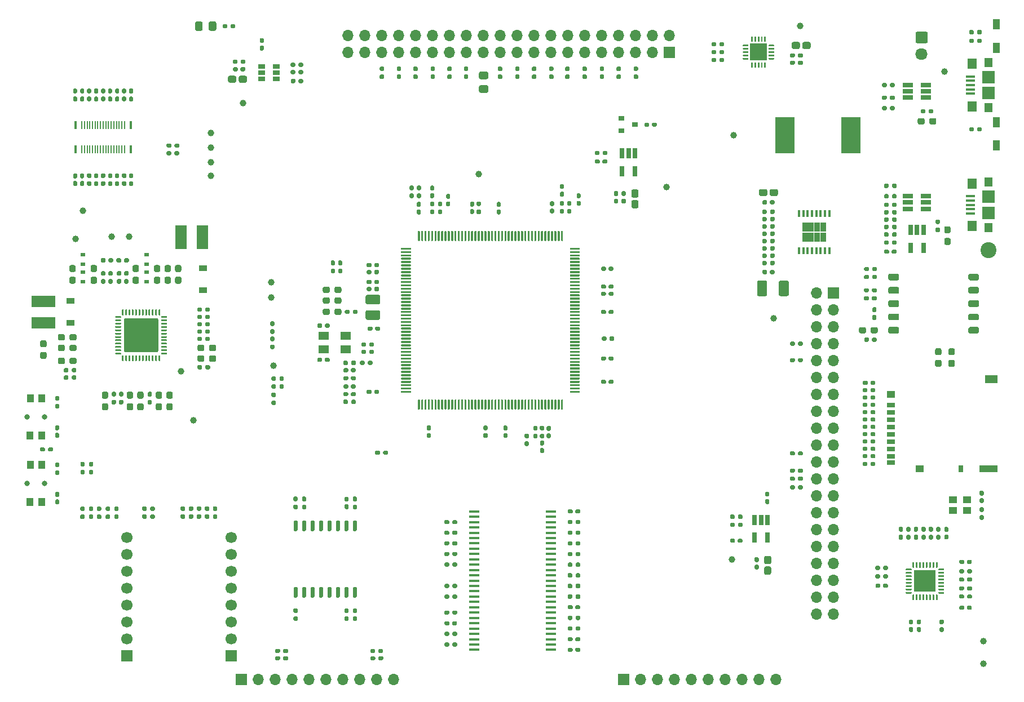
<source format=gbr>
%TF.GenerationSoftware,KiCad,Pcbnew,(5.1.7)-1*%
%TF.CreationDate,2020-11-09T10:12:47+09:00*%
%TF.ProjectId,FlightComputer,466c6967-6874-4436-9f6d-70757465722e,rev?*%
%TF.SameCoordinates,Original*%
%TF.FileFunction,Soldermask,Top*%
%TF.FilePolarity,Negative*%
%FSLAX46Y46*%
G04 Gerber Fmt 4.6, Leading zero omitted, Abs format (unit mm)*
G04 Created by KiCad (PCBNEW (5.1.7)-1) date 2020-11-09 10:12:47*
%MOMM*%
%LPD*%
G01*
G04 APERTURE LIST*
%ADD10R,1.510000X0.458000*%
%ADD11R,0.650000X1.560000*%
%ADD12R,1.700000X1.700000*%
%ADD13C,1.700000*%
%ADD14C,1.000000*%
%ADD15R,1.600000X1.300000*%
%ADD16R,0.895000X1.470000*%
%ADD17R,0.450000X1.050000*%
%ADD18R,3.600000X1.800000*%
%ADD19R,1.800000X3.600000*%
%ADD20R,1.000000X1.500000*%
%ADD21R,2.500000X2.500000*%
%ADD22R,2.900000X5.400000*%
%ADD23R,1.300000X1.100000*%
%ADD24R,1.400000X1.600000*%
%ADD25R,1.900000X1.900000*%
%ADD26R,1.300000X1.450000*%
%ADD27R,1.400000X0.400000*%
%ADD28R,1.560000X0.650000*%
%ADD29R,1.060000X0.650000*%
%ADD30R,0.900000X0.800000*%
%ADD31R,3.300000X3.300000*%
%ADD32R,1.000000X1.200000*%
%ADD33C,0.800000*%
%ADD34O,1.700000X1.700000*%
%ADD35O,1.850000X1.700000*%
%ADD36R,1.900000X1.300000*%
%ADD37R,2.800000X1.000000*%
%ADD38R,0.800000X1.000000*%
%ADD39R,1.200000X1.000000*%
%ADD40R,1.200000X0.700000*%
%ADD41R,0.400000X1.200000*%
%ADD42R,0.160000X1.200000*%
%ADD43C,2.400000*%
%ADD44R,0.700000X0.600000*%
%ADD45R,1.200000X0.900000*%
G04 APERTURE END LIST*
D10*
%TO.C,U4*%
X68800000Y-95025000D03*
X68800000Y-94225000D03*
X68800000Y-93425000D03*
X68800000Y-92625000D03*
X68800000Y-91825000D03*
X68800000Y-91025000D03*
X68800000Y-90225000D03*
X68800000Y-89425000D03*
X68800000Y-88625000D03*
X68800000Y-87825000D03*
X68800000Y-87025000D03*
X68800000Y-86225000D03*
X68800000Y-85425000D03*
X68800000Y-84625000D03*
X68800000Y-83825000D03*
X68800000Y-83025000D03*
X68800000Y-82225000D03*
X68800000Y-81425000D03*
X68800000Y-80625000D03*
X68800000Y-79825000D03*
X68800000Y-79025000D03*
X68800000Y-78225000D03*
X68800000Y-77425000D03*
X68800000Y-76625000D03*
X68800000Y-75825000D03*
X68800000Y-75025000D03*
X68800000Y-74225000D03*
X80300000Y-74225000D03*
X80300000Y-75025000D03*
X80300000Y-75825000D03*
X80300000Y-76625000D03*
X80300000Y-77425000D03*
X80300000Y-78225000D03*
X80300000Y-79025000D03*
X80300000Y-79825000D03*
X80300000Y-80625000D03*
X80300000Y-81425000D03*
X80300000Y-82225000D03*
X80300000Y-83025000D03*
X80300000Y-83825000D03*
X80300000Y-84625000D03*
X80300000Y-85425000D03*
X80300000Y-86225000D03*
X80300000Y-87025000D03*
X80300000Y-87825000D03*
X80300000Y-88625000D03*
X80300000Y-89425000D03*
X80300000Y-90225000D03*
X80300000Y-91025000D03*
X80300000Y-91825000D03*
X80300000Y-92625000D03*
X80300000Y-93425000D03*
X80300000Y-94225000D03*
X80300000Y-95025000D03*
%TD*%
%TO.C,U13*%
G36*
G01*
X60350000Y-33500000D02*
X60350000Y-32150000D01*
G75*
G02*
X60425000Y-32075000I75000J0D01*
G01*
X60575000Y-32075000D01*
G75*
G02*
X60650000Y-32150000I0J-75000D01*
G01*
X60650000Y-33500000D01*
G75*
G02*
X60575000Y-33575000I-75000J0D01*
G01*
X60425000Y-33575000D01*
G75*
G02*
X60350000Y-33500000I0J75000D01*
G01*
G37*
G36*
G01*
X60850000Y-33500000D02*
X60850000Y-32150000D01*
G75*
G02*
X60925000Y-32075000I75000J0D01*
G01*
X61075000Y-32075000D01*
G75*
G02*
X61150000Y-32150000I0J-75000D01*
G01*
X61150000Y-33500000D01*
G75*
G02*
X61075000Y-33575000I-75000J0D01*
G01*
X60925000Y-33575000D01*
G75*
G02*
X60850000Y-33500000I0J75000D01*
G01*
G37*
G36*
G01*
X61350000Y-33500000D02*
X61350000Y-32150000D01*
G75*
G02*
X61425000Y-32075000I75000J0D01*
G01*
X61575000Y-32075000D01*
G75*
G02*
X61650000Y-32150000I0J-75000D01*
G01*
X61650000Y-33500000D01*
G75*
G02*
X61575000Y-33575000I-75000J0D01*
G01*
X61425000Y-33575000D01*
G75*
G02*
X61350000Y-33500000I0J75000D01*
G01*
G37*
G36*
G01*
X61850000Y-33500000D02*
X61850000Y-32150000D01*
G75*
G02*
X61925000Y-32075000I75000J0D01*
G01*
X62075000Y-32075000D01*
G75*
G02*
X62150000Y-32150000I0J-75000D01*
G01*
X62150000Y-33500000D01*
G75*
G02*
X62075000Y-33575000I-75000J0D01*
G01*
X61925000Y-33575000D01*
G75*
G02*
X61850000Y-33500000I0J75000D01*
G01*
G37*
G36*
G01*
X62350000Y-33500000D02*
X62350000Y-32150000D01*
G75*
G02*
X62425000Y-32075000I75000J0D01*
G01*
X62575000Y-32075000D01*
G75*
G02*
X62650000Y-32150000I0J-75000D01*
G01*
X62650000Y-33500000D01*
G75*
G02*
X62575000Y-33575000I-75000J0D01*
G01*
X62425000Y-33575000D01*
G75*
G02*
X62350000Y-33500000I0J75000D01*
G01*
G37*
G36*
G01*
X62850000Y-33500000D02*
X62850000Y-32150000D01*
G75*
G02*
X62925000Y-32075000I75000J0D01*
G01*
X63075000Y-32075000D01*
G75*
G02*
X63150000Y-32150000I0J-75000D01*
G01*
X63150000Y-33500000D01*
G75*
G02*
X63075000Y-33575000I-75000J0D01*
G01*
X62925000Y-33575000D01*
G75*
G02*
X62850000Y-33500000I0J75000D01*
G01*
G37*
G36*
G01*
X63350000Y-33500000D02*
X63350000Y-32150000D01*
G75*
G02*
X63425000Y-32075000I75000J0D01*
G01*
X63575000Y-32075000D01*
G75*
G02*
X63650000Y-32150000I0J-75000D01*
G01*
X63650000Y-33500000D01*
G75*
G02*
X63575000Y-33575000I-75000J0D01*
G01*
X63425000Y-33575000D01*
G75*
G02*
X63350000Y-33500000I0J75000D01*
G01*
G37*
G36*
G01*
X63850000Y-33500000D02*
X63850000Y-32150000D01*
G75*
G02*
X63925000Y-32075000I75000J0D01*
G01*
X64075000Y-32075000D01*
G75*
G02*
X64150000Y-32150000I0J-75000D01*
G01*
X64150000Y-33500000D01*
G75*
G02*
X64075000Y-33575000I-75000J0D01*
G01*
X63925000Y-33575000D01*
G75*
G02*
X63850000Y-33500000I0J75000D01*
G01*
G37*
G36*
G01*
X64350000Y-33500000D02*
X64350000Y-32150000D01*
G75*
G02*
X64425000Y-32075000I75000J0D01*
G01*
X64575000Y-32075000D01*
G75*
G02*
X64650000Y-32150000I0J-75000D01*
G01*
X64650000Y-33500000D01*
G75*
G02*
X64575000Y-33575000I-75000J0D01*
G01*
X64425000Y-33575000D01*
G75*
G02*
X64350000Y-33500000I0J75000D01*
G01*
G37*
G36*
G01*
X64850000Y-33500000D02*
X64850000Y-32150000D01*
G75*
G02*
X64925000Y-32075000I75000J0D01*
G01*
X65075000Y-32075000D01*
G75*
G02*
X65150000Y-32150000I0J-75000D01*
G01*
X65150000Y-33500000D01*
G75*
G02*
X65075000Y-33575000I-75000J0D01*
G01*
X64925000Y-33575000D01*
G75*
G02*
X64850000Y-33500000I0J75000D01*
G01*
G37*
G36*
G01*
X65350000Y-33500000D02*
X65350000Y-32150000D01*
G75*
G02*
X65425000Y-32075000I75000J0D01*
G01*
X65575000Y-32075000D01*
G75*
G02*
X65650000Y-32150000I0J-75000D01*
G01*
X65650000Y-33500000D01*
G75*
G02*
X65575000Y-33575000I-75000J0D01*
G01*
X65425000Y-33575000D01*
G75*
G02*
X65350000Y-33500000I0J75000D01*
G01*
G37*
G36*
G01*
X65850000Y-33500000D02*
X65850000Y-32150000D01*
G75*
G02*
X65925000Y-32075000I75000J0D01*
G01*
X66075000Y-32075000D01*
G75*
G02*
X66150000Y-32150000I0J-75000D01*
G01*
X66150000Y-33500000D01*
G75*
G02*
X66075000Y-33575000I-75000J0D01*
G01*
X65925000Y-33575000D01*
G75*
G02*
X65850000Y-33500000I0J75000D01*
G01*
G37*
G36*
G01*
X66350000Y-33500000D02*
X66350000Y-32150000D01*
G75*
G02*
X66425000Y-32075000I75000J0D01*
G01*
X66575000Y-32075000D01*
G75*
G02*
X66650000Y-32150000I0J-75000D01*
G01*
X66650000Y-33500000D01*
G75*
G02*
X66575000Y-33575000I-75000J0D01*
G01*
X66425000Y-33575000D01*
G75*
G02*
X66350000Y-33500000I0J75000D01*
G01*
G37*
G36*
G01*
X66850000Y-33500000D02*
X66850000Y-32150000D01*
G75*
G02*
X66925000Y-32075000I75000J0D01*
G01*
X67075000Y-32075000D01*
G75*
G02*
X67150000Y-32150000I0J-75000D01*
G01*
X67150000Y-33500000D01*
G75*
G02*
X67075000Y-33575000I-75000J0D01*
G01*
X66925000Y-33575000D01*
G75*
G02*
X66850000Y-33500000I0J75000D01*
G01*
G37*
G36*
G01*
X67350000Y-33500000D02*
X67350000Y-32150000D01*
G75*
G02*
X67425000Y-32075000I75000J0D01*
G01*
X67575000Y-32075000D01*
G75*
G02*
X67650000Y-32150000I0J-75000D01*
G01*
X67650000Y-33500000D01*
G75*
G02*
X67575000Y-33575000I-75000J0D01*
G01*
X67425000Y-33575000D01*
G75*
G02*
X67350000Y-33500000I0J75000D01*
G01*
G37*
G36*
G01*
X67850000Y-33500000D02*
X67850000Y-32150000D01*
G75*
G02*
X67925000Y-32075000I75000J0D01*
G01*
X68075000Y-32075000D01*
G75*
G02*
X68150000Y-32150000I0J-75000D01*
G01*
X68150000Y-33500000D01*
G75*
G02*
X68075000Y-33575000I-75000J0D01*
G01*
X67925000Y-33575000D01*
G75*
G02*
X67850000Y-33500000I0J75000D01*
G01*
G37*
G36*
G01*
X68350000Y-33500000D02*
X68350000Y-32150000D01*
G75*
G02*
X68425000Y-32075000I75000J0D01*
G01*
X68575000Y-32075000D01*
G75*
G02*
X68650000Y-32150000I0J-75000D01*
G01*
X68650000Y-33500000D01*
G75*
G02*
X68575000Y-33575000I-75000J0D01*
G01*
X68425000Y-33575000D01*
G75*
G02*
X68350000Y-33500000I0J75000D01*
G01*
G37*
G36*
G01*
X68850000Y-33500000D02*
X68850000Y-32150000D01*
G75*
G02*
X68925000Y-32075000I75000J0D01*
G01*
X69075000Y-32075000D01*
G75*
G02*
X69150000Y-32150000I0J-75000D01*
G01*
X69150000Y-33500000D01*
G75*
G02*
X69075000Y-33575000I-75000J0D01*
G01*
X68925000Y-33575000D01*
G75*
G02*
X68850000Y-33500000I0J75000D01*
G01*
G37*
G36*
G01*
X69350000Y-33500000D02*
X69350000Y-32150000D01*
G75*
G02*
X69425000Y-32075000I75000J0D01*
G01*
X69575000Y-32075000D01*
G75*
G02*
X69650000Y-32150000I0J-75000D01*
G01*
X69650000Y-33500000D01*
G75*
G02*
X69575000Y-33575000I-75000J0D01*
G01*
X69425000Y-33575000D01*
G75*
G02*
X69350000Y-33500000I0J75000D01*
G01*
G37*
G36*
G01*
X69850000Y-33500000D02*
X69850000Y-32150000D01*
G75*
G02*
X69925000Y-32075000I75000J0D01*
G01*
X70075000Y-32075000D01*
G75*
G02*
X70150000Y-32150000I0J-75000D01*
G01*
X70150000Y-33500000D01*
G75*
G02*
X70075000Y-33575000I-75000J0D01*
G01*
X69925000Y-33575000D01*
G75*
G02*
X69850000Y-33500000I0J75000D01*
G01*
G37*
G36*
G01*
X70350000Y-33500000D02*
X70350000Y-32150000D01*
G75*
G02*
X70425000Y-32075000I75000J0D01*
G01*
X70575000Y-32075000D01*
G75*
G02*
X70650000Y-32150000I0J-75000D01*
G01*
X70650000Y-33500000D01*
G75*
G02*
X70575000Y-33575000I-75000J0D01*
G01*
X70425000Y-33575000D01*
G75*
G02*
X70350000Y-33500000I0J75000D01*
G01*
G37*
G36*
G01*
X70850000Y-33500000D02*
X70850000Y-32150000D01*
G75*
G02*
X70925000Y-32075000I75000J0D01*
G01*
X71075000Y-32075000D01*
G75*
G02*
X71150000Y-32150000I0J-75000D01*
G01*
X71150000Y-33500000D01*
G75*
G02*
X71075000Y-33575000I-75000J0D01*
G01*
X70925000Y-33575000D01*
G75*
G02*
X70850000Y-33500000I0J75000D01*
G01*
G37*
G36*
G01*
X71350000Y-33500000D02*
X71350000Y-32150000D01*
G75*
G02*
X71425000Y-32075000I75000J0D01*
G01*
X71575000Y-32075000D01*
G75*
G02*
X71650000Y-32150000I0J-75000D01*
G01*
X71650000Y-33500000D01*
G75*
G02*
X71575000Y-33575000I-75000J0D01*
G01*
X71425000Y-33575000D01*
G75*
G02*
X71350000Y-33500000I0J75000D01*
G01*
G37*
G36*
G01*
X71850000Y-33500000D02*
X71850000Y-32150000D01*
G75*
G02*
X71925000Y-32075000I75000J0D01*
G01*
X72075000Y-32075000D01*
G75*
G02*
X72150000Y-32150000I0J-75000D01*
G01*
X72150000Y-33500000D01*
G75*
G02*
X72075000Y-33575000I-75000J0D01*
G01*
X71925000Y-33575000D01*
G75*
G02*
X71850000Y-33500000I0J75000D01*
G01*
G37*
G36*
G01*
X72350000Y-33500000D02*
X72350000Y-32150000D01*
G75*
G02*
X72425000Y-32075000I75000J0D01*
G01*
X72575000Y-32075000D01*
G75*
G02*
X72650000Y-32150000I0J-75000D01*
G01*
X72650000Y-33500000D01*
G75*
G02*
X72575000Y-33575000I-75000J0D01*
G01*
X72425000Y-33575000D01*
G75*
G02*
X72350000Y-33500000I0J75000D01*
G01*
G37*
G36*
G01*
X72850000Y-33500000D02*
X72850000Y-32150000D01*
G75*
G02*
X72925000Y-32075000I75000J0D01*
G01*
X73075000Y-32075000D01*
G75*
G02*
X73150000Y-32150000I0J-75000D01*
G01*
X73150000Y-33500000D01*
G75*
G02*
X73075000Y-33575000I-75000J0D01*
G01*
X72925000Y-33575000D01*
G75*
G02*
X72850000Y-33500000I0J75000D01*
G01*
G37*
G36*
G01*
X73350000Y-33500000D02*
X73350000Y-32150000D01*
G75*
G02*
X73425000Y-32075000I75000J0D01*
G01*
X73575000Y-32075000D01*
G75*
G02*
X73650000Y-32150000I0J-75000D01*
G01*
X73650000Y-33500000D01*
G75*
G02*
X73575000Y-33575000I-75000J0D01*
G01*
X73425000Y-33575000D01*
G75*
G02*
X73350000Y-33500000I0J75000D01*
G01*
G37*
G36*
G01*
X73850000Y-33500000D02*
X73850000Y-32150000D01*
G75*
G02*
X73925000Y-32075000I75000J0D01*
G01*
X74075000Y-32075000D01*
G75*
G02*
X74150000Y-32150000I0J-75000D01*
G01*
X74150000Y-33500000D01*
G75*
G02*
X74075000Y-33575000I-75000J0D01*
G01*
X73925000Y-33575000D01*
G75*
G02*
X73850000Y-33500000I0J75000D01*
G01*
G37*
G36*
G01*
X74350000Y-33500000D02*
X74350000Y-32150000D01*
G75*
G02*
X74425000Y-32075000I75000J0D01*
G01*
X74575000Y-32075000D01*
G75*
G02*
X74650000Y-32150000I0J-75000D01*
G01*
X74650000Y-33500000D01*
G75*
G02*
X74575000Y-33575000I-75000J0D01*
G01*
X74425000Y-33575000D01*
G75*
G02*
X74350000Y-33500000I0J75000D01*
G01*
G37*
G36*
G01*
X74850000Y-33500000D02*
X74850000Y-32150000D01*
G75*
G02*
X74925000Y-32075000I75000J0D01*
G01*
X75075000Y-32075000D01*
G75*
G02*
X75150000Y-32150000I0J-75000D01*
G01*
X75150000Y-33500000D01*
G75*
G02*
X75075000Y-33575000I-75000J0D01*
G01*
X74925000Y-33575000D01*
G75*
G02*
X74850000Y-33500000I0J75000D01*
G01*
G37*
G36*
G01*
X75350000Y-33500000D02*
X75350000Y-32150000D01*
G75*
G02*
X75425000Y-32075000I75000J0D01*
G01*
X75575000Y-32075000D01*
G75*
G02*
X75650000Y-32150000I0J-75000D01*
G01*
X75650000Y-33500000D01*
G75*
G02*
X75575000Y-33575000I-75000J0D01*
G01*
X75425000Y-33575000D01*
G75*
G02*
X75350000Y-33500000I0J75000D01*
G01*
G37*
G36*
G01*
X75850000Y-33500000D02*
X75850000Y-32150000D01*
G75*
G02*
X75925000Y-32075000I75000J0D01*
G01*
X76075000Y-32075000D01*
G75*
G02*
X76150000Y-32150000I0J-75000D01*
G01*
X76150000Y-33500000D01*
G75*
G02*
X76075000Y-33575000I-75000J0D01*
G01*
X75925000Y-33575000D01*
G75*
G02*
X75850000Y-33500000I0J75000D01*
G01*
G37*
G36*
G01*
X76350000Y-33500000D02*
X76350000Y-32150000D01*
G75*
G02*
X76425000Y-32075000I75000J0D01*
G01*
X76575000Y-32075000D01*
G75*
G02*
X76650000Y-32150000I0J-75000D01*
G01*
X76650000Y-33500000D01*
G75*
G02*
X76575000Y-33575000I-75000J0D01*
G01*
X76425000Y-33575000D01*
G75*
G02*
X76350000Y-33500000I0J75000D01*
G01*
G37*
G36*
G01*
X76850000Y-33500000D02*
X76850000Y-32150000D01*
G75*
G02*
X76925000Y-32075000I75000J0D01*
G01*
X77075000Y-32075000D01*
G75*
G02*
X77150000Y-32150000I0J-75000D01*
G01*
X77150000Y-33500000D01*
G75*
G02*
X77075000Y-33575000I-75000J0D01*
G01*
X76925000Y-33575000D01*
G75*
G02*
X76850000Y-33500000I0J75000D01*
G01*
G37*
G36*
G01*
X77350000Y-33500000D02*
X77350000Y-32150000D01*
G75*
G02*
X77425000Y-32075000I75000J0D01*
G01*
X77575000Y-32075000D01*
G75*
G02*
X77650000Y-32150000I0J-75000D01*
G01*
X77650000Y-33500000D01*
G75*
G02*
X77575000Y-33575000I-75000J0D01*
G01*
X77425000Y-33575000D01*
G75*
G02*
X77350000Y-33500000I0J75000D01*
G01*
G37*
G36*
G01*
X77850000Y-33500000D02*
X77850000Y-32150000D01*
G75*
G02*
X77925000Y-32075000I75000J0D01*
G01*
X78075000Y-32075000D01*
G75*
G02*
X78150000Y-32150000I0J-75000D01*
G01*
X78150000Y-33500000D01*
G75*
G02*
X78075000Y-33575000I-75000J0D01*
G01*
X77925000Y-33575000D01*
G75*
G02*
X77850000Y-33500000I0J75000D01*
G01*
G37*
G36*
G01*
X78350000Y-33500000D02*
X78350000Y-32150000D01*
G75*
G02*
X78425000Y-32075000I75000J0D01*
G01*
X78575000Y-32075000D01*
G75*
G02*
X78650000Y-32150000I0J-75000D01*
G01*
X78650000Y-33500000D01*
G75*
G02*
X78575000Y-33575000I-75000J0D01*
G01*
X78425000Y-33575000D01*
G75*
G02*
X78350000Y-33500000I0J75000D01*
G01*
G37*
G36*
G01*
X78850000Y-33500000D02*
X78850000Y-32150000D01*
G75*
G02*
X78925000Y-32075000I75000J0D01*
G01*
X79075000Y-32075000D01*
G75*
G02*
X79150000Y-32150000I0J-75000D01*
G01*
X79150000Y-33500000D01*
G75*
G02*
X79075000Y-33575000I-75000J0D01*
G01*
X78925000Y-33575000D01*
G75*
G02*
X78850000Y-33500000I0J75000D01*
G01*
G37*
G36*
G01*
X79350000Y-33500000D02*
X79350000Y-32150000D01*
G75*
G02*
X79425000Y-32075000I75000J0D01*
G01*
X79575000Y-32075000D01*
G75*
G02*
X79650000Y-32150000I0J-75000D01*
G01*
X79650000Y-33500000D01*
G75*
G02*
X79575000Y-33575000I-75000J0D01*
G01*
X79425000Y-33575000D01*
G75*
G02*
X79350000Y-33500000I0J75000D01*
G01*
G37*
G36*
G01*
X79850000Y-33500000D02*
X79850000Y-32150000D01*
G75*
G02*
X79925000Y-32075000I75000J0D01*
G01*
X80075000Y-32075000D01*
G75*
G02*
X80150000Y-32150000I0J-75000D01*
G01*
X80150000Y-33500000D01*
G75*
G02*
X80075000Y-33575000I-75000J0D01*
G01*
X79925000Y-33575000D01*
G75*
G02*
X79850000Y-33500000I0J75000D01*
G01*
G37*
G36*
G01*
X80350000Y-33500000D02*
X80350000Y-32150000D01*
G75*
G02*
X80425000Y-32075000I75000J0D01*
G01*
X80575000Y-32075000D01*
G75*
G02*
X80650000Y-32150000I0J-75000D01*
G01*
X80650000Y-33500000D01*
G75*
G02*
X80575000Y-33575000I-75000J0D01*
G01*
X80425000Y-33575000D01*
G75*
G02*
X80350000Y-33500000I0J75000D01*
G01*
G37*
G36*
G01*
X80850000Y-33500000D02*
X80850000Y-32150000D01*
G75*
G02*
X80925000Y-32075000I75000J0D01*
G01*
X81075000Y-32075000D01*
G75*
G02*
X81150000Y-32150000I0J-75000D01*
G01*
X81150000Y-33500000D01*
G75*
G02*
X81075000Y-33575000I-75000J0D01*
G01*
X80925000Y-33575000D01*
G75*
G02*
X80850000Y-33500000I0J75000D01*
G01*
G37*
G36*
G01*
X81350000Y-33500000D02*
X81350000Y-32150000D01*
G75*
G02*
X81425000Y-32075000I75000J0D01*
G01*
X81575000Y-32075000D01*
G75*
G02*
X81650000Y-32150000I0J-75000D01*
G01*
X81650000Y-33500000D01*
G75*
G02*
X81575000Y-33575000I-75000J0D01*
G01*
X81425000Y-33575000D01*
G75*
G02*
X81350000Y-33500000I0J75000D01*
G01*
G37*
G36*
G01*
X81850000Y-33500000D02*
X81850000Y-32150000D01*
G75*
G02*
X81925000Y-32075000I75000J0D01*
G01*
X82075000Y-32075000D01*
G75*
G02*
X82150000Y-32150000I0J-75000D01*
G01*
X82150000Y-33500000D01*
G75*
G02*
X82075000Y-33575000I-75000J0D01*
G01*
X81925000Y-33575000D01*
G75*
G02*
X81850000Y-33500000I0J75000D01*
G01*
G37*
G36*
G01*
X83175000Y-34825000D02*
X83175000Y-34675000D01*
G75*
G02*
X83250000Y-34600000I75000J0D01*
G01*
X84600000Y-34600000D01*
G75*
G02*
X84675000Y-34675000I0J-75000D01*
G01*
X84675000Y-34825000D01*
G75*
G02*
X84600000Y-34900000I-75000J0D01*
G01*
X83250000Y-34900000D01*
G75*
G02*
X83175000Y-34825000I0J75000D01*
G01*
G37*
G36*
G01*
X83175000Y-35325000D02*
X83175000Y-35175000D01*
G75*
G02*
X83250000Y-35100000I75000J0D01*
G01*
X84600000Y-35100000D01*
G75*
G02*
X84675000Y-35175000I0J-75000D01*
G01*
X84675000Y-35325000D01*
G75*
G02*
X84600000Y-35400000I-75000J0D01*
G01*
X83250000Y-35400000D01*
G75*
G02*
X83175000Y-35325000I0J75000D01*
G01*
G37*
G36*
G01*
X83175000Y-35825000D02*
X83175000Y-35675000D01*
G75*
G02*
X83250000Y-35600000I75000J0D01*
G01*
X84600000Y-35600000D01*
G75*
G02*
X84675000Y-35675000I0J-75000D01*
G01*
X84675000Y-35825000D01*
G75*
G02*
X84600000Y-35900000I-75000J0D01*
G01*
X83250000Y-35900000D01*
G75*
G02*
X83175000Y-35825000I0J75000D01*
G01*
G37*
G36*
G01*
X83175000Y-36325000D02*
X83175000Y-36175000D01*
G75*
G02*
X83250000Y-36100000I75000J0D01*
G01*
X84600000Y-36100000D01*
G75*
G02*
X84675000Y-36175000I0J-75000D01*
G01*
X84675000Y-36325000D01*
G75*
G02*
X84600000Y-36400000I-75000J0D01*
G01*
X83250000Y-36400000D01*
G75*
G02*
X83175000Y-36325000I0J75000D01*
G01*
G37*
G36*
G01*
X83175000Y-36825000D02*
X83175000Y-36675000D01*
G75*
G02*
X83250000Y-36600000I75000J0D01*
G01*
X84600000Y-36600000D01*
G75*
G02*
X84675000Y-36675000I0J-75000D01*
G01*
X84675000Y-36825000D01*
G75*
G02*
X84600000Y-36900000I-75000J0D01*
G01*
X83250000Y-36900000D01*
G75*
G02*
X83175000Y-36825000I0J75000D01*
G01*
G37*
G36*
G01*
X83175000Y-37325000D02*
X83175000Y-37175000D01*
G75*
G02*
X83250000Y-37100000I75000J0D01*
G01*
X84600000Y-37100000D01*
G75*
G02*
X84675000Y-37175000I0J-75000D01*
G01*
X84675000Y-37325000D01*
G75*
G02*
X84600000Y-37400000I-75000J0D01*
G01*
X83250000Y-37400000D01*
G75*
G02*
X83175000Y-37325000I0J75000D01*
G01*
G37*
G36*
G01*
X83175000Y-37825000D02*
X83175000Y-37675000D01*
G75*
G02*
X83250000Y-37600000I75000J0D01*
G01*
X84600000Y-37600000D01*
G75*
G02*
X84675000Y-37675000I0J-75000D01*
G01*
X84675000Y-37825000D01*
G75*
G02*
X84600000Y-37900000I-75000J0D01*
G01*
X83250000Y-37900000D01*
G75*
G02*
X83175000Y-37825000I0J75000D01*
G01*
G37*
G36*
G01*
X83175000Y-38325000D02*
X83175000Y-38175000D01*
G75*
G02*
X83250000Y-38100000I75000J0D01*
G01*
X84600000Y-38100000D01*
G75*
G02*
X84675000Y-38175000I0J-75000D01*
G01*
X84675000Y-38325000D01*
G75*
G02*
X84600000Y-38400000I-75000J0D01*
G01*
X83250000Y-38400000D01*
G75*
G02*
X83175000Y-38325000I0J75000D01*
G01*
G37*
G36*
G01*
X83175000Y-38825000D02*
X83175000Y-38675000D01*
G75*
G02*
X83250000Y-38600000I75000J0D01*
G01*
X84600000Y-38600000D01*
G75*
G02*
X84675000Y-38675000I0J-75000D01*
G01*
X84675000Y-38825000D01*
G75*
G02*
X84600000Y-38900000I-75000J0D01*
G01*
X83250000Y-38900000D01*
G75*
G02*
X83175000Y-38825000I0J75000D01*
G01*
G37*
G36*
G01*
X83175000Y-39325000D02*
X83175000Y-39175000D01*
G75*
G02*
X83250000Y-39100000I75000J0D01*
G01*
X84600000Y-39100000D01*
G75*
G02*
X84675000Y-39175000I0J-75000D01*
G01*
X84675000Y-39325000D01*
G75*
G02*
X84600000Y-39400000I-75000J0D01*
G01*
X83250000Y-39400000D01*
G75*
G02*
X83175000Y-39325000I0J75000D01*
G01*
G37*
G36*
G01*
X83175000Y-39825000D02*
X83175000Y-39675000D01*
G75*
G02*
X83250000Y-39600000I75000J0D01*
G01*
X84600000Y-39600000D01*
G75*
G02*
X84675000Y-39675000I0J-75000D01*
G01*
X84675000Y-39825000D01*
G75*
G02*
X84600000Y-39900000I-75000J0D01*
G01*
X83250000Y-39900000D01*
G75*
G02*
X83175000Y-39825000I0J75000D01*
G01*
G37*
G36*
G01*
X83175000Y-40325000D02*
X83175000Y-40175000D01*
G75*
G02*
X83250000Y-40100000I75000J0D01*
G01*
X84600000Y-40100000D01*
G75*
G02*
X84675000Y-40175000I0J-75000D01*
G01*
X84675000Y-40325000D01*
G75*
G02*
X84600000Y-40400000I-75000J0D01*
G01*
X83250000Y-40400000D01*
G75*
G02*
X83175000Y-40325000I0J75000D01*
G01*
G37*
G36*
G01*
X83175000Y-40825000D02*
X83175000Y-40675000D01*
G75*
G02*
X83250000Y-40600000I75000J0D01*
G01*
X84600000Y-40600000D01*
G75*
G02*
X84675000Y-40675000I0J-75000D01*
G01*
X84675000Y-40825000D01*
G75*
G02*
X84600000Y-40900000I-75000J0D01*
G01*
X83250000Y-40900000D01*
G75*
G02*
X83175000Y-40825000I0J75000D01*
G01*
G37*
G36*
G01*
X83175000Y-41325000D02*
X83175000Y-41175000D01*
G75*
G02*
X83250000Y-41100000I75000J0D01*
G01*
X84600000Y-41100000D01*
G75*
G02*
X84675000Y-41175000I0J-75000D01*
G01*
X84675000Y-41325000D01*
G75*
G02*
X84600000Y-41400000I-75000J0D01*
G01*
X83250000Y-41400000D01*
G75*
G02*
X83175000Y-41325000I0J75000D01*
G01*
G37*
G36*
G01*
X83175000Y-41825000D02*
X83175000Y-41675000D01*
G75*
G02*
X83250000Y-41600000I75000J0D01*
G01*
X84600000Y-41600000D01*
G75*
G02*
X84675000Y-41675000I0J-75000D01*
G01*
X84675000Y-41825000D01*
G75*
G02*
X84600000Y-41900000I-75000J0D01*
G01*
X83250000Y-41900000D01*
G75*
G02*
X83175000Y-41825000I0J75000D01*
G01*
G37*
G36*
G01*
X83175000Y-42325000D02*
X83175000Y-42175000D01*
G75*
G02*
X83250000Y-42100000I75000J0D01*
G01*
X84600000Y-42100000D01*
G75*
G02*
X84675000Y-42175000I0J-75000D01*
G01*
X84675000Y-42325000D01*
G75*
G02*
X84600000Y-42400000I-75000J0D01*
G01*
X83250000Y-42400000D01*
G75*
G02*
X83175000Y-42325000I0J75000D01*
G01*
G37*
G36*
G01*
X83175000Y-42825000D02*
X83175000Y-42675000D01*
G75*
G02*
X83250000Y-42600000I75000J0D01*
G01*
X84600000Y-42600000D01*
G75*
G02*
X84675000Y-42675000I0J-75000D01*
G01*
X84675000Y-42825000D01*
G75*
G02*
X84600000Y-42900000I-75000J0D01*
G01*
X83250000Y-42900000D01*
G75*
G02*
X83175000Y-42825000I0J75000D01*
G01*
G37*
G36*
G01*
X83175000Y-43325000D02*
X83175000Y-43175000D01*
G75*
G02*
X83250000Y-43100000I75000J0D01*
G01*
X84600000Y-43100000D01*
G75*
G02*
X84675000Y-43175000I0J-75000D01*
G01*
X84675000Y-43325000D01*
G75*
G02*
X84600000Y-43400000I-75000J0D01*
G01*
X83250000Y-43400000D01*
G75*
G02*
X83175000Y-43325000I0J75000D01*
G01*
G37*
G36*
G01*
X83175000Y-43825000D02*
X83175000Y-43675000D01*
G75*
G02*
X83250000Y-43600000I75000J0D01*
G01*
X84600000Y-43600000D01*
G75*
G02*
X84675000Y-43675000I0J-75000D01*
G01*
X84675000Y-43825000D01*
G75*
G02*
X84600000Y-43900000I-75000J0D01*
G01*
X83250000Y-43900000D01*
G75*
G02*
X83175000Y-43825000I0J75000D01*
G01*
G37*
G36*
G01*
X83175000Y-44325000D02*
X83175000Y-44175000D01*
G75*
G02*
X83250000Y-44100000I75000J0D01*
G01*
X84600000Y-44100000D01*
G75*
G02*
X84675000Y-44175000I0J-75000D01*
G01*
X84675000Y-44325000D01*
G75*
G02*
X84600000Y-44400000I-75000J0D01*
G01*
X83250000Y-44400000D01*
G75*
G02*
X83175000Y-44325000I0J75000D01*
G01*
G37*
G36*
G01*
X83175000Y-44825000D02*
X83175000Y-44675000D01*
G75*
G02*
X83250000Y-44600000I75000J0D01*
G01*
X84600000Y-44600000D01*
G75*
G02*
X84675000Y-44675000I0J-75000D01*
G01*
X84675000Y-44825000D01*
G75*
G02*
X84600000Y-44900000I-75000J0D01*
G01*
X83250000Y-44900000D01*
G75*
G02*
X83175000Y-44825000I0J75000D01*
G01*
G37*
G36*
G01*
X83175000Y-45325000D02*
X83175000Y-45175000D01*
G75*
G02*
X83250000Y-45100000I75000J0D01*
G01*
X84600000Y-45100000D01*
G75*
G02*
X84675000Y-45175000I0J-75000D01*
G01*
X84675000Y-45325000D01*
G75*
G02*
X84600000Y-45400000I-75000J0D01*
G01*
X83250000Y-45400000D01*
G75*
G02*
X83175000Y-45325000I0J75000D01*
G01*
G37*
G36*
G01*
X83175000Y-45825000D02*
X83175000Y-45675000D01*
G75*
G02*
X83250000Y-45600000I75000J0D01*
G01*
X84600000Y-45600000D01*
G75*
G02*
X84675000Y-45675000I0J-75000D01*
G01*
X84675000Y-45825000D01*
G75*
G02*
X84600000Y-45900000I-75000J0D01*
G01*
X83250000Y-45900000D01*
G75*
G02*
X83175000Y-45825000I0J75000D01*
G01*
G37*
G36*
G01*
X83175000Y-46325000D02*
X83175000Y-46175000D01*
G75*
G02*
X83250000Y-46100000I75000J0D01*
G01*
X84600000Y-46100000D01*
G75*
G02*
X84675000Y-46175000I0J-75000D01*
G01*
X84675000Y-46325000D01*
G75*
G02*
X84600000Y-46400000I-75000J0D01*
G01*
X83250000Y-46400000D01*
G75*
G02*
X83175000Y-46325000I0J75000D01*
G01*
G37*
G36*
G01*
X83175000Y-46825000D02*
X83175000Y-46675000D01*
G75*
G02*
X83250000Y-46600000I75000J0D01*
G01*
X84600000Y-46600000D01*
G75*
G02*
X84675000Y-46675000I0J-75000D01*
G01*
X84675000Y-46825000D01*
G75*
G02*
X84600000Y-46900000I-75000J0D01*
G01*
X83250000Y-46900000D01*
G75*
G02*
X83175000Y-46825000I0J75000D01*
G01*
G37*
G36*
G01*
X83175000Y-47325000D02*
X83175000Y-47175000D01*
G75*
G02*
X83250000Y-47100000I75000J0D01*
G01*
X84600000Y-47100000D01*
G75*
G02*
X84675000Y-47175000I0J-75000D01*
G01*
X84675000Y-47325000D01*
G75*
G02*
X84600000Y-47400000I-75000J0D01*
G01*
X83250000Y-47400000D01*
G75*
G02*
X83175000Y-47325000I0J75000D01*
G01*
G37*
G36*
G01*
X83175000Y-47825000D02*
X83175000Y-47675000D01*
G75*
G02*
X83250000Y-47600000I75000J0D01*
G01*
X84600000Y-47600000D01*
G75*
G02*
X84675000Y-47675000I0J-75000D01*
G01*
X84675000Y-47825000D01*
G75*
G02*
X84600000Y-47900000I-75000J0D01*
G01*
X83250000Y-47900000D01*
G75*
G02*
X83175000Y-47825000I0J75000D01*
G01*
G37*
G36*
G01*
X83175000Y-48325000D02*
X83175000Y-48175000D01*
G75*
G02*
X83250000Y-48100000I75000J0D01*
G01*
X84600000Y-48100000D01*
G75*
G02*
X84675000Y-48175000I0J-75000D01*
G01*
X84675000Y-48325000D01*
G75*
G02*
X84600000Y-48400000I-75000J0D01*
G01*
X83250000Y-48400000D01*
G75*
G02*
X83175000Y-48325000I0J75000D01*
G01*
G37*
G36*
G01*
X83175000Y-48825000D02*
X83175000Y-48675000D01*
G75*
G02*
X83250000Y-48600000I75000J0D01*
G01*
X84600000Y-48600000D01*
G75*
G02*
X84675000Y-48675000I0J-75000D01*
G01*
X84675000Y-48825000D01*
G75*
G02*
X84600000Y-48900000I-75000J0D01*
G01*
X83250000Y-48900000D01*
G75*
G02*
X83175000Y-48825000I0J75000D01*
G01*
G37*
G36*
G01*
X83175000Y-49325000D02*
X83175000Y-49175000D01*
G75*
G02*
X83250000Y-49100000I75000J0D01*
G01*
X84600000Y-49100000D01*
G75*
G02*
X84675000Y-49175000I0J-75000D01*
G01*
X84675000Y-49325000D01*
G75*
G02*
X84600000Y-49400000I-75000J0D01*
G01*
X83250000Y-49400000D01*
G75*
G02*
X83175000Y-49325000I0J75000D01*
G01*
G37*
G36*
G01*
X83175000Y-49825000D02*
X83175000Y-49675000D01*
G75*
G02*
X83250000Y-49600000I75000J0D01*
G01*
X84600000Y-49600000D01*
G75*
G02*
X84675000Y-49675000I0J-75000D01*
G01*
X84675000Y-49825000D01*
G75*
G02*
X84600000Y-49900000I-75000J0D01*
G01*
X83250000Y-49900000D01*
G75*
G02*
X83175000Y-49825000I0J75000D01*
G01*
G37*
G36*
G01*
X83175000Y-50325000D02*
X83175000Y-50175000D01*
G75*
G02*
X83250000Y-50100000I75000J0D01*
G01*
X84600000Y-50100000D01*
G75*
G02*
X84675000Y-50175000I0J-75000D01*
G01*
X84675000Y-50325000D01*
G75*
G02*
X84600000Y-50400000I-75000J0D01*
G01*
X83250000Y-50400000D01*
G75*
G02*
X83175000Y-50325000I0J75000D01*
G01*
G37*
G36*
G01*
X83175000Y-50825000D02*
X83175000Y-50675000D01*
G75*
G02*
X83250000Y-50600000I75000J0D01*
G01*
X84600000Y-50600000D01*
G75*
G02*
X84675000Y-50675000I0J-75000D01*
G01*
X84675000Y-50825000D01*
G75*
G02*
X84600000Y-50900000I-75000J0D01*
G01*
X83250000Y-50900000D01*
G75*
G02*
X83175000Y-50825000I0J75000D01*
G01*
G37*
G36*
G01*
X83175000Y-51325000D02*
X83175000Y-51175000D01*
G75*
G02*
X83250000Y-51100000I75000J0D01*
G01*
X84600000Y-51100000D01*
G75*
G02*
X84675000Y-51175000I0J-75000D01*
G01*
X84675000Y-51325000D01*
G75*
G02*
X84600000Y-51400000I-75000J0D01*
G01*
X83250000Y-51400000D01*
G75*
G02*
X83175000Y-51325000I0J75000D01*
G01*
G37*
G36*
G01*
X83175000Y-51825000D02*
X83175000Y-51675000D01*
G75*
G02*
X83250000Y-51600000I75000J0D01*
G01*
X84600000Y-51600000D01*
G75*
G02*
X84675000Y-51675000I0J-75000D01*
G01*
X84675000Y-51825000D01*
G75*
G02*
X84600000Y-51900000I-75000J0D01*
G01*
X83250000Y-51900000D01*
G75*
G02*
X83175000Y-51825000I0J75000D01*
G01*
G37*
G36*
G01*
X83175000Y-52325000D02*
X83175000Y-52175000D01*
G75*
G02*
X83250000Y-52100000I75000J0D01*
G01*
X84600000Y-52100000D01*
G75*
G02*
X84675000Y-52175000I0J-75000D01*
G01*
X84675000Y-52325000D01*
G75*
G02*
X84600000Y-52400000I-75000J0D01*
G01*
X83250000Y-52400000D01*
G75*
G02*
X83175000Y-52325000I0J75000D01*
G01*
G37*
G36*
G01*
X83175000Y-52825000D02*
X83175000Y-52675000D01*
G75*
G02*
X83250000Y-52600000I75000J0D01*
G01*
X84600000Y-52600000D01*
G75*
G02*
X84675000Y-52675000I0J-75000D01*
G01*
X84675000Y-52825000D01*
G75*
G02*
X84600000Y-52900000I-75000J0D01*
G01*
X83250000Y-52900000D01*
G75*
G02*
X83175000Y-52825000I0J75000D01*
G01*
G37*
G36*
G01*
X83175000Y-53325000D02*
X83175000Y-53175000D01*
G75*
G02*
X83250000Y-53100000I75000J0D01*
G01*
X84600000Y-53100000D01*
G75*
G02*
X84675000Y-53175000I0J-75000D01*
G01*
X84675000Y-53325000D01*
G75*
G02*
X84600000Y-53400000I-75000J0D01*
G01*
X83250000Y-53400000D01*
G75*
G02*
X83175000Y-53325000I0J75000D01*
G01*
G37*
G36*
G01*
X83175000Y-53825000D02*
X83175000Y-53675000D01*
G75*
G02*
X83250000Y-53600000I75000J0D01*
G01*
X84600000Y-53600000D01*
G75*
G02*
X84675000Y-53675000I0J-75000D01*
G01*
X84675000Y-53825000D01*
G75*
G02*
X84600000Y-53900000I-75000J0D01*
G01*
X83250000Y-53900000D01*
G75*
G02*
X83175000Y-53825000I0J75000D01*
G01*
G37*
G36*
G01*
X83175000Y-54325000D02*
X83175000Y-54175000D01*
G75*
G02*
X83250000Y-54100000I75000J0D01*
G01*
X84600000Y-54100000D01*
G75*
G02*
X84675000Y-54175000I0J-75000D01*
G01*
X84675000Y-54325000D01*
G75*
G02*
X84600000Y-54400000I-75000J0D01*
G01*
X83250000Y-54400000D01*
G75*
G02*
X83175000Y-54325000I0J75000D01*
G01*
G37*
G36*
G01*
X83175000Y-54825000D02*
X83175000Y-54675000D01*
G75*
G02*
X83250000Y-54600000I75000J0D01*
G01*
X84600000Y-54600000D01*
G75*
G02*
X84675000Y-54675000I0J-75000D01*
G01*
X84675000Y-54825000D01*
G75*
G02*
X84600000Y-54900000I-75000J0D01*
G01*
X83250000Y-54900000D01*
G75*
G02*
X83175000Y-54825000I0J75000D01*
G01*
G37*
G36*
G01*
X83175000Y-55325000D02*
X83175000Y-55175000D01*
G75*
G02*
X83250000Y-55100000I75000J0D01*
G01*
X84600000Y-55100000D01*
G75*
G02*
X84675000Y-55175000I0J-75000D01*
G01*
X84675000Y-55325000D01*
G75*
G02*
X84600000Y-55400000I-75000J0D01*
G01*
X83250000Y-55400000D01*
G75*
G02*
X83175000Y-55325000I0J75000D01*
G01*
G37*
G36*
G01*
X83175000Y-55825000D02*
X83175000Y-55675000D01*
G75*
G02*
X83250000Y-55600000I75000J0D01*
G01*
X84600000Y-55600000D01*
G75*
G02*
X84675000Y-55675000I0J-75000D01*
G01*
X84675000Y-55825000D01*
G75*
G02*
X84600000Y-55900000I-75000J0D01*
G01*
X83250000Y-55900000D01*
G75*
G02*
X83175000Y-55825000I0J75000D01*
G01*
G37*
G36*
G01*
X83175000Y-56325000D02*
X83175000Y-56175000D01*
G75*
G02*
X83250000Y-56100000I75000J0D01*
G01*
X84600000Y-56100000D01*
G75*
G02*
X84675000Y-56175000I0J-75000D01*
G01*
X84675000Y-56325000D01*
G75*
G02*
X84600000Y-56400000I-75000J0D01*
G01*
X83250000Y-56400000D01*
G75*
G02*
X83175000Y-56325000I0J75000D01*
G01*
G37*
G36*
G01*
X81850000Y-58850000D02*
X81850000Y-57500000D01*
G75*
G02*
X81925000Y-57425000I75000J0D01*
G01*
X82075000Y-57425000D01*
G75*
G02*
X82150000Y-57500000I0J-75000D01*
G01*
X82150000Y-58850000D01*
G75*
G02*
X82075000Y-58925000I-75000J0D01*
G01*
X81925000Y-58925000D01*
G75*
G02*
X81850000Y-58850000I0J75000D01*
G01*
G37*
G36*
G01*
X81350000Y-58850000D02*
X81350000Y-57500000D01*
G75*
G02*
X81425000Y-57425000I75000J0D01*
G01*
X81575000Y-57425000D01*
G75*
G02*
X81650000Y-57500000I0J-75000D01*
G01*
X81650000Y-58850000D01*
G75*
G02*
X81575000Y-58925000I-75000J0D01*
G01*
X81425000Y-58925000D01*
G75*
G02*
X81350000Y-58850000I0J75000D01*
G01*
G37*
G36*
G01*
X80850000Y-58850000D02*
X80850000Y-57500000D01*
G75*
G02*
X80925000Y-57425000I75000J0D01*
G01*
X81075000Y-57425000D01*
G75*
G02*
X81150000Y-57500000I0J-75000D01*
G01*
X81150000Y-58850000D01*
G75*
G02*
X81075000Y-58925000I-75000J0D01*
G01*
X80925000Y-58925000D01*
G75*
G02*
X80850000Y-58850000I0J75000D01*
G01*
G37*
G36*
G01*
X80350000Y-58850000D02*
X80350000Y-57500000D01*
G75*
G02*
X80425000Y-57425000I75000J0D01*
G01*
X80575000Y-57425000D01*
G75*
G02*
X80650000Y-57500000I0J-75000D01*
G01*
X80650000Y-58850000D01*
G75*
G02*
X80575000Y-58925000I-75000J0D01*
G01*
X80425000Y-58925000D01*
G75*
G02*
X80350000Y-58850000I0J75000D01*
G01*
G37*
G36*
G01*
X79850000Y-58850000D02*
X79850000Y-57500000D01*
G75*
G02*
X79925000Y-57425000I75000J0D01*
G01*
X80075000Y-57425000D01*
G75*
G02*
X80150000Y-57500000I0J-75000D01*
G01*
X80150000Y-58850000D01*
G75*
G02*
X80075000Y-58925000I-75000J0D01*
G01*
X79925000Y-58925000D01*
G75*
G02*
X79850000Y-58850000I0J75000D01*
G01*
G37*
G36*
G01*
X79350000Y-58850000D02*
X79350000Y-57500000D01*
G75*
G02*
X79425000Y-57425000I75000J0D01*
G01*
X79575000Y-57425000D01*
G75*
G02*
X79650000Y-57500000I0J-75000D01*
G01*
X79650000Y-58850000D01*
G75*
G02*
X79575000Y-58925000I-75000J0D01*
G01*
X79425000Y-58925000D01*
G75*
G02*
X79350000Y-58850000I0J75000D01*
G01*
G37*
G36*
G01*
X78850000Y-58850000D02*
X78850000Y-57500000D01*
G75*
G02*
X78925000Y-57425000I75000J0D01*
G01*
X79075000Y-57425000D01*
G75*
G02*
X79150000Y-57500000I0J-75000D01*
G01*
X79150000Y-58850000D01*
G75*
G02*
X79075000Y-58925000I-75000J0D01*
G01*
X78925000Y-58925000D01*
G75*
G02*
X78850000Y-58850000I0J75000D01*
G01*
G37*
G36*
G01*
X78350000Y-58850000D02*
X78350000Y-57500000D01*
G75*
G02*
X78425000Y-57425000I75000J0D01*
G01*
X78575000Y-57425000D01*
G75*
G02*
X78650000Y-57500000I0J-75000D01*
G01*
X78650000Y-58850000D01*
G75*
G02*
X78575000Y-58925000I-75000J0D01*
G01*
X78425000Y-58925000D01*
G75*
G02*
X78350000Y-58850000I0J75000D01*
G01*
G37*
G36*
G01*
X77850000Y-58850000D02*
X77850000Y-57500000D01*
G75*
G02*
X77925000Y-57425000I75000J0D01*
G01*
X78075000Y-57425000D01*
G75*
G02*
X78150000Y-57500000I0J-75000D01*
G01*
X78150000Y-58850000D01*
G75*
G02*
X78075000Y-58925000I-75000J0D01*
G01*
X77925000Y-58925000D01*
G75*
G02*
X77850000Y-58850000I0J75000D01*
G01*
G37*
G36*
G01*
X77350000Y-58850000D02*
X77350000Y-57500000D01*
G75*
G02*
X77425000Y-57425000I75000J0D01*
G01*
X77575000Y-57425000D01*
G75*
G02*
X77650000Y-57500000I0J-75000D01*
G01*
X77650000Y-58850000D01*
G75*
G02*
X77575000Y-58925000I-75000J0D01*
G01*
X77425000Y-58925000D01*
G75*
G02*
X77350000Y-58850000I0J75000D01*
G01*
G37*
G36*
G01*
X76850000Y-58850000D02*
X76850000Y-57500000D01*
G75*
G02*
X76925000Y-57425000I75000J0D01*
G01*
X77075000Y-57425000D01*
G75*
G02*
X77150000Y-57500000I0J-75000D01*
G01*
X77150000Y-58850000D01*
G75*
G02*
X77075000Y-58925000I-75000J0D01*
G01*
X76925000Y-58925000D01*
G75*
G02*
X76850000Y-58850000I0J75000D01*
G01*
G37*
G36*
G01*
X76350000Y-58850000D02*
X76350000Y-57500000D01*
G75*
G02*
X76425000Y-57425000I75000J0D01*
G01*
X76575000Y-57425000D01*
G75*
G02*
X76650000Y-57500000I0J-75000D01*
G01*
X76650000Y-58850000D01*
G75*
G02*
X76575000Y-58925000I-75000J0D01*
G01*
X76425000Y-58925000D01*
G75*
G02*
X76350000Y-58850000I0J75000D01*
G01*
G37*
G36*
G01*
X75850000Y-58850000D02*
X75850000Y-57500000D01*
G75*
G02*
X75925000Y-57425000I75000J0D01*
G01*
X76075000Y-57425000D01*
G75*
G02*
X76150000Y-57500000I0J-75000D01*
G01*
X76150000Y-58850000D01*
G75*
G02*
X76075000Y-58925000I-75000J0D01*
G01*
X75925000Y-58925000D01*
G75*
G02*
X75850000Y-58850000I0J75000D01*
G01*
G37*
G36*
G01*
X75350000Y-58850000D02*
X75350000Y-57500000D01*
G75*
G02*
X75425000Y-57425000I75000J0D01*
G01*
X75575000Y-57425000D01*
G75*
G02*
X75650000Y-57500000I0J-75000D01*
G01*
X75650000Y-58850000D01*
G75*
G02*
X75575000Y-58925000I-75000J0D01*
G01*
X75425000Y-58925000D01*
G75*
G02*
X75350000Y-58850000I0J75000D01*
G01*
G37*
G36*
G01*
X74850000Y-58850000D02*
X74850000Y-57500000D01*
G75*
G02*
X74925000Y-57425000I75000J0D01*
G01*
X75075000Y-57425000D01*
G75*
G02*
X75150000Y-57500000I0J-75000D01*
G01*
X75150000Y-58850000D01*
G75*
G02*
X75075000Y-58925000I-75000J0D01*
G01*
X74925000Y-58925000D01*
G75*
G02*
X74850000Y-58850000I0J75000D01*
G01*
G37*
G36*
G01*
X74350000Y-58850000D02*
X74350000Y-57500000D01*
G75*
G02*
X74425000Y-57425000I75000J0D01*
G01*
X74575000Y-57425000D01*
G75*
G02*
X74650000Y-57500000I0J-75000D01*
G01*
X74650000Y-58850000D01*
G75*
G02*
X74575000Y-58925000I-75000J0D01*
G01*
X74425000Y-58925000D01*
G75*
G02*
X74350000Y-58850000I0J75000D01*
G01*
G37*
G36*
G01*
X73850000Y-58850000D02*
X73850000Y-57500000D01*
G75*
G02*
X73925000Y-57425000I75000J0D01*
G01*
X74075000Y-57425000D01*
G75*
G02*
X74150000Y-57500000I0J-75000D01*
G01*
X74150000Y-58850000D01*
G75*
G02*
X74075000Y-58925000I-75000J0D01*
G01*
X73925000Y-58925000D01*
G75*
G02*
X73850000Y-58850000I0J75000D01*
G01*
G37*
G36*
G01*
X73350000Y-58850000D02*
X73350000Y-57500000D01*
G75*
G02*
X73425000Y-57425000I75000J0D01*
G01*
X73575000Y-57425000D01*
G75*
G02*
X73650000Y-57500000I0J-75000D01*
G01*
X73650000Y-58850000D01*
G75*
G02*
X73575000Y-58925000I-75000J0D01*
G01*
X73425000Y-58925000D01*
G75*
G02*
X73350000Y-58850000I0J75000D01*
G01*
G37*
G36*
G01*
X72850000Y-58850000D02*
X72850000Y-57500000D01*
G75*
G02*
X72925000Y-57425000I75000J0D01*
G01*
X73075000Y-57425000D01*
G75*
G02*
X73150000Y-57500000I0J-75000D01*
G01*
X73150000Y-58850000D01*
G75*
G02*
X73075000Y-58925000I-75000J0D01*
G01*
X72925000Y-58925000D01*
G75*
G02*
X72850000Y-58850000I0J75000D01*
G01*
G37*
G36*
G01*
X72350000Y-58850000D02*
X72350000Y-57500000D01*
G75*
G02*
X72425000Y-57425000I75000J0D01*
G01*
X72575000Y-57425000D01*
G75*
G02*
X72650000Y-57500000I0J-75000D01*
G01*
X72650000Y-58850000D01*
G75*
G02*
X72575000Y-58925000I-75000J0D01*
G01*
X72425000Y-58925000D01*
G75*
G02*
X72350000Y-58850000I0J75000D01*
G01*
G37*
G36*
G01*
X71850000Y-58850000D02*
X71850000Y-57500000D01*
G75*
G02*
X71925000Y-57425000I75000J0D01*
G01*
X72075000Y-57425000D01*
G75*
G02*
X72150000Y-57500000I0J-75000D01*
G01*
X72150000Y-58850000D01*
G75*
G02*
X72075000Y-58925000I-75000J0D01*
G01*
X71925000Y-58925000D01*
G75*
G02*
X71850000Y-58850000I0J75000D01*
G01*
G37*
G36*
G01*
X71350000Y-58850000D02*
X71350000Y-57500000D01*
G75*
G02*
X71425000Y-57425000I75000J0D01*
G01*
X71575000Y-57425000D01*
G75*
G02*
X71650000Y-57500000I0J-75000D01*
G01*
X71650000Y-58850000D01*
G75*
G02*
X71575000Y-58925000I-75000J0D01*
G01*
X71425000Y-58925000D01*
G75*
G02*
X71350000Y-58850000I0J75000D01*
G01*
G37*
G36*
G01*
X70850000Y-58850000D02*
X70850000Y-57500000D01*
G75*
G02*
X70925000Y-57425000I75000J0D01*
G01*
X71075000Y-57425000D01*
G75*
G02*
X71150000Y-57500000I0J-75000D01*
G01*
X71150000Y-58850000D01*
G75*
G02*
X71075000Y-58925000I-75000J0D01*
G01*
X70925000Y-58925000D01*
G75*
G02*
X70850000Y-58850000I0J75000D01*
G01*
G37*
G36*
G01*
X70350000Y-58850000D02*
X70350000Y-57500000D01*
G75*
G02*
X70425000Y-57425000I75000J0D01*
G01*
X70575000Y-57425000D01*
G75*
G02*
X70650000Y-57500000I0J-75000D01*
G01*
X70650000Y-58850000D01*
G75*
G02*
X70575000Y-58925000I-75000J0D01*
G01*
X70425000Y-58925000D01*
G75*
G02*
X70350000Y-58850000I0J75000D01*
G01*
G37*
G36*
G01*
X69850000Y-58850000D02*
X69850000Y-57500000D01*
G75*
G02*
X69925000Y-57425000I75000J0D01*
G01*
X70075000Y-57425000D01*
G75*
G02*
X70150000Y-57500000I0J-75000D01*
G01*
X70150000Y-58850000D01*
G75*
G02*
X70075000Y-58925000I-75000J0D01*
G01*
X69925000Y-58925000D01*
G75*
G02*
X69850000Y-58850000I0J75000D01*
G01*
G37*
G36*
G01*
X69350000Y-58850000D02*
X69350000Y-57500000D01*
G75*
G02*
X69425000Y-57425000I75000J0D01*
G01*
X69575000Y-57425000D01*
G75*
G02*
X69650000Y-57500000I0J-75000D01*
G01*
X69650000Y-58850000D01*
G75*
G02*
X69575000Y-58925000I-75000J0D01*
G01*
X69425000Y-58925000D01*
G75*
G02*
X69350000Y-58850000I0J75000D01*
G01*
G37*
G36*
G01*
X68850000Y-58850000D02*
X68850000Y-57500000D01*
G75*
G02*
X68925000Y-57425000I75000J0D01*
G01*
X69075000Y-57425000D01*
G75*
G02*
X69150000Y-57500000I0J-75000D01*
G01*
X69150000Y-58850000D01*
G75*
G02*
X69075000Y-58925000I-75000J0D01*
G01*
X68925000Y-58925000D01*
G75*
G02*
X68850000Y-58850000I0J75000D01*
G01*
G37*
G36*
G01*
X68350000Y-58850000D02*
X68350000Y-57500000D01*
G75*
G02*
X68425000Y-57425000I75000J0D01*
G01*
X68575000Y-57425000D01*
G75*
G02*
X68650000Y-57500000I0J-75000D01*
G01*
X68650000Y-58850000D01*
G75*
G02*
X68575000Y-58925000I-75000J0D01*
G01*
X68425000Y-58925000D01*
G75*
G02*
X68350000Y-58850000I0J75000D01*
G01*
G37*
G36*
G01*
X67850000Y-58850000D02*
X67850000Y-57500000D01*
G75*
G02*
X67925000Y-57425000I75000J0D01*
G01*
X68075000Y-57425000D01*
G75*
G02*
X68150000Y-57500000I0J-75000D01*
G01*
X68150000Y-58850000D01*
G75*
G02*
X68075000Y-58925000I-75000J0D01*
G01*
X67925000Y-58925000D01*
G75*
G02*
X67850000Y-58850000I0J75000D01*
G01*
G37*
G36*
G01*
X67350000Y-58850000D02*
X67350000Y-57500000D01*
G75*
G02*
X67425000Y-57425000I75000J0D01*
G01*
X67575000Y-57425000D01*
G75*
G02*
X67650000Y-57500000I0J-75000D01*
G01*
X67650000Y-58850000D01*
G75*
G02*
X67575000Y-58925000I-75000J0D01*
G01*
X67425000Y-58925000D01*
G75*
G02*
X67350000Y-58850000I0J75000D01*
G01*
G37*
G36*
G01*
X66850000Y-58850000D02*
X66850000Y-57500000D01*
G75*
G02*
X66925000Y-57425000I75000J0D01*
G01*
X67075000Y-57425000D01*
G75*
G02*
X67150000Y-57500000I0J-75000D01*
G01*
X67150000Y-58850000D01*
G75*
G02*
X67075000Y-58925000I-75000J0D01*
G01*
X66925000Y-58925000D01*
G75*
G02*
X66850000Y-58850000I0J75000D01*
G01*
G37*
G36*
G01*
X66350000Y-58850000D02*
X66350000Y-57500000D01*
G75*
G02*
X66425000Y-57425000I75000J0D01*
G01*
X66575000Y-57425000D01*
G75*
G02*
X66650000Y-57500000I0J-75000D01*
G01*
X66650000Y-58850000D01*
G75*
G02*
X66575000Y-58925000I-75000J0D01*
G01*
X66425000Y-58925000D01*
G75*
G02*
X66350000Y-58850000I0J75000D01*
G01*
G37*
G36*
G01*
X65850000Y-58850000D02*
X65850000Y-57500000D01*
G75*
G02*
X65925000Y-57425000I75000J0D01*
G01*
X66075000Y-57425000D01*
G75*
G02*
X66150000Y-57500000I0J-75000D01*
G01*
X66150000Y-58850000D01*
G75*
G02*
X66075000Y-58925000I-75000J0D01*
G01*
X65925000Y-58925000D01*
G75*
G02*
X65850000Y-58850000I0J75000D01*
G01*
G37*
G36*
G01*
X65350000Y-58850000D02*
X65350000Y-57500000D01*
G75*
G02*
X65425000Y-57425000I75000J0D01*
G01*
X65575000Y-57425000D01*
G75*
G02*
X65650000Y-57500000I0J-75000D01*
G01*
X65650000Y-58850000D01*
G75*
G02*
X65575000Y-58925000I-75000J0D01*
G01*
X65425000Y-58925000D01*
G75*
G02*
X65350000Y-58850000I0J75000D01*
G01*
G37*
G36*
G01*
X64850000Y-58850000D02*
X64850000Y-57500000D01*
G75*
G02*
X64925000Y-57425000I75000J0D01*
G01*
X65075000Y-57425000D01*
G75*
G02*
X65150000Y-57500000I0J-75000D01*
G01*
X65150000Y-58850000D01*
G75*
G02*
X65075000Y-58925000I-75000J0D01*
G01*
X64925000Y-58925000D01*
G75*
G02*
X64850000Y-58850000I0J75000D01*
G01*
G37*
G36*
G01*
X64350000Y-58850000D02*
X64350000Y-57500000D01*
G75*
G02*
X64425000Y-57425000I75000J0D01*
G01*
X64575000Y-57425000D01*
G75*
G02*
X64650000Y-57500000I0J-75000D01*
G01*
X64650000Y-58850000D01*
G75*
G02*
X64575000Y-58925000I-75000J0D01*
G01*
X64425000Y-58925000D01*
G75*
G02*
X64350000Y-58850000I0J75000D01*
G01*
G37*
G36*
G01*
X63850000Y-58850000D02*
X63850000Y-57500000D01*
G75*
G02*
X63925000Y-57425000I75000J0D01*
G01*
X64075000Y-57425000D01*
G75*
G02*
X64150000Y-57500000I0J-75000D01*
G01*
X64150000Y-58850000D01*
G75*
G02*
X64075000Y-58925000I-75000J0D01*
G01*
X63925000Y-58925000D01*
G75*
G02*
X63850000Y-58850000I0J75000D01*
G01*
G37*
G36*
G01*
X63350000Y-58850000D02*
X63350000Y-57500000D01*
G75*
G02*
X63425000Y-57425000I75000J0D01*
G01*
X63575000Y-57425000D01*
G75*
G02*
X63650000Y-57500000I0J-75000D01*
G01*
X63650000Y-58850000D01*
G75*
G02*
X63575000Y-58925000I-75000J0D01*
G01*
X63425000Y-58925000D01*
G75*
G02*
X63350000Y-58850000I0J75000D01*
G01*
G37*
G36*
G01*
X62850000Y-58850000D02*
X62850000Y-57500000D01*
G75*
G02*
X62925000Y-57425000I75000J0D01*
G01*
X63075000Y-57425000D01*
G75*
G02*
X63150000Y-57500000I0J-75000D01*
G01*
X63150000Y-58850000D01*
G75*
G02*
X63075000Y-58925000I-75000J0D01*
G01*
X62925000Y-58925000D01*
G75*
G02*
X62850000Y-58850000I0J75000D01*
G01*
G37*
G36*
G01*
X62350000Y-58850000D02*
X62350000Y-57500000D01*
G75*
G02*
X62425000Y-57425000I75000J0D01*
G01*
X62575000Y-57425000D01*
G75*
G02*
X62650000Y-57500000I0J-75000D01*
G01*
X62650000Y-58850000D01*
G75*
G02*
X62575000Y-58925000I-75000J0D01*
G01*
X62425000Y-58925000D01*
G75*
G02*
X62350000Y-58850000I0J75000D01*
G01*
G37*
G36*
G01*
X61850000Y-58850000D02*
X61850000Y-57500000D01*
G75*
G02*
X61925000Y-57425000I75000J0D01*
G01*
X62075000Y-57425000D01*
G75*
G02*
X62150000Y-57500000I0J-75000D01*
G01*
X62150000Y-58850000D01*
G75*
G02*
X62075000Y-58925000I-75000J0D01*
G01*
X61925000Y-58925000D01*
G75*
G02*
X61850000Y-58850000I0J75000D01*
G01*
G37*
G36*
G01*
X61350000Y-58850000D02*
X61350000Y-57500000D01*
G75*
G02*
X61425000Y-57425000I75000J0D01*
G01*
X61575000Y-57425000D01*
G75*
G02*
X61650000Y-57500000I0J-75000D01*
G01*
X61650000Y-58850000D01*
G75*
G02*
X61575000Y-58925000I-75000J0D01*
G01*
X61425000Y-58925000D01*
G75*
G02*
X61350000Y-58850000I0J75000D01*
G01*
G37*
G36*
G01*
X60850000Y-58850000D02*
X60850000Y-57500000D01*
G75*
G02*
X60925000Y-57425000I75000J0D01*
G01*
X61075000Y-57425000D01*
G75*
G02*
X61150000Y-57500000I0J-75000D01*
G01*
X61150000Y-58850000D01*
G75*
G02*
X61075000Y-58925000I-75000J0D01*
G01*
X60925000Y-58925000D01*
G75*
G02*
X60850000Y-58850000I0J75000D01*
G01*
G37*
G36*
G01*
X60350000Y-58850000D02*
X60350000Y-57500000D01*
G75*
G02*
X60425000Y-57425000I75000J0D01*
G01*
X60575000Y-57425000D01*
G75*
G02*
X60650000Y-57500000I0J-75000D01*
G01*
X60650000Y-58850000D01*
G75*
G02*
X60575000Y-58925000I-75000J0D01*
G01*
X60425000Y-58925000D01*
G75*
G02*
X60350000Y-58850000I0J75000D01*
G01*
G37*
G36*
G01*
X57825000Y-56325000D02*
X57825000Y-56175000D01*
G75*
G02*
X57900000Y-56100000I75000J0D01*
G01*
X59250000Y-56100000D01*
G75*
G02*
X59325000Y-56175000I0J-75000D01*
G01*
X59325000Y-56325000D01*
G75*
G02*
X59250000Y-56400000I-75000J0D01*
G01*
X57900000Y-56400000D01*
G75*
G02*
X57825000Y-56325000I0J75000D01*
G01*
G37*
G36*
G01*
X57825000Y-55825000D02*
X57825000Y-55675000D01*
G75*
G02*
X57900000Y-55600000I75000J0D01*
G01*
X59250000Y-55600000D01*
G75*
G02*
X59325000Y-55675000I0J-75000D01*
G01*
X59325000Y-55825000D01*
G75*
G02*
X59250000Y-55900000I-75000J0D01*
G01*
X57900000Y-55900000D01*
G75*
G02*
X57825000Y-55825000I0J75000D01*
G01*
G37*
G36*
G01*
X57825000Y-55325000D02*
X57825000Y-55175000D01*
G75*
G02*
X57900000Y-55100000I75000J0D01*
G01*
X59250000Y-55100000D01*
G75*
G02*
X59325000Y-55175000I0J-75000D01*
G01*
X59325000Y-55325000D01*
G75*
G02*
X59250000Y-55400000I-75000J0D01*
G01*
X57900000Y-55400000D01*
G75*
G02*
X57825000Y-55325000I0J75000D01*
G01*
G37*
G36*
G01*
X57825000Y-54825000D02*
X57825000Y-54675000D01*
G75*
G02*
X57900000Y-54600000I75000J0D01*
G01*
X59250000Y-54600000D01*
G75*
G02*
X59325000Y-54675000I0J-75000D01*
G01*
X59325000Y-54825000D01*
G75*
G02*
X59250000Y-54900000I-75000J0D01*
G01*
X57900000Y-54900000D01*
G75*
G02*
X57825000Y-54825000I0J75000D01*
G01*
G37*
G36*
G01*
X57825000Y-54325000D02*
X57825000Y-54175000D01*
G75*
G02*
X57900000Y-54100000I75000J0D01*
G01*
X59250000Y-54100000D01*
G75*
G02*
X59325000Y-54175000I0J-75000D01*
G01*
X59325000Y-54325000D01*
G75*
G02*
X59250000Y-54400000I-75000J0D01*
G01*
X57900000Y-54400000D01*
G75*
G02*
X57825000Y-54325000I0J75000D01*
G01*
G37*
G36*
G01*
X57825000Y-53825000D02*
X57825000Y-53675000D01*
G75*
G02*
X57900000Y-53600000I75000J0D01*
G01*
X59250000Y-53600000D01*
G75*
G02*
X59325000Y-53675000I0J-75000D01*
G01*
X59325000Y-53825000D01*
G75*
G02*
X59250000Y-53900000I-75000J0D01*
G01*
X57900000Y-53900000D01*
G75*
G02*
X57825000Y-53825000I0J75000D01*
G01*
G37*
G36*
G01*
X57825000Y-53325000D02*
X57825000Y-53175000D01*
G75*
G02*
X57900000Y-53100000I75000J0D01*
G01*
X59250000Y-53100000D01*
G75*
G02*
X59325000Y-53175000I0J-75000D01*
G01*
X59325000Y-53325000D01*
G75*
G02*
X59250000Y-53400000I-75000J0D01*
G01*
X57900000Y-53400000D01*
G75*
G02*
X57825000Y-53325000I0J75000D01*
G01*
G37*
G36*
G01*
X57825000Y-52825000D02*
X57825000Y-52675000D01*
G75*
G02*
X57900000Y-52600000I75000J0D01*
G01*
X59250000Y-52600000D01*
G75*
G02*
X59325000Y-52675000I0J-75000D01*
G01*
X59325000Y-52825000D01*
G75*
G02*
X59250000Y-52900000I-75000J0D01*
G01*
X57900000Y-52900000D01*
G75*
G02*
X57825000Y-52825000I0J75000D01*
G01*
G37*
G36*
G01*
X57825000Y-52325000D02*
X57825000Y-52175000D01*
G75*
G02*
X57900000Y-52100000I75000J0D01*
G01*
X59250000Y-52100000D01*
G75*
G02*
X59325000Y-52175000I0J-75000D01*
G01*
X59325000Y-52325000D01*
G75*
G02*
X59250000Y-52400000I-75000J0D01*
G01*
X57900000Y-52400000D01*
G75*
G02*
X57825000Y-52325000I0J75000D01*
G01*
G37*
G36*
G01*
X57825000Y-51825000D02*
X57825000Y-51675000D01*
G75*
G02*
X57900000Y-51600000I75000J0D01*
G01*
X59250000Y-51600000D01*
G75*
G02*
X59325000Y-51675000I0J-75000D01*
G01*
X59325000Y-51825000D01*
G75*
G02*
X59250000Y-51900000I-75000J0D01*
G01*
X57900000Y-51900000D01*
G75*
G02*
X57825000Y-51825000I0J75000D01*
G01*
G37*
G36*
G01*
X57825000Y-51325000D02*
X57825000Y-51175000D01*
G75*
G02*
X57900000Y-51100000I75000J0D01*
G01*
X59250000Y-51100000D01*
G75*
G02*
X59325000Y-51175000I0J-75000D01*
G01*
X59325000Y-51325000D01*
G75*
G02*
X59250000Y-51400000I-75000J0D01*
G01*
X57900000Y-51400000D01*
G75*
G02*
X57825000Y-51325000I0J75000D01*
G01*
G37*
G36*
G01*
X57825000Y-50825000D02*
X57825000Y-50675000D01*
G75*
G02*
X57900000Y-50600000I75000J0D01*
G01*
X59250000Y-50600000D01*
G75*
G02*
X59325000Y-50675000I0J-75000D01*
G01*
X59325000Y-50825000D01*
G75*
G02*
X59250000Y-50900000I-75000J0D01*
G01*
X57900000Y-50900000D01*
G75*
G02*
X57825000Y-50825000I0J75000D01*
G01*
G37*
G36*
G01*
X57825000Y-50325000D02*
X57825000Y-50175000D01*
G75*
G02*
X57900000Y-50100000I75000J0D01*
G01*
X59250000Y-50100000D01*
G75*
G02*
X59325000Y-50175000I0J-75000D01*
G01*
X59325000Y-50325000D01*
G75*
G02*
X59250000Y-50400000I-75000J0D01*
G01*
X57900000Y-50400000D01*
G75*
G02*
X57825000Y-50325000I0J75000D01*
G01*
G37*
G36*
G01*
X57825000Y-49825000D02*
X57825000Y-49675000D01*
G75*
G02*
X57900000Y-49600000I75000J0D01*
G01*
X59250000Y-49600000D01*
G75*
G02*
X59325000Y-49675000I0J-75000D01*
G01*
X59325000Y-49825000D01*
G75*
G02*
X59250000Y-49900000I-75000J0D01*
G01*
X57900000Y-49900000D01*
G75*
G02*
X57825000Y-49825000I0J75000D01*
G01*
G37*
G36*
G01*
X57825000Y-49325000D02*
X57825000Y-49175000D01*
G75*
G02*
X57900000Y-49100000I75000J0D01*
G01*
X59250000Y-49100000D01*
G75*
G02*
X59325000Y-49175000I0J-75000D01*
G01*
X59325000Y-49325000D01*
G75*
G02*
X59250000Y-49400000I-75000J0D01*
G01*
X57900000Y-49400000D01*
G75*
G02*
X57825000Y-49325000I0J75000D01*
G01*
G37*
G36*
G01*
X57825000Y-48825000D02*
X57825000Y-48675000D01*
G75*
G02*
X57900000Y-48600000I75000J0D01*
G01*
X59250000Y-48600000D01*
G75*
G02*
X59325000Y-48675000I0J-75000D01*
G01*
X59325000Y-48825000D01*
G75*
G02*
X59250000Y-48900000I-75000J0D01*
G01*
X57900000Y-48900000D01*
G75*
G02*
X57825000Y-48825000I0J75000D01*
G01*
G37*
G36*
G01*
X57825000Y-48325000D02*
X57825000Y-48175000D01*
G75*
G02*
X57900000Y-48100000I75000J0D01*
G01*
X59250000Y-48100000D01*
G75*
G02*
X59325000Y-48175000I0J-75000D01*
G01*
X59325000Y-48325000D01*
G75*
G02*
X59250000Y-48400000I-75000J0D01*
G01*
X57900000Y-48400000D01*
G75*
G02*
X57825000Y-48325000I0J75000D01*
G01*
G37*
G36*
G01*
X57825000Y-47825000D02*
X57825000Y-47675000D01*
G75*
G02*
X57900000Y-47600000I75000J0D01*
G01*
X59250000Y-47600000D01*
G75*
G02*
X59325000Y-47675000I0J-75000D01*
G01*
X59325000Y-47825000D01*
G75*
G02*
X59250000Y-47900000I-75000J0D01*
G01*
X57900000Y-47900000D01*
G75*
G02*
X57825000Y-47825000I0J75000D01*
G01*
G37*
G36*
G01*
X57825000Y-47325000D02*
X57825000Y-47175000D01*
G75*
G02*
X57900000Y-47100000I75000J0D01*
G01*
X59250000Y-47100000D01*
G75*
G02*
X59325000Y-47175000I0J-75000D01*
G01*
X59325000Y-47325000D01*
G75*
G02*
X59250000Y-47400000I-75000J0D01*
G01*
X57900000Y-47400000D01*
G75*
G02*
X57825000Y-47325000I0J75000D01*
G01*
G37*
G36*
G01*
X57825000Y-46825000D02*
X57825000Y-46675000D01*
G75*
G02*
X57900000Y-46600000I75000J0D01*
G01*
X59250000Y-46600000D01*
G75*
G02*
X59325000Y-46675000I0J-75000D01*
G01*
X59325000Y-46825000D01*
G75*
G02*
X59250000Y-46900000I-75000J0D01*
G01*
X57900000Y-46900000D01*
G75*
G02*
X57825000Y-46825000I0J75000D01*
G01*
G37*
G36*
G01*
X57825000Y-46325000D02*
X57825000Y-46175000D01*
G75*
G02*
X57900000Y-46100000I75000J0D01*
G01*
X59250000Y-46100000D01*
G75*
G02*
X59325000Y-46175000I0J-75000D01*
G01*
X59325000Y-46325000D01*
G75*
G02*
X59250000Y-46400000I-75000J0D01*
G01*
X57900000Y-46400000D01*
G75*
G02*
X57825000Y-46325000I0J75000D01*
G01*
G37*
G36*
G01*
X57825000Y-45825000D02*
X57825000Y-45675000D01*
G75*
G02*
X57900000Y-45600000I75000J0D01*
G01*
X59250000Y-45600000D01*
G75*
G02*
X59325000Y-45675000I0J-75000D01*
G01*
X59325000Y-45825000D01*
G75*
G02*
X59250000Y-45900000I-75000J0D01*
G01*
X57900000Y-45900000D01*
G75*
G02*
X57825000Y-45825000I0J75000D01*
G01*
G37*
G36*
G01*
X57825000Y-45325000D02*
X57825000Y-45175000D01*
G75*
G02*
X57900000Y-45100000I75000J0D01*
G01*
X59250000Y-45100000D01*
G75*
G02*
X59325000Y-45175000I0J-75000D01*
G01*
X59325000Y-45325000D01*
G75*
G02*
X59250000Y-45400000I-75000J0D01*
G01*
X57900000Y-45400000D01*
G75*
G02*
X57825000Y-45325000I0J75000D01*
G01*
G37*
G36*
G01*
X57825000Y-44825000D02*
X57825000Y-44675000D01*
G75*
G02*
X57900000Y-44600000I75000J0D01*
G01*
X59250000Y-44600000D01*
G75*
G02*
X59325000Y-44675000I0J-75000D01*
G01*
X59325000Y-44825000D01*
G75*
G02*
X59250000Y-44900000I-75000J0D01*
G01*
X57900000Y-44900000D01*
G75*
G02*
X57825000Y-44825000I0J75000D01*
G01*
G37*
G36*
G01*
X57825000Y-44325000D02*
X57825000Y-44175000D01*
G75*
G02*
X57900000Y-44100000I75000J0D01*
G01*
X59250000Y-44100000D01*
G75*
G02*
X59325000Y-44175000I0J-75000D01*
G01*
X59325000Y-44325000D01*
G75*
G02*
X59250000Y-44400000I-75000J0D01*
G01*
X57900000Y-44400000D01*
G75*
G02*
X57825000Y-44325000I0J75000D01*
G01*
G37*
G36*
G01*
X57825000Y-43825000D02*
X57825000Y-43675000D01*
G75*
G02*
X57900000Y-43600000I75000J0D01*
G01*
X59250000Y-43600000D01*
G75*
G02*
X59325000Y-43675000I0J-75000D01*
G01*
X59325000Y-43825000D01*
G75*
G02*
X59250000Y-43900000I-75000J0D01*
G01*
X57900000Y-43900000D01*
G75*
G02*
X57825000Y-43825000I0J75000D01*
G01*
G37*
G36*
G01*
X57825000Y-43325000D02*
X57825000Y-43175000D01*
G75*
G02*
X57900000Y-43100000I75000J0D01*
G01*
X59250000Y-43100000D01*
G75*
G02*
X59325000Y-43175000I0J-75000D01*
G01*
X59325000Y-43325000D01*
G75*
G02*
X59250000Y-43400000I-75000J0D01*
G01*
X57900000Y-43400000D01*
G75*
G02*
X57825000Y-43325000I0J75000D01*
G01*
G37*
G36*
G01*
X57825000Y-42825000D02*
X57825000Y-42675000D01*
G75*
G02*
X57900000Y-42600000I75000J0D01*
G01*
X59250000Y-42600000D01*
G75*
G02*
X59325000Y-42675000I0J-75000D01*
G01*
X59325000Y-42825000D01*
G75*
G02*
X59250000Y-42900000I-75000J0D01*
G01*
X57900000Y-42900000D01*
G75*
G02*
X57825000Y-42825000I0J75000D01*
G01*
G37*
G36*
G01*
X57825000Y-42325000D02*
X57825000Y-42175000D01*
G75*
G02*
X57900000Y-42100000I75000J0D01*
G01*
X59250000Y-42100000D01*
G75*
G02*
X59325000Y-42175000I0J-75000D01*
G01*
X59325000Y-42325000D01*
G75*
G02*
X59250000Y-42400000I-75000J0D01*
G01*
X57900000Y-42400000D01*
G75*
G02*
X57825000Y-42325000I0J75000D01*
G01*
G37*
G36*
G01*
X57825000Y-41825000D02*
X57825000Y-41675000D01*
G75*
G02*
X57900000Y-41600000I75000J0D01*
G01*
X59250000Y-41600000D01*
G75*
G02*
X59325000Y-41675000I0J-75000D01*
G01*
X59325000Y-41825000D01*
G75*
G02*
X59250000Y-41900000I-75000J0D01*
G01*
X57900000Y-41900000D01*
G75*
G02*
X57825000Y-41825000I0J75000D01*
G01*
G37*
G36*
G01*
X57825000Y-41325000D02*
X57825000Y-41175000D01*
G75*
G02*
X57900000Y-41100000I75000J0D01*
G01*
X59250000Y-41100000D01*
G75*
G02*
X59325000Y-41175000I0J-75000D01*
G01*
X59325000Y-41325000D01*
G75*
G02*
X59250000Y-41400000I-75000J0D01*
G01*
X57900000Y-41400000D01*
G75*
G02*
X57825000Y-41325000I0J75000D01*
G01*
G37*
G36*
G01*
X57825000Y-40825000D02*
X57825000Y-40675000D01*
G75*
G02*
X57900000Y-40600000I75000J0D01*
G01*
X59250000Y-40600000D01*
G75*
G02*
X59325000Y-40675000I0J-75000D01*
G01*
X59325000Y-40825000D01*
G75*
G02*
X59250000Y-40900000I-75000J0D01*
G01*
X57900000Y-40900000D01*
G75*
G02*
X57825000Y-40825000I0J75000D01*
G01*
G37*
G36*
G01*
X57825000Y-40325000D02*
X57825000Y-40175000D01*
G75*
G02*
X57900000Y-40100000I75000J0D01*
G01*
X59250000Y-40100000D01*
G75*
G02*
X59325000Y-40175000I0J-75000D01*
G01*
X59325000Y-40325000D01*
G75*
G02*
X59250000Y-40400000I-75000J0D01*
G01*
X57900000Y-40400000D01*
G75*
G02*
X57825000Y-40325000I0J75000D01*
G01*
G37*
G36*
G01*
X57825000Y-39825000D02*
X57825000Y-39675000D01*
G75*
G02*
X57900000Y-39600000I75000J0D01*
G01*
X59250000Y-39600000D01*
G75*
G02*
X59325000Y-39675000I0J-75000D01*
G01*
X59325000Y-39825000D01*
G75*
G02*
X59250000Y-39900000I-75000J0D01*
G01*
X57900000Y-39900000D01*
G75*
G02*
X57825000Y-39825000I0J75000D01*
G01*
G37*
G36*
G01*
X57825000Y-39325000D02*
X57825000Y-39175000D01*
G75*
G02*
X57900000Y-39100000I75000J0D01*
G01*
X59250000Y-39100000D01*
G75*
G02*
X59325000Y-39175000I0J-75000D01*
G01*
X59325000Y-39325000D01*
G75*
G02*
X59250000Y-39400000I-75000J0D01*
G01*
X57900000Y-39400000D01*
G75*
G02*
X57825000Y-39325000I0J75000D01*
G01*
G37*
G36*
G01*
X57825000Y-38825000D02*
X57825000Y-38675000D01*
G75*
G02*
X57900000Y-38600000I75000J0D01*
G01*
X59250000Y-38600000D01*
G75*
G02*
X59325000Y-38675000I0J-75000D01*
G01*
X59325000Y-38825000D01*
G75*
G02*
X59250000Y-38900000I-75000J0D01*
G01*
X57900000Y-38900000D01*
G75*
G02*
X57825000Y-38825000I0J75000D01*
G01*
G37*
G36*
G01*
X57825000Y-38325000D02*
X57825000Y-38175000D01*
G75*
G02*
X57900000Y-38100000I75000J0D01*
G01*
X59250000Y-38100000D01*
G75*
G02*
X59325000Y-38175000I0J-75000D01*
G01*
X59325000Y-38325000D01*
G75*
G02*
X59250000Y-38400000I-75000J0D01*
G01*
X57900000Y-38400000D01*
G75*
G02*
X57825000Y-38325000I0J75000D01*
G01*
G37*
G36*
G01*
X57825000Y-37825000D02*
X57825000Y-37675000D01*
G75*
G02*
X57900000Y-37600000I75000J0D01*
G01*
X59250000Y-37600000D01*
G75*
G02*
X59325000Y-37675000I0J-75000D01*
G01*
X59325000Y-37825000D01*
G75*
G02*
X59250000Y-37900000I-75000J0D01*
G01*
X57900000Y-37900000D01*
G75*
G02*
X57825000Y-37825000I0J75000D01*
G01*
G37*
G36*
G01*
X57825000Y-37325000D02*
X57825000Y-37175000D01*
G75*
G02*
X57900000Y-37100000I75000J0D01*
G01*
X59250000Y-37100000D01*
G75*
G02*
X59325000Y-37175000I0J-75000D01*
G01*
X59325000Y-37325000D01*
G75*
G02*
X59250000Y-37400000I-75000J0D01*
G01*
X57900000Y-37400000D01*
G75*
G02*
X57825000Y-37325000I0J75000D01*
G01*
G37*
G36*
G01*
X57825000Y-36825000D02*
X57825000Y-36675000D01*
G75*
G02*
X57900000Y-36600000I75000J0D01*
G01*
X59250000Y-36600000D01*
G75*
G02*
X59325000Y-36675000I0J-75000D01*
G01*
X59325000Y-36825000D01*
G75*
G02*
X59250000Y-36900000I-75000J0D01*
G01*
X57900000Y-36900000D01*
G75*
G02*
X57825000Y-36825000I0J75000D01*
G01*
G37*
G36*
G01*
X57825000Y-36325000D02*
X57825000Y-36175000D01*
G75*
G02*
X57900000Y-36100000I75000J0D01*
G01*
X59250000Y-36100000D01*
G75*
G02*
X59325000Y-36175000I0J-75000D01*
G01*
X59325000Y-36325000D01*
G75*
G02*
X59250000Y-36400000I-75000J0D01*
G01*
X57900000Y-36400000D01*
G75*
G02*
X57825000Y-36325000I0J75000D01*
G01*
G37*
G36*
G01*
X57825000Y-35825000D02*
X57825000Y-35675000D01*
G75*
G02*
X57900000Y-35600000I75000J0D01*
G01*
X59250000Y-35600000D01*
G75*
G02*
X59325000Y-35675000I0J-75000D01*
G01*
X59325000Y-35825000D01*
G75*
G02*
X59250000Y-35900000I-75000J0D01*
G01*
X57900000Y-35900000D01*
G75*
G02*
X57825000Y-35825000I0J75000D01*
G01*
G37*
G36*
G01*
X57825000Y-35325000D02*
X57825000Y-35175000D01*
G75*
G02*
X57900000Y-35100000I75000J0D01*
G01*
X59250000Y-35100000D01*
G75*
G02*
X59325000Y-35175000I0J-75000D01*
G01*
X59325000Y-35325000D01*
G75*
G02*
X59250000Y-35400000I-75000J0D01*
G01*
X57900000Y-35400000D01*
G75*
G02*
X57825000Y-35325000I0J75000D01*
G01*
G37*
G36*
G01*
X57825000Y-34825000D02*
X57825000Y-34675000D01*
G75*
G02*
X57900000Y-34600000I75000J0D01*
G01*
X59250000Y-34600000D01*
G75*
G02*
X59325000Y-34675000I0J-75000D01*
G01*
X59325000Y-34825000D01*
G75*
G02*
X59250000Y-34900000I-75000J0D01*
G01*
X57900000Y-34900000D01*
G75*
G02*
X57825000Y-34825000I0J75000D01*
G01*
G37*
%TD*%
D11*
%TO.C,U14*%
X136270000Y-34610000D03*
X134370000Y-34610000D03*
X134370000Y-31910000D03*
X135320000Y-31910000D03*
X136270000Y-31910000D03*
%TD*%
%TO.C,R127*%
G36*
G01*
X136580000Y-13940000D02*
X136580000Y-14260000D01*
G75*
G02*
X136420000Y-14420000I-160000J0D01*
G01*
X136025000Y-14420000D01*
G75*
G02*
X135865000Y-14260000I0J160000D01*
G01*
X135865000Y-13940000D01*
G75*
G02*
X136025000Y-13780000I160000J0D01*
G01*
X136420000Y-13780000D01*
G75*
G02*
X136580000Y-13940000I0J-160000D01*
G01*
G37*
G36*
G01*
X137775000Y-13940000D02*
X137775000Y-14260000D01*
G75*
G02*
X137615000Y-14420000I-160000J0D01*
G01*
X137220000Y-14420000D01*
G75*
G02*
X137060000Y-14260000I0J160000D01*
G01*
X137060000Y-13940000D01*
G75*
G02*
X137220000Y-13780000I160000J0D01*
G01*
X137615000Y-13780000D01*
G75*
G02*
X137775000Y-13940000I0J-160000D01*
G01*
G37*
%TD*%
%TO.C,R15*%
G36*
G01*
X138570000Y-31070000D02*
X138250000Y-31070000D01*
G75*
G02*
X138090000Y-30910000I0J160000D01*
G01*
X138090000Y-30515000D01*
G75*
G02*
X138250000Y-30355000I160000J0D01*
G01*
X138570000Y-30355000D01*
G75*
G02*
X138730000Y-30515000I0J-160000D01*
G01*
X138730000Y-30910000D01*
G75*
G02*
X138570000Y-31070000I-160000J0D01*
G01*
G37*
G36*
G01*
X138570000Y-32265000D02*
X138250000Y-32265000D01*
G75*
G02*
X138090000Y-32105000I0J160000D01*
G01*
X138090000Y-31710000D01*
G75*
G02*
X138250000Y-31550000I160000J0D01*
G01*
X138570000Y-31550000D01*
G75*
G02*
X138730000Y-31710000I0J-160000D01*
G01*
X138730000Y-32105000D01*
G75*
G02*
X138570000Y-32265000I-160000J0D01*
G01*
G37*
%TD*%
%TO.C,C114*%
G36*
G01*
X89000000Y-44405000D02*
X89000000Y-44095000D01*
G75*
G02*
X89155000Y-43940000I155000J0D01*
G01*
X89580000Y-43940000D01*
G75*
G02*
X89735000Y-44095000I0J-155000D01*
G01*
X89735000Y-44405000D01*
G75*
G02*
X89580000Y-44560000I-155000J0D01*
G01*
X89155000Y-44560000D01*
G75*
G02*
X89000000Y-44405000I0J155000D01*
G01*
G37*
G36*
G01*
X87865000Y-44405000D02*
X87865000Y-44095000D01*
G75*
G02*
X88020000Y-43940000I155000J0D01*
G01*
X88445000Y-43940000D01*
G75*
G02*
X88600000Y-44095000I0J-155000D01*
G01*
X88600000Y-44405000D01*
G75*
G02*
X88445000Y-44560000I-155000J0D01*
G01*
X88020000Y-44560000D01*
G75*
G02*
X87865000Y-44405000I0J155000D01*
G01*
G37*
%TD*%
%TO.C,TH1*%
G36*
G01*
X7885000Y-53940000D02*
X7885000Y-54260000D01*
G75*
G02*
X7725000Y-54420000I-160000J0D01*
G01*
X7330000Y-54420000D01*
G75*
G02*
X7170000Y-54260000I0J160000D01*
G01*
X7170000Y-53940000D01*
G75*
G02*
X7330000Y-53780000I160000J0D01*
G01*
X7725000Y-53780000D01*
G75*
G02*
X7885000Y-53940000I0J-160000D01*
G01*
G37*
G36*
G01*
X9080000Y-53940000D02*
X9080000Y-54260000D01*
G75*
G02*
X8920000Y-54420000I-160000J0D01*
G01*
X8525000Y-54420000D01*
G75*
G02*
X8365000Y-54260000I0J160000D01*
G01*
X8365000Y-53940000D01*
G75*
G02*
X8525000Y-53780000I160000J0D01*
G01*
X8920000Y-53780000D01*
G75*
G02*
X9080000Y-53940000I0J-160000D01*
G01*
G37*
%TD*%
%TO.C,R217*%
G36*
G01*
X143840000Y-3340000D02*
X143840000Y-3660000D01*
G75*
G02*
X143680000Y-3820000I-160000J0D01*
G01*
X143285000Y-3820000D01*
G75*
G02*
X143125000Y-3660000I0J160000D01*
G01*
X143125000Y-3340000D01*
G75*
G02*
X143285000Y-3180000I160000J0D01*
G01*
X143680000Y-3180000D01*
G75*
G02*
X143840000Y-3340000I0J-160000D01*
G01*
G37*
G36*
G01*
X145035000Y-3340000D02*
X145035000Y-3660000D01*
G75*
G02*
X144875000Y-3820000I-160000J0D01*
G01*
X144480000Y-3820000D01*
G75*
G02*
X144320000Y-3660000I0J160000D01*
G01*
X144320000Y-3340000D01*
G75*
G02*
X144480000Y-3180000I160000J0D01*
G01*
X144875000Y-3180000D01*
G75*
G02*
X145035000Y-3340000I0J-160000D01*
G01*
G37*
%TD*%
%TO.C,R216*%
G36*
G01*
X131240000Y-12210000D02*
X131240000Y-11890000D01*
G75*
G02*
X131400000Y-11730000I160000J0D01*
G01*
X131795000Y-11730000D01*
G75*
G02*
X131955000Y-11890000I0J-160000D01*
G01*
X131955000Y-12210000D01*
G75*
G02*
X131795000Y-12370000I-160000J0D01*
G01*
X131400000Y-12370000D01*
G75*
G02*
X131240000Y-12210000I0J160000D01*
G01*
G37*
G36*
G01*
X130045000Y-12210000D02*
X130045000Y-11890000D01*
G75*
G02*
X130205000Y-11730000I160000J0D01*
G01*
X130600000Y-11730000D01*
G75*
G02*
X130760000Y-11890000I0J-160000D01*
G01*
X130760000Y-12210000D01*
G75*
G02*
X130600000Y-12370000I-160000J0D01*
G01*
X130205000Y-12370000D01*
G75*
G02*
X130045000Y-12210000I0J160000D01*
G01*
G37*
%TD*%
%TO.C,R215*%
G36*
G01*
X131240000Y-10310000D02*
X131240000Y-9990000D01*
G75*
G02*
X131400000Y-9830000I160000J0D01*
G01*
X131795000Y-9830000D01*
G75*
G02*
X131955000Y-9990000I0J-160000D01*
G01*
X131955000Y-10310000D01*
G75*
G02*
X131795000Y-10470000I-160000J0D01*
G01*
X131400000Y-10470000D01*
G75*
G02*
X131240000Y-10310000I0J160000D01*
G01*
G37*
G36*
G01*
X130045000Y-10310000D02*
X130045000Y-9990000D01*
G75*
G02*
X130205000Y-9830000I160000J0D01*
G01*
X130600000Y-9830000D01*
G75*
G02*
X130760000Y-9990000I0J-160000D01*
G01*
X130760000Y-10310000D01*
G75*
G02*
X130600000Y-10470000I-160000J0D01*
G01*
X130205000Y-10470000D01*
G75*
G02*
X130045000Y-10310000I0J160000D01*
G01*
G37*
%TD*%
%TO.C,R214*%
G36*
G01*
X131240000Y-13790000D02*
X131240000Y-13470000D01*
G75*
G02*
X131400000Y-13310000I160000J0D01*
G01*
X131795000Y-13310000D01*
G75*
G02*
X131955000Y-13470000I0J-160000D01*
G01*
X131955000Y-13790000D01*
G75*
G02*
X131795000Y-13950000I-160000J0D01*
G01*
X131400000Y-13950000D01*
G75*
G02*
X131240000Y-13790000I0J160000D01*
G01*
G37*
G36*
G01*
X130045000Y-13790000D02*
X130045000Y-13470000D01*
G75*
G02*
X130205000Y-13310000I160000J0D01*
G01*
X130600000Y-13310000D01*
G75*
G02*
X130760000Y-13470000I0J-160000D01*
G01*
X130760000Y-13790000D01*
G75*
G02*
X130600000Y-13950000I-160000J0D01*
G01*
X130205000Y-13950000D01*
G75*
G02*
X130045000Y-13790000I0J160000D01*
G01*
G37*
%TD*%
%TO.C,R213*%
G36*
G01*
X131540000Y-25460000D02*
X131540000Y-25140000D01*
G75*
G02*
X131700000Y-24980000I160000J0D01*
G01*
X132095000Y-24980000D01*
G75*
G02*
X132255000Y-25140000I0J-160000D01*
G01*
X132255000Y-25460000D01*
G75*
G02*
X132095000Y-25620000I-160000J0D01*
G01*
X131700000Y-25620000D01*
G75*
G02*
X131540000Y-25460000I0J160000D01*
G01*
G37*
G36*
G01*
X130345000Y-25460000D02*
X130345000Y-25140000D01*
G75*
G02*
X130505000Y-24980000I160000J0D01*
G01*
X130900000Y-24980000D01*
G75*
G02*
X131060000Y-25140000I0J-160000D01*
G01*
X131060000Y-25460000D01*
G75*
G02*
X130900000Y-25620000I-160000J0D01*
G01*
X130505000Y-25620000D01*
G75*
G02*
X130345000Y-25460000I0J160000D01*
G01*
G37*
%TD*%
%TO.C,R212*%
G36*
G01*
X131540000Y-28320000D02*
X131540000Y-28000000D01*
G75*
G02*
X131700000Y-27840000I160000J0D01*
G01*
X132095000Y-27840000D01*
G75*
G02*
X132255000Y-28000000I0J-160000D01*
G01*
X132255000Y-28320000D01*
G75*
G02*
X132095000Y-28480000I-160000J0D01*
G01*
X131700000Y-28480000D01*
G75*
G02*
X131540000Y-28320000I0J160000D01*
G01*
G37*
G36*
G01*
X130345000Y-28320000D02*
X130345000Y-28000000D01*
G75*
G02*
X130505000Y-27840000I160000J0D01*
G01*
X130900000Y-27840000D01*
G75*
G02*
X131060000Y-28000000I0J-160000D01*
G01*
X131060000Y-28320000D01*
G75*
G02*
X130900000Y-28480000I-160000J0D01*
G01*
X130505000Y-28480000D01*
G75*
G02*
X130345000Y-28320000I0J160000D01*
G01*
G37*
%TD*%
%TO.C,R211*%
G36*
G01*
X131540000Y-27010000D02*
X131540000Y-26690000D01*
G75*
G02*
X131700000Y-26530000I160000J0D01*
G01*
X132095000Y-26530000D01*
G75*
G02*
X132255000Y-26690000I0J-160000D01*
G01*
X132255000Y-27010000D01*
G75*
G02*
X132095000Y-27170000I-160000J0D01*
G01*
X131700000Y-27170000D01*
G75*
G02*
X131540000Y-27010000I0J160000D01*
G01*
G37*
G36*
G01*
X130345000Y-27010000D02*
X130345000Y-26690000D01*
G75*
G02*
X130505000Y-26530000I160000J0D01*
G01*
X130900000Y-26530000D01*
G75*
G02*
X131060000Y-26690000I0J-160000D01*
G01*
X131060000Y-27010000D01*
G75*
G02*
X130900000Y-27170000I-160000J0D01*
G01*
X130505000Y-27170000D01*
G75*
G02*
X130345000Y-27010000I0J160000D01*
G01*
G37*
%TD*%
%TO.C,R210*%
G36*
G01*
X131540000Y-29440000D02*
X131540000Y-29120000D01*
G75*
G02*
X131700000Y-28960000I160000J0D01*
G01*
X132095000Y-28960000D01*
G75*
G02*
X132255000Y-29120000I0J-160000D01*
G01*
X132255000Y-29440000D01*
G75*
G02*
X132095000Y-29600000I-160000J0D01*
G01*
X131700000Y-29600000D01*
G75*
G02*
X131540000Y-29440000I0J160000D01*
G01*
G37*
G36*
G01*
X130345000Y-29440000D02*
X130345000Y-29120000D01*
G75*
G02*
X130505000Y-28960000I160000J0D01*
G01*
X130900000Y-28960000D01*
G75*
G02*
X131060000Y-29120000I0J-160000D01*
G01*
X131060000Y-29440000D01*
G75*
G02*
X130900000Y-29600000I-160000J0D01*
G01*
X130505000Y-29600000D01*
G75*
G02*
X130345000Y-29440000I0J160000D01*
G01*
G37*
%TD*%
%TO.C,R209*%
G36*
G01*
X131540000Y-30540000D02*
X131540000Y-30220000D01*
G75*
G02*
X131700000Y-30060000I160000J0D01*
G01*
X132095000Y-30060000D01*
G75*
G02*
X132255000Y-30220000I0J-160000D01*
G01*
X132255000Y-30540000D01*
G75*
G02*
X132095000Y-30700000I-160000J0D01*
G01*
X131700000Y-30700000D01*
G75*
G02*
X131540000Y-30540000I0J160000D01*
G01*
G37*
G36*
G01*
X130345000Y-30540000D02*
X130345000Y-30220000D01*
G75*
G02*
X130505000Y-30060000I160000J0D01*
G01*
X130900000Y-30060000D01*
G75*
G02*
X131060000Y-30220000I0J-160000D01*
G01*
X131060000Y-30540000D01*
G75*
G02*
X130900000Y-30700000I-160000J0D01*
G01*
X130505000Y-30700000D01*
G75*
G02*
X130345000Y-30540000I0J160000D01*
G01*
G37*
%TD*%
%TO.C,R208*%
G36*
G01*
X131060000Y-31320000D02*
X131060000Y-31640000D01*
G75*
G02*
X130900000Y-31800000I-160000J0D01*
G01*
X130505000Y-31800000D01*
G75*
G02*
X130345000Y-31640000I0J160000D01*
G01*
X130345000Y-31320000D01*
G75*
G02*
X130505000Y-31160000I160000J0D01*
G01*
X130900000Y-31160000D01*
G75*
G02*
X131060000Y-31320000I0J-160000D01*
G01*
G37*
G36*
G01*
X132255000Y-31320000D02*
X132255000Y-31640000D01*
G75*
G02*
X132095000Y-31800000I-160000J0D01*
G01*
X131700000Y-31800000D01*
G75*
G02*
X131540000Y-31640000I0J160000D01*
G01*
X131540000Y-31320000D01*
G75*
G02*
X131700000Y-31160000I160000J0D01*
G01*
X132095000Y-31160000D01*
G75*
G02*
X132255000Y-31320000I0J-160000D01*
G01*
G37*
%TD*%
%TO.C,R207*%
G36*
G01*
X131060000Y-33640000D02*
X131060000Y-33960000D01*
G75*
G02*
X130900000Y-34120000I-160000J0D01*
G01*
X130505000Y-34120000D01*
G75*
G02*
X130345000Y-33960000I0J160000D01*
G01*
X130345000Y-33640000D01*
G75*
G02*
X130505000Y-33480000I160000J0D01*
G01*
X130900000Y-33480000D01*
G75*
G02*
X131060000Y-33640000I0J-160000D01*
G01*
G37*
G36*
G01*
X132255000Y-33640000D02*
X132255000Y-33960000D01*
G75*
G02*
X132095000Y-34120000I-160000J0D01*
G01*
X131700000Y-34120000D01*
G75*
G02*
X131540000Y-33960000I0J160000D01*
G01*
X131540000Y-33640000D01*
G75*
G02*
X131700000Y-33480000I160000J0D01*
G01*
X132095000Y-33480000D01*
G75*
G02*
X132255000Y-33640000I0J-160000D01*
G01*
G37*
%TD*%
%TO.C,R206*%
G36*
G01*
X131540000Y-32760000D02*
X131540000Y-32440000D01*
G75*
G02*
X131700000Y-32280000I160000J0D01*
G01*
X132095000Y-32280000D01*
G75*
G02*
X132255000Y-32440000I0J-160000D01*
G01*
X132255000Y-32760000D01*
G75*
G02*
X132095000Y-32920000I-160000J0D01*
G01*
X131700000Y-32920000D01*
G75*
G02*
X131540000Y-32760000I0J160000D01*
G01*
G37*
G36*
G01*
X130345000Y-32760000D02*
X130345000Y-32440000D01*
G75*
G02*
X130505000Y-32280000I160000J0D01*
G01*
X130900000Y-32280000D01*
G75*
G02*
X131060000Y-32440000I0J-160000D01*
G01*
X131060000Y-32760000D01*
G75*
G02*
X130900000Y-32920000I-160000J0D01*
G01*
X130505000Y-32920000D01*
G75*
G02*
X130345000Y-32760000I0J160000D01*
G01*
G37*
%TD*%
%TO.C,R205*%
G36*
G01*
X54660000Y-65240000D02*
X54660000Y-65560000D01*
G75*
G02*
X54500000Y-65720000I-160000J0D01*
G01*
X54105000Y-65720000D01*
G75*
G02*
X53945000Y-65560000I0J160000D01*
G01*
X53945000Y-65240000D01*
G75*
G02*
X54105000Y-65080000I160000J0D01*
G01*
X54500000Y-65080000D01*
G75*
G02*
X54660000Y-65240000I0J-160000D01*
G01*
G37*
G36*
G01*
X55855000Y-65240000D02*
X55855000Y-65560000D01*
G75*
G02*
X55695000Y-65720000I-160000J0D01*
G01*
X55300000Y-65720000D01*
G75*
G02*
X55140000Y-65560000I0J160000D01*
G01*
X55140000Y-65240000D01*
G75*
G02*
X55300000Y-65080000I160000J0D01*
G01*
X55695000Y-65080000D01*
G75*
G02*
X55855000Y-65240000I0J-160000D01*
G01*
G37*
%TD*%
%TO.C,R204*%
G36*
G01*
X52840000Y-52060000D02*
X52840000Y-51740000D01*
G75*
G02*
X53000000Y-51580000I160000J0D01*
G01*
X53395000Y-51580000D01*
G75*
G02*
X53555000Y-51740000I0J-160000D01*
G01*
X53555000Y-52060000D01*
G75*
G02*
X53395000Y-52220000I-160000J0D01*
G01*
X53000000Y-52220000D01*
G75*
G02*
X52840000Y-52060000I0J160000D01*
G01*
G37*
G36*
G01*
X51645000Y-52060000D02*
X51645000Y-51740000D01*
G75*
G02*
X51805000Y-51580000I160000J0D01*
G01*
X52200000Y-51580000D01*
G75*
G02*
X52360000Y-51740000I0J-160000D01*
G01*
X52360000Y-52060000D01*
G75*
G02*
X52200000Y-52220000I-160000J0D01*
G01*
X51805000Y-52220000D01*
G75*
G02*
X51645000Y-52060000I0J160000D01*
G01*
G37*
%TD*%
%TO.C,R203*%
G36*
G01*
X50580000Y-44390000D02*
X50580000Y-44070000D01*
G75*
G02*
X50740000Y-43910000I160000J0D01*
G01*
X51135000Y-43910000D01*
G75*
G02*
X51295000Y-44070000I0J-160000D01*
G01*
X51295000Y-44390000D01*
G75*
G02*
X51135000Y-44550000I-160000J0D01*
G01*
X50740000Y-44550000D01*
G75*
G02*
X50580000Y-44390000I0J160000D01*
G01*
G37*
G36*
G01*
X49385000Y-44390000D02*
X49385000Y-44070000D01*
G75*
G02*
X49545000Y-43910000I160000J0D01*
G01*
X49940000Y-43910000D01*
G75*
G02*
X50100000Y-44070000I0J-160000D01*
G01*
X50100000Y-44390000D01*
G75*
G02*
X49940000Y-44550000I-160000J0D01*
G01*
X49545000Y-44550000D01*
G75*
G02*
X49385000Y-44390000I0J160000D01*
G01*
G37*
%TD*%
%TO.C,R202*%
G36*
G01*
X49860000Y-51740000D02*
X49860000Y-52060000D01*
G75*
G02*
X49700000Y-52220000I-160000J0D01*
G01*
X49305000Y-52220000D01*
G75*
G02*
X49145000Y-52060000I0J160000D01*
G01*
X49145000Y-51740000D01*
G75*
G02*
X49305000Y-51580000I160000J0D01*
G01*
X49700000Y-51580000D01*
G75*
G02*
X49860000Y-51740000I0J-160000D01*
G01*
G37*
G36*
G01*
X51055000Y-51740000D02*
X51055000Y-52060000D01*
G75*
G02*
X50895000Y-52220000I-160000J0D01*
G01*
X50500000Y-52220000D01*
G75*
G02*
X50340000Y-52060000I0J160000D01*
G01*
X50340000Y-51740000D01*
G75*
G02*
X50500000Y-51580000I160000J0D01*
G01*
X50895000Y-51580000D01*
G75*
G02*
X51055000Y-51740000I0J-160000D01*
G01*
G37*
%TD*%
%TO.C,R201*%
G36*
G01*
X49860000Y-57590000D02*
X49860000Y-57910000D01*
G75*
G02*
X49700000Y-58070000I-160000J0D01*
G01*
X49305000Y-58070000D01*
G75*
G02*
X49145000Y-57910000I0J160000D01*
G01*
X49145000Y-57590000D01*
G75*
G02*
X49305000Y-57430000I160000J0D01*
G01*
X49700000Y-57430000D01*
G75*
G02*
X49860000Y-57590000I0J-160000D01*
G01*
G37*
G36*
G01*
X51055000Y-57590000D02*
X51055000Y-57910000D01*
G75*
G02*
X50895000Y-58070000I-160000J0D01*
G01*
X50500000Y-58070000D01*
G75*
G02*
X50340000Y-57910000I0J160000D01*
G01*
X50340000Y-57590000D01*
G75*
G02*
X50500000Y-57430000I160000J0D01*
G01*
X50895000Y-57430000D01*
G75*
G02*
X51055000Y-57590000I0J-160000D01*
G01*
G37*
%TD*%
%TO.C,R200*%
G36*
G01*
X63520000Y-28840000D02*
X63840000Y-28840000D01*
G75*
G02*
X64000000Y-29000000I0J-160000D01*
G01*
X64000000Y-29395000D01*
G75*
G02*
X63840000Y-29555000I-160000J0D01*
G01*
X63520000Y-29555000D01*
G75*
G02*
X63360000Y-29395000I0J160000D01*
G01*
X63360000Y-29000000D01*
G75*
G02*
X63520000Y-28840000I160000J0D01*
G01*
G37*
G36*
G01*
X63520000Y-27645000D02*
X63840000Y-27645000D01*
G75*
G02*
X64000000Y-27805000I0J-160000D01*
G01*
X64000000Y-28200000D01*
G75*
G02*
X63840000Y-28360000I-160000J0D01*
G01*
X63520000Y-28360000D01*
G75*
G02*
X63360000Y-28200000I0J160000D01*
G01*
X63360000Y-27805000D01*
G75*
G02*
X63520000Y-27645000I160000J0D01*
G01*
G37*
%TD*%
%TO.C,R199*%
G36*
G01*
X82930000Y-28750000D02*
X83250000Y-28750000D01*
G75*
G02*
X83410000Y-28910000I0J-160000D01*
G01*
X83410000Y-29305000D01*
G75*
G02*
X83250000Y-29465000I-160000J0D01*
G01*
X82930000Y-29465000D01*
G75*
G02*
X82770000Y-29305000I0J160000D01*
G01*
X82770000Y-28910000D01*
G75*
G02*
X82930000Y-28750000I160000J0D01*
G01*
G37*
G36*
G01*
X82930000Y-27555000D02*
X83250000Y-27555000D01*
G75*
G02*
X83410000Y-27715000I0J-160000D01*
G01*
X83410000Y-28110000D01*
G75*
G02*
X83250000Y-28270000I-160000J0D01*
G01*
X82930000Y-28270000D01*
G75*
G02*
X82770000Y-28110000I0J160000D01*
G01*
X82770000Y-27715000D01*
G75*
G02*
X82930000Y-27555000I160000J0D01*
G01*
G37*
%TD*%
%TO.C,R198*%
G36*
G01*
X78160000Y-62060000D02*
X77840000Y-62060000D01*
G75*
G02*
X77680000Y-61900000I0J160000D01*
G01*
X77680000Y-61505000D01*
G75*
G02*
X77840000Y-61345000I160000J0D01*
G01*
X78160000Y-61345000D01*
G75*
G02*
X78320000Y-61505000I0J-160000D01*
G01*
X78320000Y-61900000D01*
G75*
G02*
X78160000Y-62060000I-160000J0D01*
G01*
G37*
G36*
G01*
X78160000Y-63255000D02*
X77840000Y-63255000D01*
G75*
G02*
X77680000Y-63095000I0J160000D01*
G01*
X77680000Y-62700000D01*
G75*
G02*
X77840000Y-62540000I160000J0D01*
G01*
X78160000Y-62540000D01*
G75*
G02*
X78320000Y-62700000I0J-160000D01*
G01*
X78320000Y-63095000D01*
G75*
G02*
X78160000Y-63255000I-160000J0D01*
G01*
G37*
%TD*%
%TO.C,R197*%
G36*
G01*
X62340000Y-28840000D02*
X62660000Y-28840000D01*
G75*
G02*
X62820000Y-29000000I0J-160000D01*
G01*
X62820000Y-29395000D01*
G75*
G02*
X62660000Y-29555000I-160000J0D01*
G01*
X62340000Y-29555000D01*
G75*
G02*
X62180000Y-29395000I0J160000D01*
G01*
X62180000Y-29000000D01*
G75*
G02*
X62340000Y-28840000I160000J0D01*
G01*
G37*
G36*
G01*
X62340000Y-27645000D02*
X62660000Y-27645000D01*
G75*
G02*
X62820000Y-27805000I0J-160000D01*
G01*
X62820000Y-28200000D01*
G75*
G02*
X62660000Y-28360000I-160000J0D01*
G01*
X62340000Y-28360000D01*
G75*
G02*
X62180000Y-28200000I0J160000D01*
G01*
X62180000Y-27805000D01*
G75*
G02*
X62340000Y-27645000I160000J0D01*
G01*
G37*
%TD*%
%TO.C,R196*%
G36*
G01*
X81840000Y-28760000D02*
X82160000Y-28760000D01*
G75*
G02*
X82320000Y-28920000I0J-160000D01*
G01*
X82320000Y-29315000D01*
G75*
G02*
X82160000Y-29475000I-160000J0D01*
G01*
X81840000Y-29475000D01*
G75*
G02*
X81680000Y-29315000I0J160000D01*
G01*
X81680000Y-28920000D01*
G75*
G02*
X81840000Y-28760000I160000J0D01*
G01*
G37*
G36*
G01*
X81840000Y-27565000D02*
X82160000Y-27565000D01*
G75*
G02*
X82320000Y-27725000I0J-160000D01*
G01*
X82320000Y-28120000D01*
G75*
G02*
X82160000Y-28280000I-160000J0D01*
G01*
X81840000Y-28280000D01*
G75*
G02*
X81680000Y-28120000I0J160000D01*
G01*
X81680000Y-27725000D01*
G75*
G02*
X81840000Y-27565000I160000J0D01*
G01*
G37*
%TD*%
%TO.C,R195*%
G36*
G01*
X79160000Y-62060000D02*
X78840000Y-62060000D01*
G75*
G02*
X78680000Y-61900000I0J160000D01*
G01*
X78680000Y-61505000D01*
G75*
G02*
X78840000Y-61345000I160000J0D01*
G01*
X79160000Y-61345000D01*
G75*
G02*
X79320000Y-61505000I0J-160000D01*
G01*
X79320000Y-61900000D01*
G75*
G02*
X79160000Y-62060000I-160000J0D01*
G01*
G37*
G36*
G01*
X79160000Y-63255000D02*
X78840000Y-63255000D01*
G75*
G02*
X78680000Y-63095000I0J160000D01*
G01*
X78680000Y-62700000D01*
G75*
G02*
X78840000Y-62540000I160000J0D01*
G01*
X79160000Y-62540000D01*
G75*
G02*
X79320000Y-62700000I0J-160000D01*
G01*
X79320000Y-63095000D01*
G75*
G02*
X79160000Y-63255000I-160000J0D01*
G01*
G37*
%TD*%
%TO.C,R194*%
G36*
G01*
X48860000Y-37240000D02*
X48540000Y-37240000D01*
G75*
G02*
X48380000Y-37080000I0J160000D01*
G01*
X48380000Y-36685000D01*
G75*
G02*
X48540000Y-36525000I160000J0D01*
G01*
X48860000Y-36525000D01*
G75*
G02*
X49020000Y-36685000I0J-160000D01*
G01*
X49020000Y-37080000D01*
G75*
G02*
X48860000Y-37240000I-160000J0D01*
G01*
G37*
G36*
G01*
X48860000Y-38435000D02*
X48540000Y-38435000D01*
G75*
G02*
X48380000Y-38275000I0J160000D01*
G01*
X48380000Y-37880000D01*
G75*
G02*
X48540000Y-37720000I160000J0D01*
G01*
X48860000Y-37720000D01*
G75*
G02*
X49020000Y-37880000I0J-160000D01*
G01*
X49020000Y-38275000D01*
G75*
G02*
X48860000Y-38435000I-160000J0D01*
G01*
G37*
%TD*%
%TO.C,R193*%
G36*
G01*
X47760000Y-37240000D02*
X47440000Y-37240000D01*
G75*
G02*
X47280000Y-37080000I0J160000D01*
G01*
X47280000Y-36685000D01*
G75*
G02*
X47440000Y-36525000I160000J0D01*
G01*
X47760000Y-36525000D01*
G75*
G02*
X47920000Y-36685000I0J-160000D01*
G01*
X47920000Y-37080000D01*
G75*
G02*
X47760000Y-37240000I-160000J0D01*
G01*
G37*
G36*
G01*
X47760000Y-38435000D02*
X47440000Y-38435000D01*
G75*
G02*
X47280000Y-38275000I0J160000D01*
G01*
X47280000Y-37880000D01*
G75*
G02*
X47440000Y-37720000I160000J0D01*
G01*
X47760000Y-37720000D01*
G75*
G02*
X47920000Y-37880000I0J-160000D01*
G01*
X47920000Y-38275000D01*
G75*
G02*
X47760000Y-38435000I-160000J0D01*
G01*
G37*
%TD*%
%TO.C,R192*%
G36*
G01*
X11140000Y-67950000D02*
X11460000Y-67950000D01*
G75*
G02*
X11620000Y-68110000I0J-160000D01*
G01*
X11620000Y-68505000D01*
G75*
G02*
X11460000Y-68665000I-160000J0D01*
G01*
X11140000Y-68665000D01*
G75*
G02*
X10980000Y-68505000I0J160000D01*
G01*
X10980000Y-68110000D01*
G75*
G02*
X11140000Y-67950000I160000J0D01*
G01*
G37*
G36*
G01*
X11140000Y-66755000D02*
X11460000Y-66755000D01*
G75*
G02*
X11620000Y-66915000I0J-160000D01*
G01*
X11620000Y-67310000D01*
G75*
G02*
X11460000Y-67470000I-160000J0D01*
G01*
X11140000Y-67470000D01*
G75*
G02*
X10980000Y-67310000I0J160000D01*
G01*
X10980000Y-66915000D01*
G75*
G02*
X11140000Y-66755000I160000J0D01*
G01*
G37*
%TD*%
%TO.C,R191*%
G36*
G01*
X9840000Y-67950000D02*
X10160000Y-67950000D01*
G75*
G02*
X10320000Y-68110000I0J-160000D01*
G01*
X10320000Y-68505000D01*
G75*
G02*
X10160000Y-68665000I-160000J0D01*
G01*
X9840000Y-68665000D01*
G75*
G02*
X9680000Y-68505000I0J160000D01*
G01*
X9680000Y-68110000D01*
G75*
G02*
X9840000Y-67950000I160000J0D01*
G01*
G37*
G36*
G01*
X9840000Y-66755000D02*
X10160000Y-66755000D01*
G75*
G02*
X10320000Y-66915000I0J-160000D01*
G01*
X10320000Y-67310000D01*
G75*
G02*
X10160000Y-67470000I-160000J0D01*
G01*
X9840000Y-67470000D01*
G75*
G02*
X9680000Y-67310000I0J160000D01*
G01*
X9680000Y-66915000D01*
G75*
G02*
X9840000Y-66755000I160000J0D01*
G01*
G37*
%TD*%
%TO.C,R190*%
G36*
G01*
X38340000Y-46840000D02*
X38660000Y-46840000D01*
G75*
G02*
X38820000Y-47000000I0J-160000D01*
G01*
X38820000Y-47395000D01*
G75*
G02*
X38660000Y-47555000I-160000J0D01*
G01*
X38340000Y-47555000D01*
G75*
G02*
X38180000Y-47395000I0J160000D01*
G01*
X38180000Y-47000000D01*
G75*
G02*
X38340000Y-46840000I160000J0D01*
G01*
G37*
G36*
G01*
X38340000Y-45645000D02*
X38660000Y-45645000D01*
G75*
G02*
X38820000Y-45805000I0J-160000D01*
G01*
X38820000Y-46200000D01*
G75*
G02*
X38660000Y-46360000I-160000J0D01*
G01*
X38340000Y-46360000D01*
G75*
G02*
X38180000Y-46200000I0J160000D01*
G01*
X38180000Y-45805000D01*
G75*
G02*
X38340000Y-45645000I160000J0D01*
G01*
G37*
%TD*%
%TO.C,R189*%
G36*
G01*
X38670000Y-48670000D02*
X38350000Y-48670000D01*
G75*
G02*
X38190000Y-48510000I0J160000D01*
G01*
X38190000Y-48115000D01*
G75*
G02*
X38350000Y-47955000I160000J0D01*
G01*
X38670000Y-47955000D01*
G75*
G02*
X38830000Y-48115000I0J-160000D01*
G01*
X38830000Y-48510000D01*
G75*
G02*
X38670000Y-48670000I-160000J0D01*
G01*
G37*
G36*
G01*
X38670000Y-49865000D02*
X38350000Y-49865000D01*
G75*
G02*
X38190000Y-49705000I0J160000D01*
G01*
X38190000Y-49310000D01*
G75*
G02*
X38350000Y-49150000I160000J0D01*
G01*
X38670000Y-49150000D01*
G75*
G02*
X38830000Y-49310000I0J-160000D01*
G01*
X38830000Y-49705000D01*
G75*
G02*
X38670000Y-49865000I-160000J0D01*
G01*
G37*
%TD*%
%TO.C,R188*%
G36*
G01*
X6360000Y-57585000D02*
X6040000Y-57585000D01*
G75*
G02*
X5880000Y-57425000I0J160000D01*
G01*
X5880000Y-57030000D01*
G75*
G02*
X6040000Y-56870000I160000J0D01*
G01*
X6360000Y-56870000D01*
G75*
G02*
X6520000Y-57030000I0J-160000D01*
G01*
X6520000Y-57425000D01*
G75*
G02*
X6360000Y-57585000I-160000J0D01*
G01*
G37*
G36*
G01*
X6360000Y-58780000D02*
X6040000Y-58780000D01*
G75*
G02*
X5880000Y-58620000I0J160000D01*
G01*
X5880000Y-58225000D01*
G75*
G02*
X6040000Y-58065000I160000J0D01*
G01*
X6360000Y-58065000D01*
G75*
G02*
X6520000Y-58225000I0J-160000D01*
G01*
X6520000Y-58620000D01*
G75*
G02*
X6360000Y-58780000I-160000J0D01*
G01*
G37*
%TD*%
%TO.C,R187*%
G36*
G01*
X4840000Y-65060000D02*
X4840000Y-64740000D01*
G75*
G02*
X5000000Y-64580000I160000J0D01*
G01*
X5395000Y-64580000D01*
G75*
G02*
X5555000Y-64740000I0J-160000D01*
G01*
X5555000Y-65060000D01*
G75*
G02*
X5395000Y-65220000I-160000J0D01*
G01*
X5000000Y-65220000D01*
G75*
G02*
X4840000Y-65060000I0J160000D01*
G01*
G37*
G36*
G01*
X3645000Y-65060000D02*
X3645000Y-64740000D01*
G75*
G02*
X3805000Y-64580000I160000J0D01*
G01*
X4200000Y-64580000D01*
G75*
G02*
X4360000Y-64740000I0J-160000D01*
G01*
X4360000Y-65060000D01*
G75*
G02*
X4200000Y-65220000I-160000J0D01*
G01*
X3805000Y-65220000D01*
G75*
G02*
X3645000Y-65060000I0J160000D01*
G01*
G37*
%TD*%
%TO.C,R186*%
G36*
G01*
X6050000Y-68050000D02*
X6370000Y-68050000D01*
G75*
G02*
X6530000Y-68210000I0J-160000D01*
G01*
X6530000Y-68605000D01*
G75*
G02*
X6370000Y-68765000I-160000J0D01*
G01*
X6050000Y-68765000D01*
G75*
G02*
X5890000Y-68605000I0J160000D01*
G01*
X5890000Y-68210000D01*
G75*
G02*
X6050000Y-68050000I160000J0D01*
G01*
G37*
G36*
G01*
X6050000Y-66855000D02*
X6370000Y-66855000D01*
G75*
G02*
X6530000Y-67015000I0J-160000D01*
G01*
X6530000Y-67410000D01*
G75*
G02*
X6370000Y-67570000I-160000J0D01*
G01*
X6050000Y-67570000D01*
G75*
G02*
X5890000Y-67410000I0J160000D01*
G01*
X5890000Y-67015000D01*
G75*
G02*
X6050000Y-66855000I160000J0D01*
G01*
G37*
%TD*%
%TO.C,R185*%
G36*
G01*
X59240000Y-26430000D02*
X59560000Y-26430000D01*
G75*
G02*
X59720000Y-26590000I0J-160000D01*
G01*
X59720000Y-26985000D01*
G75*
G02*
X59560000Y-27145000I-160000J0D01*
G01*
X59240000Y-27145000D01*
G75*
G02*
X59080000Y-26985000I0J160000D01*
G01*
X59080000Y-26590000D01*
G75*
G02*
X59240000Y-26430000I160000J0D01*
G01*
G37*
G36*
G01*
X59240000Y-25235000D02*
X59560000Y-25235000D01*
G75*
G02*
X59720000Y-25395000I0J-160000D01*
G01*
X59720000Y-25790000D01*
G75*
G02*
X59560000Y-25950000I-160000J0D01*
G01*
X59240000Y-25950000D01*
G75*
G02*
X59080000Y-25790000I0J160000D01*
G01*
X59080000Y-25395000D01*
G75*
G02*
X59240000Y-25235000I160000J0D01*
G01*
G37*
%TD*%
%TO.C,R184*%
G36*
G01*
X60340000Y-26440000D02*
X60660000Y-26440000D01*
G75*
G02*
X60820000Y-26600000I0J-160000D01*
G01*
X60820000Y-26995000D01*
G75*
G02*
X60660000Y-27155000I-160000J0D01*
G01*
X60340000Y-27155000D01*
G75*
G02*
X60180000Y-26995000I0J160000D01*
G01*
X60180000Y-26600000D01*
G75*
G02*
X60340000Y-26440000I160000J0D01*
G01*
G37*
G36*
G01*
X60340000Y-25245000D02*
X60660000Y-25245000D01*
G75*
G02*
X60820000Y-25405000I0J-160000D01*
G01*
X60820000Y-25800000D01*
G75*
G02*
X60660000Y-25960000I-160000J0D01*
G01*
X60340000Y-25960000D01*
G75*
G02*
X60180000Y-25800000I0J160000D01*
G01*
X60180000Y-25405000D01*
G75*
G02*
X60340000Y-25245000I160000J0D01*
G01*
G37*
%TD*%
%TO.C,R182*%
G36*
G01*
X55110000Y-8060000D02*
X54790000Y-8060000D01*
G75*
G02*
X54630000Y-7900000I0J160000D01*
G01*
X54630000Y-7505000D01*
G75*
G02*
X54790000Y-7345000I160000J0D01*
G01*
X55110000Y-7345000D01*
G75*
G02*
X55270000Y-7505000I0J-160000D01*
G01*
X55270000Y-7900000D01*
G75*
G02*
X55110000Y-8060000I-160000J0D01*
G01*
G37*
G36*
G01*
X55110000Y-9255000D02*
X54790000Y-9255000D01*
G75*
G02*
X54630000Y-9095000I0J160000D01*
G01*
X54630000Y-8700000D01*
G75*
G02*
X54790000Y-8540000I160000J0D01*
G01*
X55110000Y-8540000D01*
G75*
G02*
X55270000Y-8700000I0J-160000D01*
G01*
X55270000Y-9095000D01*
G75*
G02*
X55110000Y-9255000I-160000J0D01*
G01*
G37*
%TD*%
%TO.C,R181*%
G36*
G01*
X57660000Y-8060000D02*
X57340000Y-8060000D01*
G75*
G02*
X57180000Y-7900000I0J160000D01*
G01*
X57180000Y-7505000D01*
G75*
G02*
X57340000Y-7345000I160000J0D01*
G01*
X57660000Y-7345000D01*
G75*
G02*
X57820000Y-7505000I0J-160000D01*
G01*
X57820000Y-7900000D01*
G75*
G02*
X57660000Y-8060000I-160000J0D01*
G01*
G37*
G36*
G01*
X57660000Y-9255000D02*
X57340000Y-9255000D01*
G75*
G02*
X57180000Y-9095000I0J160000D01*
G01*
X57180000Y-8700000D01*
G75*
G02*
X57340000Y-8540000I160000J0D01*
G01*
X57660000Y-8540000D01*
G75*
G02*
X57820000Y-8700000I0J-160000D01*
G01*
X57820000Y-9095000D01*
G75*
G02*
X57660000Y-9255000I-160000J0D01*
G01*
G37*
%TD*%
%TO.C,R180*%
G36*
G01*
X60160000Y-8060000D02*
X59840000Y-8060000D01*
G75*
G02*
X59680000Y-7900000I0J160000D01*
G01*
X59680000Y-7505000D01*
G75*
G02*
X59840000Y-7345000I160000J0D01*
G01*
X60160000Y-7345000D01*
G75*
G02*
X60320000Y-7505000I0J-160000D01*
G01*
X60320000Y-7900000D01*
G75*
G02*
X60160000Y-8060000I-160000J0D01*
G01*
G37*
G36*
G01*
X60160000Y-9255000D02*
X59840000Y-9255000D01*
G75*
G02*
X59680000Y-9095000I0J160000D01*
G01*
X59680000Y-8700000D01*
G75*
G02*
X59840000Y-8540000I160000J0D01*
G01*
X60160000Y-8540000D01*
G75*
G02*
X60320000Y-8700000I0J-160000D01*
G01*
X60320000Y-9095000D01*
G75*
G02*
X60160000Y-9255000I-160000J0D01*
G01*
G37*
%TD*%
%TO.C,R179*%
G36*
G01*
X62760000Y-8060000D02*
X62440000Y-8060000D01*
G75*
G02*
X62280000Y-7900000I0J160000D01*
G01*
X62280000Y-7505000D01*
G75*
G02*
X62440000Y-7345000I160000J0D01*
G01*
X62760000Y-7345000D01*
G75*
G02*
X62920000Y-7505000I0J-160000D01*
G01*
X62920000Y-7900000D01*
G75*
G02*
X62760000Y-8060000I-160000J0D01*
G01*
G37*
G36*
G01*
X62760000Y-9255000D02*
X62440000Y-9255000D01*
G75*
G02*
X62280000Y-9095000I0J160000D01*
G01*
X62280000Y-8700000D01*
G75*
G02*
X62440000Y-8540000I160000J0D01*
G01*
X62760000Y-8540000D01*
G75*
G02*
X62920000Y-8700000I0J-160000D01*
G01*
X62920000Y-9095000D01*
G75*
G02*
X62760000Y-9255000I-160000J0D01*
G01*
G37*
%TD*%
%TO.C,R178*%
G36*
G01*
X65260000Y-8060000D02*
X64940000Y-8060000D01*
G75*
G02*
X64780000Y-7900000I0J160000D01*
G01*
X64780000Y-7505000D01*
G75*
G02*
X64940000Y-7345000I160000J0D01*
G01*
X65260000Y-7345000D01*
G75*
G02*
X65420000Y-7505000I0J-160000D01*
G01*
X65420000Y-7900000D01*
G75*
G02*
X65260000Y-8060000I-160000J0D01*
G01*
G37*
G36*
G01*
X65260000Y-9255000D02*
X64940000Y-9255000D01*
G75*
G02*
X64780000Y-9095000I0J160000D01*
G01*
X64780000Y-8700000D01*
G75*
G02*
X64940000Y-8540000I160000J0D01*
G01*
X65260000Y-8540000D01*
G75*
G02*
X65420000Y-8700000I0J-160000D01*
G01*
X65420000Y-9095000D01*
G75*
G02*
X65260000Y-9255000I-160000J0D01*
G01*
G37*
%TD*%
%TO.C,R177*%
G36*
G01*
X67760000Y-8060000D02*
X67440000Y-8060000D01*
G75*
G02*
X67280000Y-7900000I0J160000D01*
G01*
X67280000Y-7505000D01*
G75*
G02*
X67440000Y-7345000I160000J0D01*
G01*
X67760000Y-7345000D01*
G75*
G02*
X67920000Y-7505000I0J-160000D01*
G01*
X67920000Y-7900000D01*
G75*
G02*
X67760000Y-8060000I-160000J0D01*
G01*
G37*
G36*
G01*
X67760000Y-9255000D02*
X67440000Y-9255000D01*
G75*
G02*
X67280000Y-9095000I0J160000D01*
G01*
X67280000Y-8700000D01*
G75*
G02*
X67440000Y-8540000I160000J0D01*
G01*
X67760000Y-8540000D01*
G75*
G02*
X67920000Y-8700000I0J-160000D01*
G01*
X67920000Y-9095000D01*
G75*
G02*
X67760000Y-9255000I-160000J0D01*
G01*
G37*
%TD*%
%TO.C,R175*%
G36*
G01*
X53050000Y-50410000D02*
X53050000Y-50090000D01*
G75*
G02*
X53210000Y-49930000I160000J0D01*
G01*
X53605000Y-49930000D01*
G75*
G02*
X53765000Y-50090000I0J-160000D01*
G01*
X53765000Y-50410000D01*
G75*
G02*
X53605000Y-50570000I-160000J0D01*
G01*
X53210000Y-50570000D01*
G75*
G02*
X53050000Y-50410000I0J160000D01*
G01*
G37*
G36*
G01*
X51855000Y-50410000D02*
X51855000Y-50090000D01*
G75*
G02*
X52015000Y-49930000I160000J0D01*
G01*
X52410000Y-49930000D01*
G75*
G02*
X52570000Y-50090000I0J-160000D01*
G01*
X52570000Y-50410000D01*
G75*
G02*
X52410000Y-50570000I-160000J0D01*
G01*
X52015000Y-50570000D01*
G75*
G02*
X51855000Y-50410000I0J160000D01*
G01*
G37*
%TD*%
%TO.C,R174*%
G36*
G01*
X53050000Y-49300000D02*
X53050000Y-48980000D01*
G75*
G02*
X53210000Y-48820000I160000J0D01*
G01*
X53605000Y-48820000D01*
G75*
G02*
X53765000Y-48980000I0J-160000D01*
G01*
X53765000Y-49300000D01*
G75*
G02*
X53605000Y-49460000I-160000J0D01*
G01*
X53210000Y-49460000D01*
G75*
G02*
X53050000Y-49300000I0J160000D01*
G01*
G37*
G36*
G01*
X51855000Y-49300000D02*
X51855000Y-48980000D01*
G75*
G02*
X52015000Y-48820000I160000J0D01*
G01*
X52410000Y-48820000D01*
G75*
G02*
X52570000Y-48980000I0J-160000D01*
G01*
X52570000Y-49300000D01*
G75*
G02*
X52410000Y-49460000I-160000J0D01*
G01*
X52015000Y-49460000D01*
G75*
G02*
X51855000Y-49300000I0J160000D01*
G01*
G37*
%TD*%
%TO.C,R173*%
G36*
G01*
X80240000Y-8540000D02*
X80560000Y-8540000D01*
G75*
G02*
X80720000Y-8700000I0J-160000D01*
G01*
X80720000Y-9095000D01*
G75*
G02*
X80560000Y-9255000I-160000J0D01*
G01*
X80240000Y-9255000D01*
G75*
G02*
X80080000Y-9095000I0J160000D01*
G01*
X80080000Y-8700000D01*
G75*
G02*
X80240000Y-8540000I160000J0D01*
G01*
G37*
G36*
G01*
X80240000Y-7345000D02*
X80560000Y-7345000D01*
G75*
G02*
X80720000Y-7505000I0J-160000D01*
G01*
X80720000Y-7900000D01*
G75*
G02*
X80560000Y-8060000I-160000J0D01*
G01*
X80240000Y-8060000D01*
G75*
G02*
X80080000Y-7900000I0J160000D01*
G01*
X80080000Y-7505000D01*
G75*
G02*
X80240000Y-7345000I160000J0D01*
G01*
G37*
%TD*%
%TO.C,R168*%
G36*
G01*
X72540000Y-8540000D02*
X72860000Y-8540000D01*
G75*
G02*
X73020000Y-8700000I0J-160000D01*
G01*
X73020000Y-9095000D01*
G75*
G02*
X72860000Y-9255000I-160000J0D01*
G01*
X72540000Y-9255000D01*
G75*
G02*
X72380000Y-9095000I0J160000D01*
G01*
X72380000Y-8700000D01*
G75*
G02*
X72540000Y-8540000I160000J0D01*
G01*
G37*
G36*
G01*
X72540000Y-7345000D02*
X72860000Y-7345000D01*
G75*
G02*
X73020000Y-7505000I0J-160000D01*
G01*
X73020000Y-7900000D01*
G75*
G02*
X72860000Y-8060000I-160000J0D01*
G01*
X72540000Y-8060000D01*
G75*
G02*
X72380000Y-7900000I0J160000D01*
G01*
X72380000Y-7505000D01*
G75*
G02*
X72540000Y-7345000I160000J0D01*
G01*
G37*
%TD*%
%TO.C,R167*%
G36*
G01*
X75140000Y-8540000D02*
X75460000Y-8540000D01*
G75*
G02*
X75620000Y-8700000I0J-160000D01*
G01*
X75620000Y-9095000D01*
G75*
G02*
X75460000Y-9255000I-160000J0D01*
G01*
X75140000Y-9255000D01*
G75*
G02*
X74980000Y-9095000I0J160000D01*
G01*
X74980000Y-8700000D01*
G75*
G02*
X75140000Y-8540000I160000J0D01*
G01*
G37*
G36*
G01*
X75140000Y-7345000D02*
X75460000Y-7345000D01*
G75*
G02*
X75620000Y-7505000I0J-160000D01*
G01*
X75620000Y-7900000D01*
G75*
G02*
X75460000Y-8060000I-160000J0D01*
G01*
X75140000Y-8060000D01*
G75*
G02*
X74980000Y-7900000I0J160000D01*
G01*
X74980000Y-7505000D01*
G75*
G02*
X75140000Y-7345000I160000J0D01*
G01*
G37*
%TD*%
%TO.C,R166*%
G36*
G01*
X77640000Y-8540000D02*
X77960000Y-8540000D01*
G75*
G02*
X78120000Y-8700000I0J-160000D01*
G01*
X78120000Y-9095000D01*
G75*
G02*
X77960000Y-9255000I-160000J0D01*
G01*
X77640000Y-9255000D01*
G75*
G02*
X77480000Y-9095000I0J160000D01*
G01*
X77480000Y-8700000D01*
G75*
G02*
X77640000Y-8540000I160000J0D01*
G01*
G37*
G36*
G01*
X77640000Y-7345000D02*
X77960000Y-7345000D01*
G75*
G02*
X78120000Y-7505000I0J-160000D01*
G01*
X78120000Y-7900000D01*
G75*
G02*
X77960000Y-8060000I-160000J0D01*
G01*
X77640000Y-8060000D01*
G75*
G02*
X77480000Y-7900000I0J160000D01*
G01*
X77480000Y-7505000D01*
G75*
G02*
X77640000Y-7345000I160000J0D01*
G01*
G37*
%TD*%
%TO.C,R165*%
G36*
G01*
X82640000Y-8540000D02*
X82960000Y-8540000D01*
G75*
G02*
X83120000Y-8700000I0J-160000D01*
G01*
X83120000Y-9095000D01*
G75*
G02*
X82960000Y-9255000I-160000J0D01*
G01*
X82640000Y-9255000D01*
G75*
G02*
X82480000Y-9095000I0J160000D01*
G01*
X82480000Y-8700000D01*
G75*
G02*
X82640000Y-8540000I160000J0D01*
G01*
G37*
G36*
G01*
X82640000Y-7345000D02*
X82960000Y-7345000D01*
G75*
G02*
X83120000Y-7505000I0J-160000D01*
G01*
X83120000Y-7900000D01*
G75*
G02*
X82960000Y-8060000I-160000J0D01*
G01*
X82640000Y-8060000D01*
G75*
G02*
X82480000Y-7900000I0J160000D01*
G01*
X82480000Y-7505000D01*
G75*
G02*
X82640000Y-7345000I160000J0D01*
G01*
G37*
%TD*%
%TO.C,R160*%
G36*
G01*
X90340000Y-8540000D02*
X90660000Y-8540000D01*
G75*
G02*
X90820000Y-8700000I0J-160000D01*
G01*
X90820000Y-9095000D01*
G75*
G02*
X90660000Y-9255000I-160000J0D01*
G01*
X90340000Y-9255000D01*
G75*
G02*
X90180000Y-9095000I0J160000D01*
G01*
X90180000Y-8700000D01*
G75*
G02*
X90340000Y-8540000I160000J0D01*
G01*
G37*
G36*
G01*
X90340000Y-7345000D02*
X90660000Y-7345000D01*
G75*
G02*
X90820000Y-7505000I0J-160000D01*
G01*
X90820000Y-7900000D01*
G75*
G02*
X90660000Y-8060000I-160000J0D01*
G01*
X90340000Y-8060000D01*
G75*
G02*
X90180000Y-7900000I0J160000D01*
G01*
X90180000Y-7505000D01*
G75*
G02*
X90340000Y-7345000I160000J0D01*
G01*
G37*
%TD*%
%TO.C,R159*%
G36*
G01*
X92940000Y-8540000D02*
X93260000Y-8540000D01*
G75*
G02*
X93420000Y-8700000I0J-160000D01*
G01*
X93420000Y-9095000D01*
G75*
G02*
X93260000Y-9255000I-160000J0D01*
G01*
X92940000Y-9255000D01*
G75*
G02*
X92780000Y-9095000I0J160000D01*
G01*
X92780000Y-8700000D01*
G75*
G02*
X92940000Y-8540000I160000J0D01*
G01*
G37*
G36*
G01*
X92940000Y-7345000D02*
X93260000Y-7345000D01*
G75*
G02*
X93420000Y-7505000I0J-160000D01*
G01*
X93420000Y-7900000D01*
G75*
G02*
X93260000Y-8060000I-160000J0D01*
G01*
X92940000Y-8060000D01*
G75*
G02*
X92780000Y-7900000I0J160000D01*
G01*
X92780000Y-7505000D01*
G75*
G02*
X92940000Y-7345000I160000J0D01*
G01*
G37*
%TD*%
%TO.C,R158*%
G36*
G01*
X85240000Y-8540000D02*
X85560000Y-8540000D01*
G75*
G02*
X85720000Y-8700000I0J-160000D01*
G01*
X85720000Y-9095000D01*
G75*
G02*
X85560000Y-9255000I-160000J0D01*
G01*
X85240000Y-9255000D01*
G75*
G02*
X85080000Y-9095000I0J160000D01*
G01*
X85080000Y-8700000D01*
G75*
G02*
X85240000Y-8540000I160000J0D01*
G01*
G37*
G36*
G01*
X85240000Y-7345000D02*
X85560000Y-7345000D01*
G75*
G02*
X85720000Y-7505000I0J-160000D01*
G01*
X85720000Y-7900000D01*
G75*
G02*
X85560000Y-8060000I-160000J0D01*
G01*
X85240000Y-8060000D01*
G75*
G02*
X85080000Y-7900000I0J160000D01*
G01*
X85080000Y-7505000D01*
G75*
G02*
X85240000Y-7345000I160000J0D01*
G01*
G37*
%TD*%
%TO.C,R157*%
G36*
G01*
X87840000Y-8540000D02*
X88160000Y-8540000D01*
G75*
G02*
X88320000Y-8700000I0J-160000D01*
G01*
X88320000Y-9095000D01*
G75*
G02*
X88160000Y-9255000I-160000J0D01*
G01*
X87840000Y-9255000D01*
G75*
G02*
X87680000Y-9095000I0J160000D01*
G01*
X87680000Y-8700000D01*
G75*
G02*
X87840000Y-8540000I160000J0D01*
G01*
G37*
G36*
G01*
X87840000Y-7345000D02*
X88160000Y-7345000D01*
G75*
G02*
X88320000Y-7505000I0J-160000D01*
G01*
X88320000Y-7900000D01*
G75*
G02*
X88160000Y-8060000I-160000J0D01*
G01*
X87840000Y-8060000D01*
G75*
G02*
X87680000Y-7900000I0J160000D01*
G01*
X87680000Y-7505000D01*
G75*
G02*
X87840000Y-7345000I160000J0D01*
G01*
G37*
%TD*%
%TO.C,R156*%
G36*
G01*
X39660000Y-95040000D02*
X39660000Y-95360000D01*
G75*
G02*
X39500000Y-95520000I-160000J0D01*
G01*
X39105000Y-95520000D01*
G75*
G02*
X38945000Y-95360000I0J160000D01*
G01*
X38945000Y-95040000D01*
G75*
G02*
X39105000Y-94880000I160000J0D01*
G01*
X39500000Y-94880000D01*
G75*
G02*
X39660000Y-95040000I0J-160000D01*
G01*
G37*
G36*
G01*
X40855000Y-95040000D02*
X40855000Y-95360000D01*
G75*
G02*
X40695000Y-95520000I-160000J0D01*
G01*
X40300000Y-95520000D01*
G75*
G02*
X40140000Y-95360000I0J160000D01*
G01*
X40140000Y-95040000D01*
G75*
G02*
X40300000Y-94880000I160000J0D01*
G01*
X40695000Y-94880000D01*
G75*
G02*
X40855000Y-95040000I0J-160000D01*
G01*
G37*
%TD*%
%TO.C,R155*%
G36*
G01*
X39660000Y-96140000D02*
X39660000Y-96460000D01*
G75*
G02*
X39500000Y-96620000I-160000J0D01*
G01*
X39105000Y-96620000D01*
G75*
G02*
X38945000Y-96460000I0J160000D01*
G01*
X38945000Y-96140000D01*
G75*
G02*
X39105000Y-95980000I160000J0D01*
G01*
X39500000Y-95980000D01*
G75*
G02*
X39660000Y-96140000I0J-160000D01*
G01*
G37*
G36*
G01*
X40855000Y-96140000D02*
X40855000Y-96460000D01*
G75*
G02*
X40695000Y-96620000I-160000J0D01*
G01*
X40300000Y-96620000D01*
G75*
G02*
X40140000Y-96460000I0J160000D01*
G01*
X40140000Y-96140000D01*
G75*
G02*
X40300000Y-95980000I160000J0D01*
G01*
X40695000Y-95980000D01*
G75*
G02*
X40855000Y-96140000I0J-160000D01*
G01*
G37*
%TD*%
%TO.C,R154*%
G36*
G01*
X15260000Y-74160000D02*
X14940000Y-74160000D01*
G75*
G02*
X14780000Y-74000000I0J160000D01*
G01*
X14780000Y-73605000D01*
G75*
G02*
X14940000Y-73445000I160000J0D01*
G01*
X15260000Y-73445000D01*
G75*
G02*
X15420000Y-73605000I0J-160000D01*
G01*
X15420000Y-74000000D01*
G75*
G02*
X15260000Y-74160000I-160000J0D01*
G01*
G37*
G36*
G01*
X15260000Y-75355000D02*
X14940000Y-75355000D01*
G75*
G02*
X14780000Y-75195000I0J160000D01*
G01*
X14780000Y-74800000D01*
G75*
G02*
X14940000Y-74640000I160000J0D01*
G01*
X15260000Y-74640000D01*
G75*
G02*
X15420000Y-74800000I0J-160000D01*
G01*
X15420000Y-75195000D01*
G75*
G02*
X15260000Y-75355000I-160000J0D01*
G01*
G37*
%TD*%
%TO.C,R153*%
G36*
G01*
X13960000Y-74182000D02*
X13640000Y-74182000D01*
G75*
G02*
X13480000Y-74022000I0J160000D01*
G01*
X13480000Y-73627000D01*
G75*
G02*
X13640000Y-73467000I160000J0D01*
G01*
X13960000Y-73467000D01*
G75*
G02*
X14120000Y-73627000I0J-160000D01*
G01*
X14120000Y-74022000D01*
G75*
G02*
X13960000Y-74182000I-160000J0D01*
G01*
G37*
G36*
G01*
X13960000Y-75377000D02*
X13640000Y-75377000D01*
G75*
G02*
X13480000Y-75217000I0J160000D01*
G01*
X13480000Y-74822000D01*
G75*
G02*
X13640000Y-74662000I160000J0D01*
G01*
X13960000Y-74662000D01*
G75*
G02*
X14120000Y-74822000I0J-160000D01*
G01*
X14120000Y-75217000D01*
G75*
G02*
X13960000Y-75377000I-160000J0D01*
G01*
G37*
%TD*%
%TO.C,R152*%
G36*
G01*
X12660000Y-74182000D02*
X12340000Y-74182000D01*
G75*
G02*
X12180000Y-74022000I0J160000D01*
G01*
X12180000Y-73627000D01*
G75*
G02*
X12340000Y-73467000I160000J0D01*
G01*
X12660000Y-73467000D01*
G75*
G02*
X12820000Y-73627000I0J-160000D01*
G01*
X12820000Y-74022000D01*
G75*
G02*
X12660000Y-74182000I-160000J0D01*
G01*
G37*
G36*
G01*
X12660000Y-75377000D02*
X12340000Y-75377000D01*
G75*
G02*
X12180000Y-75217000I0J160000D01*
G01*
X12180000Y-74822000D01*
G75*
G02*
X12340000Y-74662000I160000J0D01*
G01*
X12660000Y-74662000D01*
G75*
G02*
X12820000Y-74822000I0J-160000D01*
G01*
X12820000Y-75217000D01*
G75*
G02*
X12660000Y-75377000I-160000J0D01*
G01*
G37*
%TD*%
%TO.C,R151*%
G36*
G01*
X11460000Y-74182000D02*
X11140000Y-74182000D01*
G75*
G02*
X10980000Y-74022000I0J160000D01*
G01*
X10980000Y-73627000D01*
G75*
G02*
X11140000Y-73467000I160000J0D01*
G01*
X11460000Y-73467000D01*
G75*
G02*
X11620000Y-73627000I0J-160000D01*
G01*
X11620000Y-74022000D01*
G75*
G02*
X11460000Y-74182000I-160000J0D01*
G01*
G37*
G36*
G01*
X11460000Y-75377000D02*
X11140000Y-75377000D01*
G75*
G02*
X10980000Y-75217000I0J160000D01*
G01*
X10980000Y-74822000D01*
G75*
G02*
X11140000Y-74662000I160000J0D01*
G01*
X11460000Y-74662000D01*
G75*
G02*
X11620000Y-74822000I0J-160000D01*
G01*
X11620000Y-75217000D01*
G75*
G02*
X11460000Y-75377000I-160000J0D01*
G01*
G37*
%TD*%
%TO.C,R150*%
G36*
G01*
X10156000Y-74182000D02*
X9836000Y-74182000D01*
G75*
G02*
X9676000Y-74022000I0J160000D01*
G01*
X9676000Y-73627000D01*
G75*
G02*
X9836000Y-73467000I160000J0D01*
G01*
X10156000Y-73467000D01*
G75*
G02*
X10316000Y-73627000I0J-160000D01*
G01*
X10316000Y-74022000D01*
G75*
G02*
X10156000Y-74182000I-160000J0D01*
G01*
G37*
G36*
G01*
X10156000Y-75377000D02*
X9836000Y-75377000D01*
G75*
G02*
X9676000Y-75217000I0J160000D01*
G01*
X9676000Y-74822000D01*
G75*
G02*
X9836000Y-74662000I160000J0D01*
G01*
X10156000Y-74662000D01*
G75*
G02*
X10316000Y-74822000I0J-160000D01*
G01*
X10316000Y-75217000D01*
G75*
G02*
X10156000Y-75377000I-160000J0D01*
G01*
G37*
%TD*%
%TO.C,R149*%
G36*
G01*
X20140000Y-75160000D02*
X20140000Y-74840000D01*
G75*
G02*
X20300000Y-74680000I160000J0D01*
G01*
X20695000Y-74680000D01*
G75*
G02*
X20855000Y-74840000I0J-160000D01*
G01*
X20855000Y-75160000D01*
G75*
G02*
X20695000Y-75320000I-160000J0D01*
G01*
X20300000Y-75320000D01*
G75*
G02*
X20140000Y-75160000I0J160000D01*
G01*
G37*
G36*
G01*
X18945000Y-75160000D02*
X18945000Y-74840000D01*
G75*
G02*
X19105000Y-74680000I160000J0D01*
G01*
X19500000Y-74680000D01*
G75*
G02*
X19660000Y-74840000I0J-160000D01*
G01*
X19660000Y-75160000D01*
G75*
G02*
X19500000Y-75320000I-160000J0D01*
G01*
X19105000Y-75320000D01*
G75*
G02*
X18945000Y-75160000I0J160000D01*
G01*
G37*
%TD*%
%TO.C,R148*%
G36*
G01*
X20140000Y-73974000D02*
X20140000Y-73654000D01*
G75*
G02*
X20300000Y-73494000I160000J0D01*
G01*
X20695000Y-73494000D01*
G75*
G02*
X20855000Y-73654000I0J-160000D01*
G01*
X20855000Y-73974000D01*
G75*
G02*
X20695000Y-74134000I-160000J0D01*
G01*
X20300000Y-74134000D01*
G75*
G02*
X20140000Y-73974000I0J160000D01*
G01*
G37*
G36*
G01*
X18945000Y-73974000D02*
X18945000Y-73654000D01*
G75*
G02*
X19105000Y-73494000I160000J0D01*
G01*
X19500000Y-73494000D01*
G75*
G02*
X19660000Y-73654000I0J-160000D01*
G01*
X19660000Y-73974000D01*
G75*
G02*
X19500000Y-74134000I-160000J0D01*
G01*
X19105000Y-74134000D01*
G75*
G02*
X18945000Y-73974000I0J160000D01*
G01*
G37*
%TD*%
%TO.C,R147*%
G36*
G01*
X54415000Y-95360000D02*
X54415000Y-95040000D01*
G75*
G02*
X54575000Y-94880000I160000J0D01*
G01*
X54970000Y-94880000D01*
G75*
G02*
X55130000Y-95040000I0J-160000D01*
G01*
X55130000Y-95360000D01*
G75*
G02*
X54970000Y-95520000I-160000J0D01*
G01*
X54575000Y-95520000D01*
G75*
G02*
X54415000Y-95360000I0J160000D01*
G01*
G37*
G36*
G01*
X53220000Y-95360000D02*
X53220000Y-95040000D01*
G75*
G02*
X53380000Y-94880000I160000J0D01*
G01*
X53775000Y-94880000D01*
G75*
G02*
X53935000Y-95040000I0J-160000D01*
G01*
X53935000Y-95360000D01*
G75*
G02*
X53775000Y-95520000I-160000J0D01*
G01*
X53380000Y-95520000D01*
G75*
G02*
X53220000Y-95360000I0J160000D01*
G01*
G37*
%TD*%
%TO.C,R146*%
G36*
G01*
X54440000Y-96460000D02*
X54440000Y-96140000D01*
G75*
G02*
X54600000Y-95980000I160000J0D01*
G01*
X54995000Y-95980000D01*
G75*
G02*
X55155000Y-96140000I0J-160000D01*
G01*
X55155000Y-96460000D01*
G75*
G02*
X54995000Y-96620000I-160000J0D01*
G01*
X54600000Y-96620000D01*
G75*
G02*
X54440000Y-96460000I0J160000D01*
G01*
G37*
G36*
G01*
X53245000Y-96460000D02*
X53245000Y-96140000D01*
G75*
G02*
X53405000Y-95980000I160000J0D01*
G01*
X53800000Y-95980000D01*
G75*
G02*
X53960000Y-96140000I0J-160000D01*
G01*
X53960000Y-96460000D01*
G75*
G02*
X53800000Y-96620000I-160000J0D01*
G01*
X53405000Y-96620000D01*
G75*
G02*
X53245000Y-96460000I0J160000D01*
G01*
G37*
%TD*%
%TO.C,R145*%
G36*
G01*
X30060000Y-74160000D02*
X29740000Y-74160000D01*
G75*
G02*
X29580000Y-74000000I0J160000D01*
G01*
X29580000Y-73605000D01*
G75*
G02*
X29740000Y-73445000I160000J0D01*
G01*
X30060000Y-73445000D01*
G75*
G02*
X30220000Y-73605000I0J-160000D01*
G01*
X30220000Y-74000000D01*
G75*
G02*
X30060000Y-74160000I-160000J0D01*
G01*
G37*
G36*
G01*
X30060000Y-75355000D02*
X29740000Y-75355000D01*
G75*
G02*
X29580000Y-75195000I0J160000D01*
G01*
X29580000Y-74800000D01*
G75*
G02*
X29740000Y-74640000I160000J0D01*
G01*
X30060000Y-74640000D01*
G75*
G02*
X30220000Y-74800000I0J-160000D01*
G01*
X30220000Y-75195000D01*
G75*
G02*
X30060000Y-75355000I-160000J0D01*
G01*
G37*
%TD*%
%TO.C,R144*%
G36*
G01*
X28860000Y-74160000D02*
X28540000Y-74160000D01*
G75*
G02*
X28380000Y-74000000I0J160000D01*
G01*
X28380000Y-73605000D01*
G75*
G02*
X28540000Y-73445000I160000J0D01*
G01*
X28860000Y-73445000D01*
G75*
G02*
X29020000Y-73605000I0J-160000D01*
G01*
X29020000Y-74000000D01*
G75*
G02*
X28860000Y-74160000I-160000J0D01*
G01*
G37*
G36*
G01*
X28860000Y-75355000D02*
X28540000Y-75355000D01*
G75*
G02*
X28380000Y-75195000I0J160000D01*
G01*
X28380000Y-74800000D01*
G75*
G02*
X28540000Y-74640000I160000J0D01*
G01*
X28860000Y-74640000D01*
G75*
G02*
X29020000Y-74800000I0J-160000D01*
G01*
X29020000Y-75195000D01*
G75*
G02*
X28860000Y-75355000I-160000J0D01*
G01*
G37*
%TD*%
%TO.C,R143*%
G36*
G01*
X27660000Y-74160000D02*
X27340000Y-74160000D01*
G75*
G02*
X27180000Y-74000000I0J160000D01*
G01*
X27180000Y-73605000D01*
G75*
G02*
X27340000Y-73445000I160000J0D01*
G01*
X27660000Y-73445000D01*
G75*
G02*
X27820000Y-73605000I0J-160000D01*
G01*
X27820000Y-74000000D01*
G75*
G02*
X27660000Y-74160000I-160000J0D01*
G01*
G37*
G36*
G01*
X27660000Y-75355000D02*
X27340000Y-75355000D01*
G75*
G02*
X27180000Y-75195000I0J160000D01*
G01*
X27180000Y-74800000D01*
G75*
G02*
X27340000Y-74640000I160000J0D01*
G01*
X27660000Y-74640000D01*
G75*
G02*
X27820000Y-74800000I0J-160000D01*
G01*
X27820000Y-75195000D01*
G75*
G02*
X27660000Y-75355000I-160000J0D01*
G01*
G37*
%TD*%
%TO.C,R142*%
G36*
G01*
X26460000Y-74160000D02*
X26140000Y-74160000D01*
G75*
G02*
X25980000Y-74000000I0J160000D01*
G01*
X25980000Y-73605000D01*
G75*
G02*
X26140000Y-73445000I160000J0D01*
G01*
X26460000Y-73445000D01*
G75*
G02*
X26620000Y-73605000I0J-160000D01*
G01*
X26620000Y-74000000D01*
G75*
G02*
X26460000Y-74160000I-160000J0D01*
G01*
G37*
G36*
G01*
X26460000Y-75355000D02*
X26140000Y-75355000D01*
G75*
G02*
X25980000Y-75195000I0J160000D01*
G01*
X25980000Y-74800000D01*
G75*
G02*
X26140000Y-74640000I160000J0D01*
G01*
X26460000Y-74640000D01*
G75*
G02*
X26620000Y-74800000I0J-160000D01*
G01*
X26620000Y-75195000D01*
G75*
G02*
X26460000Y-75355000I-160000J0D01*
G01*
G37*
%TD*%
%TO.C,R141*%
G36*
G01*
X25220000Y-74160000D02*
X24900000Y-74160000D01*
G75*
G02*
X24740000Y-74000000I0J160000D01*
G01*
X24740000Y-73605000D01*
G75*
G02*
X24900000Y-73445000I160000J0D01*
G01*
X25220000Y-73445000D01*
G75*
G02*
X25380000Y-73605000I0J-160000D01*
G01*
X25380000Y-74000000D01*
G75*
G02*
X25220000Y-74160000I-160000J0D01*
G01*
G37*
G36*
G01*
X25220000Y-75355000D02*
X24900000Y-75355000D01*
G75*
G02*
X24740000Y-75195000I0J160000D01*
G01*
X24740000Y-74800000D01*
G75*
G02*
X24900000Y-74640000I160000J0D01*
G01*
X25220000Y-74640000D01*
G75*
G02*
X25380000Y-74800000I0J-160000D01*
G01*
X25380000Y-75195000D01*
G75*
G02*
X25220000Y-75355000I-160000J0D01*
G01*
G37*
%TD*%
%TO.C,R140*%
G36*
G01*
X38860000Y-57060000D02*
X38540000Y-57060000D01*
G75*
G02*
X38380000Y-56900000I0J160000D01*
G01*
X38380000Y-56505000D01*
G75*
G02*
X38540000Y-56345000I160000J0D01*
G01*
X38860000Y-56345000D01*
G75*
G02*
X39020000Y-56505000I0J-160000D01*
G01*
X39020000Y-56900000D01*
G75*
G02*
X38860000Y-57060000I-160000J0D01*
G01*
G37*
G36*
G01*
X38860000Y-58255000D02*
X38540000Y-58255000D01*
G75*
G02*
X38380000Y-58095000I0J160000D01*
G01*
X38380000Y-57700000D01*
G75*
G02*
X38540000Y-57540000I160000J0D01*
G01*
X38860000Y-57540000D01*
G75*
G02*
X39020000Y-57700000I0J-160000D01*
G01*
X39020000Y-58095000D01*
G75*
G02*
X38860000Y-58255000I-160000J0D01*
G01*
G37*
%TD*%
%TO.C,R139*%
G36*
G01*
X39740000Y-55100000D02*
X40060000Y-55100000D01*
G75*
G02*
X40220000Y-55260000I0J-160000D01*
G01*
X40220000Y-55655000D01*
G75*
G02*
X40060000Y-55815000I-160000J0D01*
G01*
X39740000Y-55815000D01*
G75*
G02*
X39580000Y-55655000I0J160000D01*
G01*
X39580000Y-55260000D01*
G75*
G02*
X39740000Y-55100000I160000J0D01*
G01*
G37*
G36*
G01*
X39740000Y-53905000D02*
X40060000Y-53905000D01*
G75*
G02*
X40220000Y-54065000I0J-160000D01*
G01*
X40220000Y-54460000D01*
G75*
G02*
X40060000Y-54620000I-160000J0D01*
G01*
X39740000Y-54620000D01*
G75*
G02*
X39580000Y-54460000I0J160000D01*
G01*
X39580000Y-54065000D01*
G75*
G02*
X39740000Y-53905000I160000J0D01*
G01*
G37*
%TD*%
%TO.C,R138*%
G36*
G01*
X31760000Y-1140000D02*
X31760000Y-1460000D01*
G75*
G02*
X31600000Y-1620000I-160000J0D01*
G01*
X31205000Y-1620000D01*
G75*
G02*
X31045000Y-1460000I0J160000D01*
G01*
X31045000Y-1140000D01*
G75*
G02*
X31205000Y-980000I160000J0D01*
G01*
X31600000Y-980000D01*
G75*
G02*
X31760000Y-1140000I0J-160000D01*
G01*
G37*
G36*
G01*
X32955000Y-1140000D02*
X32955000Y-1460000D01*
G75*
G02*
X32795000Y-1620000I-160000J0D01*
G01*
X32400000Y-1620000D01*
G75*
G02*
X32240000Y-1460000I0J160000D01*
G01*
X32240000Y-1140000D01*
G75*
G02*
X32400000Y-980000I160000J0D01*
G01*
X32795000Y-980000D01*
G75*
G02*
X32955000Y-1140000I0J-160000D01*
G01*
G37*
%TD*%
%TO.C,R137*%
G36*
G01*
X38540000Y-55100000D02*
X38860000Y-55100000D01*
G75*
G02*
X39020000Y-55260000I0J-160000D01*
G01*
X39020000Y-55655000D01*
G75*
G02*
X38860000Y-55815000I-160000J0D01*
G01*
X38540000Y-55815000D01*
G75*
G02*
X38380000Y-55655000I0J160000D01*
G01*
X38380000Y-55260000D01*
G75*
G02*
X38540000Y-55100000I160000J0D01*
G01*
G37*
G36*
G01*
X38540000Y-53905000D02*
X38860000Y-53905000D01*
G75*
G02*
X39020000Y-54065000I0J-160000D01*
G01*
X39020000Y-54460000D01*
G75*
G02*
X38860000Y-54620000I-160000J0D01*
G01*
X38540000Y-54620000D01*
G75*
G02*
X38380000Y-54460000I0J160000D01*
G01*
X38380000Y-54065000D01*
G75*
G02*
X38540000Y-53905000I160000J0D01*
G01*
G37*
%TD*%
%TO.C,R136*%
G36*
G01*
X41960000Y-6940000D02*
X41960000Y-7260000D01*
G75*
G02*
X41800000Y-7420000I-160000J0D01*
G01*
X41405000Y-7420000D01*
G75*
G02*
X41245000Y-7260000I0J160000D01*
G01*
X41245000Y-6940000D01*
G75*
G02*
X41405000Y-6780000I160000J0D01*
G01*
X41800000Y-6780000D01*
G75*
G02*
X41960000Y-6940000I0J-160000D01*
G01*
G37*
G36*
G01*
X43155000Y-6940000D02*
X43155000Y-7260000D01*
G75*
G02*
X42995000Y-7420000I-160000J0D01*
G01*
X42600000Y-7420000D01*
G75*
G02*
X42440000Y-7260000I0J160000D01*
G01*
X42440000Y-6940000D01*
G75*
G02*
X42600000Y-6780000I160000J0D01*
G01*
X42995000Y-6780000D01*
G75*
G02*
X43155000Y-6940000I0J-160000D01*
G01*
G37*
%TD*%
%TO.C,R135*%
G36*
G01*
X41960000Y-8040000D02*
X41960000Y-8360000D01*
G75*
G02*
X41800000Y-8520000I-160000J0D01*
G01*
X41405000Y-8520000D01*
G75*
G02*
X41245000Y-8360000I0J160000D01*
G01*
X41245000Y-8040000D01*
G75*
G02*
X41405000Y-7880000I160000J0D01*
G01*
X41800000Y-7880000D01*
G75*
G02*
X41960000Y-8040000I0J-160000D01*
G01*
G37*
G36*
G01*
X43155000Y-8040000D02*
X43155000Y-8360000D01*
G75*
G02*
X42995000Y-8520000I-160000J0D01*
G01*
X42600000Y-8520000D01*
G75*
G02*
X42440000Y-8360000I0J160000D01*
G01*
X42440000Y-8040000D01*
G75*
G02*
X42600000Y-7880000I160000J0D01*
G01*
X42995000Y-7880000D01*
G75*
G02*
X43155000Y-8040000I0J-160000D01*
G01*
G37*
%TD*%
%TO.C,R134*%
G36*
G01*
X33280000Y-6480000D02*
X33280000Y-6800000D01*
G75*
G02*
X33120000Y-6960000I-160000J0D01*
G01*
X32725000Y-6960000D01*
G75*
G02*
X32565000Y-6800000I0J160000D01*
G01*
X32565000Y-6480000D01*
G75*
G02*
X32725000Y-6320000I160000J0D01*
G01*
X33120000Y-6320000D01*
G75*
G02*
X33280000Y-6480000I0J-160000D01*
G01*
G37*
G36*
G01*
X34475000Y-6480000D02*
X34475000Y-6800000D01*
G75*
G02*
X34315000Y-6960000I-160000J0D01*
G01*
X33920000Y-6960000D01*
G75*
G02*
X33760000Y-6800000I0J160000D01*
G01*
X33760000Y-6480000D01*
G75*
G02*
X33920000Y-6320000I160000J0D01*
G01*
X34315000Y-6320000D01*
G75*
G02*
X34475000Y-6480000I0J-160000D01*
G01*
G37*
%TD*%
%TO.C,R133*%
G36*
G01*
X112760000Y-31240000D02*
X112760000Y-31560000D01*
G75*
G02*
X112600000Y-31720000I-160000J0D01*
G01*
X112205000Y-31720000D01*
G75*
G02*
X112045000Y-31560000I0J160000D01*
G01*
X112045000Y-31240000D01*
G75*
G02*
X112205000Y-31080000I160000J0D01*
G01*
X112600000Y-31080000D01*
G75*
G02*
X112760000Y-31240000I0J-160000D01*
G01*
G37*
G36*
G01*
X113955000Y-31240000D02*
X113955000Y-31560000D01*
G75*
G02*
X113795000Y-31720000I-160000J0D01*
G01*
X113400000Y-31720000D01*
G75*
G02*
X113240000Y-31560000I0J160000D01*
G01*
X113240000Y-31240000D01*
G75*
G02*
X113400000Y-31080000I160000J0D01*
G01*
X113795000Y-31080000D01*
G75*
G02*
X113955000Y-31240000I0J-160000D01*
G01*
G37*
%TD*%
%TO.C,R132*%
G36*
G01*
X112760000Y-30140000D02*
X112760000Y-30460000D01*
G75*
G02*
X112600000Y-30620000I-160000J0D01*
G01*
X112205000Y-30620000D01*
G75*
G02*
X112045000Y-30460000I0J160000D01*
G01*
X112045000Y-30140000D01*
G75*
G02*
X112205000Y-29980000I160000J0D01*
G01*
X112600000Y-29980000D01*
G75*
G02*
X112760000Y-30140000I0J-160000D01*
G01*
G37*
G36*
G01*
X113955000Y-30140000D02*
X113955000Y-30460000D01*
G75*
G02*
X113795000Y-30620000I-160000J0D01*
G01*
X113400000Y-30620000D01*
G75*
G02*
X113240000Y-30460000I0J160000D01*
G01*
X113240000Y-30140000D01*
G75*
G02*
X113400000Y-29980000I160000J0D01*
G01*
X113795000Y-29980000D01*
G75*
G02*
X113955000Y-30140000I0J-160000D01*
G01*
G37*
%TD*%
%TO.C,R131*%
G36*
G01*
X112760000Y-33440000D02*
X112760000Y-33760000D01*
G75*
G02*
X112600000Y-33920000I-160000J0D01*
G01*
X112205000Y-33920000D01*
G75*
G02*
X112045000Y-33760000I0J160000D01*
G01*
X112045000Y-33440000D01*
G75*
G02*
X112205000Y-33280000I160000J0D01*
G01*
X112600000Y-33280000D01*
G75*
G02*
X112760000Y-33440000I0J-160000D01*
G01*
G37*
G36*
G01*
X113955000Y-33440000D02*
X113955000Y-33760000D01*
G75*
G02*
X113795000Y-33920000I-160000J0D01*
G01*
X113400000Y-33920000D01*
G75*
G02*
X113240000Y-33760000I0J160000D01*
G01*
X113240000Y-33440000D01*
G75*
G02*
X113400000Y-33280000I160000J0D01*
G01*
X113795000Y-33280000D01*
G75*
G02*
X113955000Y-33440000I0J-160000D01*
G01*
G37*
%TD*%
%TO.C,R130*%
G36*
G01*
X112760000Y-35640000D02*
X112760000Y-35960000D01*
G75*
G02*
X112600000Y-36120000I-160000J0D01*
G01*
X112205000Y-36120000D01*
G75*
G02*
X112045000Y-35960000I0J160000D01*
G01*
X112045000Y-35640000D01*
G75*
G02*
X112205000Y-35480000I160000J0D01*
G01*
X112600000Y-35480000D01*
G75*
G02*
X112760000Y-35640000I0J-160000D01*
G01*
G37*
G36*
G01*
X113955000Y-35640000D02*
X113955000Y-35960000D01*
G75*
G02*
X113795000Y-36120000I-160000J0D01*
G01*
X113400000Y-36120000D01*
G75*
G02*
X113240000Y-35960000I0J160000D01*
G01*
X113240000Y-35640000D01*
G75*
G02*
X113400000Y-35480000I160000J0D01*
G01*
X113795000Y-35480000D01*
G75*
G02*
X113955000Y-35640000I0J-160000D01*
G01*
G37*
%TD*%
%TO.C,R129*%
G36*
G01*
X113240000Y-29360000D02*
X113240000Y-29040000D01*
G75*
G02*
X113400000Y-28880000I160000J0D01*
G01*
X113795000Y-28880000D01*
G75*
G02*
X113955000Y-29040000I0J-160000D01*
G01*
X113955000Y-29360000D01*
G75*
G02*
X113795000Y-29520000I-160000J0D01*
G01*
X113400000Y-29520000D01*
G75*
G02*
X113240000Y-29360000I0J160000D01*
G01*
G37*
G36*
G01*
X112045000Y-29360000D02*
X112045000Y-29040000D01*
G75*
G02*
X112205000Y-28880000I160000J0D01*
G01*
X112600000Y-28880000D01*
G75*
G02*
X112760000Y-29040000I0J-160000D01*
G01*
X112760000Y-29360000D01*
G75*
G02*
X112600000Y-29520000I-160000J0D01*
G01*
X112205000Y-29520000D01*
G75*
G02*
X112045000Y-29360000I0J160000D01*
G01*
G37*
%TD*%
%TO.C,R128*%
G36*
G01*
X113240000Y-34860000D02*
X113240000Y-34540000D01*
G75*
G02*
X113400000Y-34380000I160000J0D01*
G01*
X113795000Y-34380000D01*
G75*
G02*
X113955000Y-34540000I0J-160000D01*
G01*
X113955000Y-34860000D01*
G75*
G02*
X113795000Y-35020000I-160000J0D01*
G01*
X113400000Y-35020000D01*
G75*
G02*
X113240000Y-34860000I0J160000D01*
G01*
G37*
G36*
G01*
X112045000Y-34860000D02*
X112045000Y-34540000D01*
G75*
G02*
X112205000Y-34380000I160000J0D01*
G01*
X112600000Y-34380000D01*
G75*
G02*
X112760000Y-34540000I0J-160000D01*
G01*
X112760000Y-34860000D01*
G75*
G02*
X112600000Y-35020000I-160000J0D01*
G01*
X112205000Y-35020000D01*
G75*
G02*
X112045000Y-34860000I0J160000D01*
G01*
G37*
%TD*%
%TO.C,R126*%
G36*
G01*
X69660000Y-28360000D02*
X69340000Y-28360000D01*
G75*
G02*
X69180000Y-28200000I0J160000D01*
G01*
X69180000Y-27805000D01*
G75*
G02*
X69340000Y-27645000I160000J0D01*
G01*
X69660000Y-27645000D01*
G75*
G02*
X69820000Y-27805000I0J-160000D01*
G01*
X69820000Y-28200000D01*
G75*
G02*
X69660000Y-28360000I-160000J0D01*
G01*
G37*
G36*
G01*
X69660000Y-29555000D02*
X69340000Y-29555000D01*
G75*
G02*
X69180000Y-29395000I0J160000D01*
G01*
X69180000Y-29000000D01*
G75*
G02*
X69340000Y-28840000I160000J0D01*
G01*
X69660000Y-28840000D01*
G75*
G02*
X69820000Y-29000000I0J-160000D01*
G01*
X69820000Y-29395000D01*
G75*
G02*
X69660000Y-29555000I-160000J0D01*
G01*
G37*
%TD*%
%TO.C,R125*%
G36*
G01*
X113240000Y-37060000D02*
X113240000Y-36740000D01*
G75*
G02*
X113400000Y-36580000I160000J0D01*
G01*
X113795000Y-36580000D01*
G75*
G02*
X113955000Y-36740000I0J-160000D01*
G01*
X113955000Y-37060000D01*
G75*
G02*
X113795000Y-37220000I-160000J0D01*
G01*
X113400000Y-37220000D01*
G75*
G02*
X113240000Y-37060000I0J160000D01*
G01*
G37*
G36*
G01*
X112045000Y-37060000D02*
X112045000Y-36740000D01*
G75*
G02*
X112205000Y-36580000I160000J0D01*
G01*
X112600000Y-36580000D01*
G75*
G02*
X112760000Y-36740000I0J-160000D01*
G01*
X112760000Y-37060000D01*
G75*
G02*
X112600000Y-37220000I-160000J0D01*
G01*
X112205000Y-37220000D01*
G75*
G02*
X112045000Y-37060000I0J160000D01*
G01*
G37*
%TD*%
%TO.C,R124*%
G36*
G01*
X113240000Y-32660000D02*
X113240000Y-32340000D01*
G75*
G02*
X113400000Y-32180000I160000J0D01*
G01*
X113795000Y-32180000D01*
G75*
G02*
X113955000Y-32340000I0J-160000D01*
G01*
X113955000Y-32660000D01*
G75*
G02*
X113795000Y-32820000I-160000J0D01*
G01*
X113400000Y-32820000D01*
G75*
G02*
X113240000Y-32660000I0J160000D01*
G01*
G37*
G36*
G01*
X112045000Y-32660000D02*
X112045000Y-32340000D01*
G75*
G02*
X112205000Y-32180000I160000J0D01*
G01*
X112600000Y-32180000D01*
G75*
G02*
X112760000Y-32340000I0J-160000D01*
G01*
X112760000Y-32660000D01*
G75*
G02*
X112600000Y-32820000I-160000J0D01*
G01*
X112205000Y-32820000D01*
G75*
G02*
X112045000Y-32660000I0J160000D01*
G01*
G37*
%TD*%
%TO.C,R123*%
G36*
G01*
X108415000Y-75185000D02*
X108415000Y-74865000D01*
G75*
G02*
X108575000Y-74705000I160000J0D01*
G01*
X108970000Y-74705000D01*
G75*
G02*
X109130000Y-74865000I0J-160000D01*
G01*
X109130000Y-75185000D01*
G75*
G02*
X108970000Y-75345000I-160000J0D01*
G01*
X108575000Y-75345000D01*
G75*
G02*
X108415000Y-75185000I0J160000D01*
G01*
G37*
G36*
G01*
X107220000Y-75185000D02*
X107220000Y-74865000D01*
G75*
G02*
X107380000Y-74705000I160000J0D01*
G01*
X107775000Y-74705000D01*
G75*
G02*
X107935000Y-74865000I0J-160000D01*
G01*
X107935000Y-75185000D01*
G75*
G02*
X107775000Y-75345000I-160000J0D01*
G01*
X107380000Y-75345000D01*
G75*
G02*
X107220000Y-75185000I0J160000D01*
G01*
G37*
%TD*%
%TO.C,R122*%
G36*
G01*
X107935000Y-76065000D02*
X107935000Y-76385000D01*
G75*
G02*
X107775000Y-76545000I-160000J0D01*
G01*
X107380000Y-76545000D01*
G75*
G02*
X107220000Y-76385000I0J160000D01*
G01*
X107220000Y-76065000D01*
G75*
G02*
X107380000Y-75905000I160000J0D01*
G01*
X107775000Y-75905000D01*
G75*
G02*
X107935000Y-76065000I0J-160000D01*
G01*
G37*
G36*
G01*
X109130000Y-76065000D02*
X109130000Y-76385000D01*
G75*
G02*
X108970000Y-76545000I-160000J0D01*
G01*
X108575000Y-76545000D01*
G75*
G02*
X108415000Y-76385000I0J160000D01*
G01*
X108415000Y-76065000D01*
G75*
G02*
X108575000Y-75905000I160000J0D01*
G01*
X108970000Y-75905000D01*
G75*
G02*
X109130000Y-76065000I0J-160000D01*
G01*
G37*
%TD*%
%TO.C,R121*%
G36*
G01*
X105160000Y-6240000D02*
X105160000Y-6560000D01*
G75*
G02*
X105000000Y-6720000I-160000J0D01*
G01*
X104605000Y-6720000D01*
G75*
G02*
X104445000Y-6560000I0J160000D01*
G01*
X104445000Y-6240000D01*
G75*
G02*
X104605000Y-6080000I160000J0D01*
G01*
X105000000Y-6080000D01*
G75*
G02*
X105160000Y-6240000I0J-160000D01*
G01*
G37*
G36*
G01*
X106355000Y-6240000D02*
X106355000Y-6560000D01*
G75*
G02*
X106195000Y-6720000I-160000J0D01*
G01*
X105800000Y-6720000D01*
G75*
G02*
X105640000Y-6560000I0J160000D01*
G01*
X105640000Y-6240000D01*
G75*
G02*
X105800000Y-6080000I160000J0D01*
G01*
X106195000Y-6080000D01*
G75*
G02*
X106355000Y-6240000I0J-160000D01*
G01*
G37*
%TD*%
%TO.C,R120*%
G36*
G01*
X117440000Y-6960000D02*
X117440000Y-6640000D01*
G75*
G02*
X117600000Y-6480000I160000J0D01*
G01*
X117995000Y-6480000D01*
G75*
G02*
X118155000Y-6640000I0J-160000D01*
G01*
X118155000Y-6960000D01*
G75*
G02*
X117995000Y-7120000I-160000J0D01*
G01*
X117600000Y-7120000D01*
G75*
G02*
X117440000Y-6960000I0J160000D01*
G01*
G37*
G36*
G01*
X116245000Y-6960000D02*
X116245000Y-6640000D01*
G75*
G02*
X116405000Y-6480000I160000J0D01*
G01*
X116800000Y-6480000D01*
G75*
G02*
X116960000Y-6640000I0J-160000D01*
G01*
X116960000Y-6960000D01*
G75*
G02*
X116800000Y-7120000I-160000J0D01*
G01*
X116405000Y-7120000D01*
G75*
G02*
X116245000Y-6960000I0J160000D01*
G01*
G37*
%TD*%
%TO.C,R119*%
G36*
G01*
X117440000Y-5860000D02*
X117440000Y-5540000D01*
G75*
G02*
X117600000Y-5380000I160000J0D01*
G01*
X117995000Y-5380000D01*
G75*
G02*
X118155000Y-5540000I0J-160000D01*
G01*
X118155000Y-5860000D01*
G75*
G02*
X117995000Y-6020000I-160000J0D01*
G01*
X117600000Y-6020000D01*
G75*
G02*
X117440000Y-5860000I0J160000D01*
G01*
G37*
G36*
G01*
X116245000Y-5860000D02*
X116245000Y-5540000D01*
G75*
G02*
X116405000Y-5380000I160000J0D01*
G01*
X116800000Y-5380000D01*
G75*
G02*
X116960000Y-5540000I0J-160000D01*
G01*
X116960000Y-5860000D01*
G75*
G02*
X116800000Y-6020000I-160000J0D01*
G01*
X116405000Y-6020000D01*
G75*
G02*
X116245000Y-5860000I0J160000D01*
G01*
G37*
%TD*%
%TO.C,R118*%
G36*
G01*
X143860000Y-16640000D02*
X143860000Y-16960000D01*
G75*
G02*
X143700000Y-17120000I-160000J0D01*
G01*
X143305000Y-17120000D01*
G75*
G02*
X143145000Y-16960000I0J160000D01*
G01*
X143145000Y-16640000D01*
G75*
G02*
X143305000Y-16480000I160000J0D01*
G01*
X143700000Y-16480000D01*
G75*
G02*
X143860000Y-16640000I0J-160000D01*
G01*
G37*
G36*
G01*
X145055000Y-16640000D02*
X145055000Y-16960000D01*
G75*
G02*
X144895000Y-17120000I-160000J0D01*
G01*
X144500000Y-17120000D01*
G75*
G02*
X144340000Y-16960000I0J160000D01*
G01*
X144340000Y-16640000D01*
G75*
G02*
X144500000Y-16480000I160000J0D01*
G01*
X144895000Y-16480000D01*
G75*
G02*
X145055000Y-16640000I0J-160000D01*
G01*
G37*
%TD*%
%TO.C,R117*%
G36*
G01*
X143845000Y-2040000D02*
X143845000Y-2360000D01*
G75*
G02*
X143685000Y-2520000I-160000J0D01*
G01*
X143290000Y-2520000D01*
G75*
G02*
X143130000Y-2360000I0J160000D01*
G01*
X143130000Y-2040000D01*
G75*
G02*
X143290000Y-1880000I160000J0D01*
G01*
X143685000Y-1880000D01*
G75*
G02*
X143845000Y-2040000I0J-160000D01*
G01*
G37*
G36*
G01*
X145040000Y-2040000D02*
X145040000Y-2360000D01*
G75*
G02*
X144880000Y-2520000I-160000J0D01*
G01*
X144485000Y-2520000D01*
G75*
G02*
X144325000Y-2360000I0J160000D01*
G01*
X144325000Y-2040000D01*
G75*
G02*
X144485000Y-1880000I160000J0D01*
G01*
X144880000Y-1880000D01*
G75*
G02*
X145040000Y-2040000I0J-160000D01*
G01*
G37*
%TD*%
%TO.C,R116*%
G36*
G01*
X105160000Y-3840000D02*
X105160000Y-4160000D01*
G75*
G02*
X105000000Y-4320000I-160000J0D01*
G01*
X104605000Y-4320000D01*
G75*
G02*
X104445000Y-4160000I0J160000D01*
G01*
X104445000Y-3840000D01*
G75*
G02*
X104605000Y-3680000I160000J0D01*
G01*
X105000000Y-3680000D01*
G75*
G02*
X105160000Y-3840000I0J-160000D01*
G01*
G37*
G36*
G01*
X106355000Y-3840000D02*
X106355000Y-4160000D01*
G75*
G02*
X106195000Y-4320000I-160000J0D01*
G01*
X105800000Y-4320000D01*
G75*
G02*
X105640000Y-4160000I0J160000D01*
G01*
X105640000Y-3840000D01*
G75*
G02*
X105800000Y-3680000I160000J0D01*
G01*
X106195000Y-3680000D01*
G75*
G02*
X106355000Y-3840000I0J-160000D01*
G01*
G37*
%TD*%
%TO.C,R115*%
G36*
G01*
X87630000Y-20210000D02*
X87630000Y-20530000D01*
G75*
G02*
X87470000Y-20690000I-160000J0D01*
G01*
X87075000Y-20690000D01*
G75*
G02*
X86915000Y-20530000I0J160000D01*
G01*
X86915000Y-20210000D01*
G75*
G02*
X87075000Y-20050000I160000J0D01*
G01*
X87470000Y-20050000D01*
G75*
G02*
X87630000Y-20210000I0J-160000D01*
G01*
G37*
G36*
G01*
X88825000Y-20210000D02*
X88825000Y-20530000D01*
G75*
G02*
X88665000Y-20690000I-160000J0D01*
G01*
X88270000Y-20690000D01*
G75*
G02*
X88110000Y-20530000I0J160000D01*
G01*
X88110000Y-20210000D01*
G75*
G02*
X88270000Y-20050000I160000J0D01*
G01*
X88665000Y-20050000D01*
G75*
G02*
X88825000Y-20210000I0J-160000D01*
G01*
G37*
%TD*%
%TO.C,R114*%
G36*
G01*
X105160000Y-5040000D02*
X105160000Y-5360000D01*
G75*
G02*
X105000000Y-5520000I-160000J0D01*
G01*
X104605000Y-5520000D01*
G75*
G02*
X104445000Y-5360000I0J160000D01*
G01*
X104445000Y-5040000D01*
G75*
G02*
X104605000Y-4880000I160000J0D01*
G01*
X105000000Y-4880000D01*
G75*
G02*
X105160000Y-5040000I0J-160000D01*
G01*
G37*
G36*
G01*
X106355000Y-5040000D02*
X106355000Y-5360000D01*
G75*
G02*
X106195000Y-5520000I-160000J0D01*
G01*
X105800000Y-5520000D01*
G75*
G02*
X105640000Y-5360000I0J160000D01*
G01*
X105640000Y-5040000D01*
G75*
G02*
X105800000Y-4880000I160000J0D01*
G01*
X106195000Y-4880000D01*
G75*
G02*
X106355000Y-5040000I0J-160000D01*
G01*
G37*
%TD*%
%TO.C,R113*%
G36*
G01*
X128340000Y-58360000D02*
X128340000Y-58040000D01*
G75*
G02*
X128500000Y-57880000I160000J0D01*
G01*
X128895000Y-57880000D01*
G75*
G02*
X129055000Y-58040000I0J-160000D01*
G01*
X129055000Y-58360000D01*
G75*
G02*
X128895000Y-58520000I-160000J0D01*
G01*
X128500000Y-58520000D01*
G75*
G02*
X128340000Y-58360000I0J160000D01*
G01*
G37*
G36*
G01*
X127145000Y-58360000D02*
X127145000Y-58040000D01*
G75*
G02*
X127305000Y-57880000I160000J0D01*
G01*
X127700000Y-57880000D01*
G75*
G02*
X127860000Y-58040000I0J-160000D01*
G01*
X127860000Y-58360000D01*
G75*
G02*
X127700000Y-58520000I-160000J0D01*
G01*
X127305000Y-58520000D01*
G75*
G02*
X127145000Y-58360000I0J160000D01*
G01*
G37*
%TD*%
%TO.C,R112*%
G36*
G01*
X127860000Y-65760000D02*
X127860000Y-66080000D01*
G75*
G02*
X127700000Y-66240000I-160000J0D01*
G01*
X127305000Y-66240000D01*
G75*
G02*
X127145000Y-66080000I0J160000D01*
G01*
X127145000Y-65760000D01*
G75*
G02*
X127305000Y-65600000I160000J0D01*
G01*
X127700000Y-65600000D01*
G75*
G02*
X127860000Y-65760000I0J-160000D01*
G01*
G37*
G36*
G01*
X129055000Y-65760000D02*
X129055000Y-66080000D01*
G75*
G02*
X128895000Y-66240000I-160000J0D01*
G01*
X128500000Y-66240000D01*
G75*
G02*
X128340000Y-66080000I0J160000D01*
G01*
X128340000Y-65760000D01*
G75*
G02*
X128500000Y-65600000I160000J0D01*
G01*
X128895000Y-65600000D01*
G75*
G02*
X129055000Y-65760000I0J-160000D01*
G01*
G37*
%TD*%
%TO.C,R111*%
G36*
G01*
X127860000Y-64660000D02*
X127860000Y-64980000D01*
G75*
G02*
X127700000Y-65140000I-160000J0D01*
G01*
X127305000Y-65140000D01*
G75*
G02*
X127145000Y-64980000I0J160000D01*
G01*
X127145000Y-64660000D01*
G75*
G02*
X127305000Y-64500000I160000J0D01*
G01*
X127700000Y-64500000D01*
G75*
G02*
X127860000Y-64660000I0J-160000D01*
G01*
G37*
G36*
G01*
X129055000Y-64660000D02*
X129055000Y-64980000D01*
G75*
G02*
X128895000Y-65140000I-160000J0D01*
G01*
X128500000Y-65140000D01*
G75*
G02*
X128340000Y-64980000I0J160000D01*
G01*
X128340000Y-64660000D01*
G75*
G02*
X128500000Y-64500000I160000J0D01*
G01*
X128895000Y-64500000D01*
G75*
G02*
X129055000Y-64660000I0J-160000D01*
G01*
G37*
%TD*%
%TO.C,R110*%
G36*
G01*
X127860000Y-62460000D02*
X127860000Y-62780000D01*
G75*
G02*
X127700000Y-62940000I-160000J0D01*
G01*
X127305000Y-62940000D01*
G75*
G02*
X127145000Y-62780000I0J160000D01*
G01*
X127145000Y-62460000D01*
G75*
G02*
X127305000Y-62300000I160000J0D01*
G01*
X127700000Y-62300000D01*
G75*
G02*
X127860000Y-62460000I0J-160000D01*
G01*
G37*
G36*
G01*
X129055000Y-62460000D02*
X129055000Y-62780000D01*
G75*
G02*
X128895000Y-62940000I-160000J0D01*
G01*
X128500000Y-62940000D01*
G75*
G02*
X128340000Y-62780000I0J160000D01*
G01*
X128340000Y-62460000D01*
G75*
G02*
X128500000Y-62300000I160000J0D01*
G01*
X128895000Y-62300000D01*
G75*
G02*
X129055000Y-62460000I0J-160000D01*
G01*
G37*
%TD*%
%TO.C,R109*%
G36*
G01*
X127860000Y-60260000D02*
X127860000Y-60580000D01*
G75*
G02*
X127700000Y-60740000I-160000J0D01*
G01*
X127305000Y-60740000D01*
G75*
G02*
X127145000Y-60580000I0J160000D01*
G01*
X127145000Y-60260000D01*
G75*
G02*
X127305000Y-60100000I160000J0D01*
G01*
X127700000Y-60100000D01*
G75*
G02*
X127860000Y-60260000I0J-160000D01*
G01*
G37*
G36*
G01*
X129055000Y-60260000D02*
X129055000Y-60580000D01*
G75*
G02*
X128895000Y-60740000I-160000J0D01*
G01*
X128500000Y-60740000D01*
G75*
G02*
X128340000Y-60580000I0J160000D01*
G01*
X128340000Y-60260000D01*
G75*
G02*
X128500000Y-60100000I160000J0D01*
G01*
X128895000Y-60100000D01*
G75*
G02*
X129055000Y-60260000I0J-160000D01*
G01*
G37*
%TD*%
%TO.C,R108*%
G36*
G01*
X127860000Y-59160000D02*
X127860000Y-59480000D01*
G75*
G02*
X127700000Y-59640000I-160000J0D01*
G01*
X127305000Y-59640000D01*
G75*
G02*
X127145000Y-59480000I0J160000D01*
G01*
X127145000Y-59160000D01*
G75*
G02*
X127305000Y-59000000I160000J0D01*
G01*
X127700000Y-59000000D01*
G75*
G02*
X127860000Y-59160000I0J-160000D01*
G01*
G37*
G36*
G01*
X129055000Y-59160000D02*
X129055000Y-59480000D01*
G75*
G02*
X128895000Y-59640000I-160000J0D01*
G01*
X128500000Y-59640000D01*
G75*
G02*
X128340000Y-59480000I0J160000D01*
G01*
X128340000Y-59160000D01*
G75*
G02*
X128500000Y-59000000I160000J0D01*
G01*
X128895000Y-59000000D01*
G75*
G02*
X129055000Y-59160000I0J-160000D01*
G01*
G37*
%TD*%
%TO.C,R107*%
G36*
G01*
X127860000Y-56940000D02*
X127860000Y-57260000D01*
G75*
G02*
X127700000Y-57420000I-160000J0D01*
G01*
X127305000Y-57420000D01*
G75*
G02*
X127145000Y-57260000I0J160000D01*
G01*
X127145000Y-56940000D01*
G75*
G02*
X127305000Y-56780000I160000J0D01*
G01*
X127700000Y-56780000D01*
G75*
G02*
X127860000Y-56940000I0J-160000D01*
G01*
G37*
G36*
G01*
X129055000Y-56940000D02*
X129055000Y-57260000D01*
G75*
G02*
X128895000Y-57420000I-160000J0D01*
G01*
X128500000Y-57420000D01*
G75*
G02*
X128340000Y-57260000I0J160000D01*
G01*
X128340000Y-56940000D01*
G75*
G02*
X128500000Y-56780000I160000J0D01*
G01*
X128895000Y-56780000D01*
G75*
G02*
X129055000Y-56940000I0J-160000D01*
G01*
G37*
%TD*%
%TO.C,R106*%
G36*
G01*
X127860000Y-66940000D02*
X127860000Y-67260000D01*
G75*
G02*
X127700000Y-67420000I-160000J0D01*
G01*
X127305000Y-67420000D01*
G75*
G02*
X127145000Y-67260000I0J160000D01*
G01*
X127145000Y-66940000D01*
G75*
G02*
X127305000Y-66780000I160000J0D01*
G01*
X127700000Y-66780000D01*
G75*
G02*
X127860000Y-66940000I0J-160000D01*
G01*
G37*
G36*
G01*
X129055000Y-66940000D02*
X129055000Y-67260000D01*
G75*
G02*
X128895000Y-67420000I-160000J0D01*
G01*
X128500000Y-67420000D01*
G75*
G02*
X128340000Y-67260000I0J160000D01*
G01*
X128340000Y-66940000D01*
G75*
G02*
X128500000Y-66780000I160000J0D01*
G01*
X128895000Y-66780000D01*
G75*
G02*
X129055000Y-66940000I0J-160000D01*
G01*
G37*
%TD*%
%TO.C,R105*%
G36*
G01*
X127860000Y-63550000D02*
X127860000Y-63870000D01*
G75*
G02*
X127700000Y-64030000I-160000J0D01*
G01*
X127305000Y-64030000D01*
G75*
G02*
X127145000Y-63870000I0J160000D01*
G01*
X127145000Y-63550000D01*
G75*
G02*
X127305000Y-63390000I160000J0D01*
G01*
X127700000Y-63390000D01*
G75*
G02*
X127860000Y-63550000I0J-160000D01*
G01*
G37*
G36*
G01*
X129055000Y-63550000D02*
X129055000Y-63870000D01*
G75*
G02*
X128895000Y-64030000I-160000J0D01*
G01*
X128500000Y-64030000D01*
G75*
G02*
X128340000Y-63870000I0J160000D01*
G01*
X128340000Y-63550000D01*
G75*
G02*
X128500000Y-63390000I160000J0D01*
G01*
X128895000Y-63390000D01*
G75*
G02*
X129055000Y-63550000I0J-160000D01*
G01*
G37*
%TD*%
%TO.C,R104*%
G36*
G01*
X127860000Y-61360000D02*
X127860000Y-61680000D01*
G75*
G02*
X127700000Y-61840000I-160000J0D01*
G01*
X127305000Y-61840000D01*
G75*
G02*
X127145000Y-61680000I0J160000D01*
G01*
X127145000Y-61360000D01*
G75*
G02*
X127305000Y-61200000I160000J0D01*
G01*
X127700000Y-61200000D01*
G75*
G02*
X127860000Y-61360000I0J-160000D01*
G01*
G37*
G36*
G01*
X129055000Y-61360000D02*
X129055000Y-61680000D01*
G75*
G02*
X128895000Y-61840000I-160000J0D01*
G01*
X128500000Y-61840000D01*
G75*
G02*
X128340000Y-61680000I0J160000D01*
G01*
X128340000Y-61360000D01*
G75*
G02*
X128500000Y-61200000I160000J0D01*
G01*
X128895000Y-61200000D01*
G75*
G02*
X129055000Y-61360000I0J-160000D01*
G01*
G37*
%TD*%
%TO.C,R103*%
G36*
G01*
X127860000Y-55840000D02*
X127860000Y-56160000D01*
G75*
G02*
X127700000Y-56320000I-160000J0D01*
G01*
X127305000Y-56320000D01*
G75*
G02*
X127145000Y-56160000I0J160000D01*
G01*
X127145000Y-55840000D01*
G75*
G02*
X127305000Y-55680000I160000J0D01*
G01*
X127700000Y-55680000D01*
G75*
G02*
X127860000Y-55840000I0J-160000D01*
G01*
G37*
G36*
G01*
X129055000Y-55840000D02*
X129055000Y-56160000D01*
G75*
G02*
X128895000Y-56320000I-160000J0D01*
G01*
X128500000Y-56320000D01*
G75*
G02*
X128340000Y-56160000I0J160000D01*
G01*
X128340000Y-55840000D01*
G75*
G02*
X128500000Y-55680000I160000J0D01*
G01*
X128895000Y-55680000D01*
G75*
G02*
X129055000Y-55840000I0J-160000D01*
G01*
G37*
%TD*%
%TO.C,R102*%
G36*
G01*
X117440000Y-69460000D02*
X117440000Y-69140000D01*
G75*
G02*
X117600000Y-68980000I160000J0D01*
G01*
X117995000Y-68980000D01*
G75*
G02*
X118155000Y-69140000I0J-160000D01*
G01*
X118155000Y-69460000D01*
G75*
G02*
X117995000Y-69620000I-160000J0D01*
G01*
X117600000Y-69620000D01*
G75*
G02*
X117440000Y-69460000I0J160000D01*
G01*
G37*
G36*
G01*
X116245000Y-69460000D02*
X116245000Y-69140000D01*
G75*
G02*
X116405000Y-68980000I160000J0D01*
G01*
X116800000Y-68980000D01*
G75*
G02*
X116960000Y-69140000I0J-160000D01*
G01*
X116960000Y-69460000D01*
G75*
G02*
X116800000Y-69620000I-160000J0D01*
G01*
X116405000Y-69620000D01*
G75*
G02*
X116245000Y-69460000I0J160000D01*
G01*
G37*
%TD*%
%TO.C,R101*%
G36*
G01*
X116960000Y-70440000D02*
X116960000Y-70760000D01*
G75*
G02*
X116800000Y-70920000I-160000J0D01*
G01*
X116405000Y-70920000D01*
G75*
G02*
X116245000Y-70760000I0J160000D01*
G01*
X116245000Y-70440000D01*
G75*
G02*
X116405000Y-70280000I160000J0D01*
G01*
X116800000Y-70280000D01*
G75*
G02*
X116960000Y-70440000I0J-160000D01*
G01*
G37*
G36*
G01*
X118155000Y-70440000D02*
X118155000Y-70760000D01*
G75*
G02*
X117995000Y-70920000I-160000J0D01*
G01*
X117600000Y-70920000D01*
G75*
G02*
X117440000Y-70760000I0J160000D01*
G01*
X117440000Y-70440000D01*
G75*
G02*
X117600000Y-70280000I160000J0D01*
G01*
X117995000Y-70280000D01*
G75*
G02*
X118155000Y-70440000I0J-160000D01*
G01*
G37*
%TD*%
%TO.C,R100*%
G36*
G01*
X116960000Y-67940000D02*
X116960000Y-68260000D01*
G75*
G02*
X116800000Y-68420000I-160000J0D01*
G01*
X116405000Y-68420000D01*
G75*
G02*
X116245000Y-68260000I0J160000D01*
G01*
X116245000Y-67940000D01*
G75*
G02*
X116405000Y-67780000I160000J0D01*
G01*
X116800000Y-67780000D01*
G75*
G02*
X116960000Y-67940000I0J-160000D01*
G01*
G37*
G36*
G01*
X118155000Y-67940000D02*
X118155000Y-68260000D01*
G75*
G02*
X117995000Y-68420000I-160000J0D01*
G01*
X117600000Y-68420000D01*
G75*
G02*
X117440000Y-68260000I0J160000D01*
G01*
X117440000Y-67940000D01*
G75*
G02*
X117600000Y-67780000I160000J0D01*
G01*
X117995000Y-67780000D01*
G75*
G02*
X118155000Y-67940000I0J-160000D01*
G01*
G37*
%TD*%
%TO.C,R99*%
G36*
G01*
X116960000Y-65340000D02*
X116960000Y-65660000D01*
G75*
G02*
X116800000Y-65820000I-160000J0D01*
G01*
X116405000Y-65820000D01*
G75*
G02*
X116245000Y-65660000I0J160000D01*
G01*
X116245000Y-65340000D01*
G75*
G02*
X116405000Y-65180000I160000J0D01*
G01*
X116800000Y-65180000D01*
G75*
G02*
X116960000Y-65340000I0J-160000D01*
G01*
G37*
G36*
G01*
X118155000Y-65340000D02*
X118155000Y-65660000D01*
G75*
G02*
X117995000Y-65820000I-160000J0D01*
G01*
X117600000Y-65820000D01*
G75*
G02*
X117440000Y-65660000I0J160000D01*
G01*
X117440000Y-65340000D01*
G75*
G02*
X117600000Y-65180000I160000J0D01*
G01*
X117995000Y-65180000D01*
G75*
G02*
X118155000Y-65340000I0J-160000D01*
G01*
G37*
%TD*%
%TO.C,R98*%
G36*
G01*
X117440000Y-51660000D02*
X117440000Y-51340000D01*
G75*
G02*
X117600000Y-51180000I160000J0D01*
G01*
X117995000Y-51180000D01*
G75*
G02*
X118155000Y-51340000I0J-160000D01*
G01*
X118155000Y-51660000D01*
G75*
G02*
X117995000Y-51820000I-160000J0D01*
G01*
X117600000Y-51820000D01*
G75*
G02*
X117440000Y-51660000I0J160000D01*
G01*
G37*
G36*
G01*
X116245000Y-51660000D02*
X116245000Y-51340000D01*
G75*
G02*
X116405000Y-51180000I160000J0D01*
G01*
X116800000Y-51180000D01*
G75*
G02*
X116960000Y-51340000I0J-160000D01*
G01*
X116960000Y-51660000D01*
G75*
G02*
X116800000Y-51820000I-160000J0D01*
G01*
X116405000Y-51820000D01*
G75*
G02*
X116245000Y-51660000I0J160000D01*
G01*
G37*
%TD*%
%TO.C,R97*%
G36*
G01*
X117440000Y-49160000D02*
X117440000Y-48840000D01*
G75*
G02*
X117600000Y-48680000I160000J0D01*
G01*
X117995000Y-48680000D01*
G75*
G02*
X118155000Y-48840000I0J-160000D01*
G01*
X118155000Y-49160000D01*
G75*
G02*
X117995000Y-49320000I-160000J0D01*
G01*
X117600000Y-49320000D01*
G75*
G02*
X117440000Y-49160000I0J160000D01*
G01*
G37*
G36*
G01*
X116245000Y-49160000D02*
X116245000Y-48840000D01*
G75*
G02*
X116405000Y-48680000I160000J0D01*
G01*
X116800000Y-48680000D01*
G75*
G02*
X116960000Y-48840000I0J-160000D01*
G01*
X116960000Y-49160000D01*
G75*
G02*
X116800000Y-49320000I-160000J0D01*
G01*
X116405000Y-49320000D01*
G75*
G02*
X116245000Y-49160000I0J160000D01*
G01*
G37*
%TD*%
%TO.C,R96*%
G36*
G01*
X128060000Y-42040000D02*
X128060000Y-42360000D01*
G75*
G02*
X127900000Y-42520000I-160000J0D01*
G01*
X127505000Y-42520000D01*
G75*
G02*
X127345000Y-42360000I0J160000D01*
G01*
X127345000Y-42040000D01*
G75*
G02*
X127505000Y-41880000I160000J0D01*
G01*
X127900000Y-41880000D01*
G75*
G02*
X128060000Y-42040000I0J-160000D01*
G01*
G37*
G36*
G01*
X129255000Y-42040000D02*
X129255000Y-42360000D01*
G75*
G02*
X129095000Y-42520000I-160000J0D01*
G01*
X128700000Y-42520000D01*
G75*
G02*
X128540000Y-42360000I0J160000D01*
G01*
X128540000Y-42040000D01*
G75*
G02*
X128700000Y-41880000I160000J0D01*
G01*
X129095000Y-41880000D01*
G75*
G02*
X129255000Y-42040000I0J-160000D01*
G01*
G37*
%TD*%
%TO.C,R95*%
G36*
G01*
X128080000Y-37640000D02*
X128080000Y-37960000D01*
G75*
G02*
X127920000Y-38120000I-160000J0D01*
G01*
X127525000Y-38120000D01*
G75*
G02*
X127365000Y-37960000I0J160000D01*
G01*
X127365000Y-37640000D01*
G75*
G02*
X127525000Y-37480000I160000J0D01*
G01*
X127920000Y-37480000D01*
G75*
G02*
X128080000Y-37640000I0J-160000D01*
G01*
G37*
G36*
G01*
X129275000Y-37640000D02*
X129275000Y-37960000D01*
G75*
G02*
X129115000Y-38120000I-160000J0D01*
G01*
X128720000Y-38120000D01*
G75*
G02*
X128560000Y-37960000I0J160000D01*
G01*
X128560000Y-37640000D01*
G75*
G02*
X128720000Y-37480000I160000J0D01*
G01*
X129115000Y-37480000D01*
G75*
G02*
X129275000Y-37640000I0J-160000D01*
G01*
G37*
%TD*%
%TO.C,R93*%
G36*
G01*
X65060000Y-82065000D02*
X65060000Y-82385000D01*
G75*
G02*
X64900000Y-82545000I-160000J0D01*
G01*
X64505000Y-82545000D01*
G75*
G02*
X64345000Y-82385000I0J160000D01*
G01*
X64345000Y-82065000D01*
G75*
G02*
X64505000Y-81905000I160000J0D01*
G01*
X64900000Y-81905000D01*
G75*
G02*
X65060000Y-82065000I0J-160000D01*
G01*
G37*
G36*
G01*
X66255000Y-82065000D02*
X66255000Y-82385000D01*
G75*
G02*
X66095000Y-82545000I-160000J0D01*
G01*
X65700000Y-82545000D01*
G75*
G02*
X65540000Y-82385000I0J160000D01*
G01*
X65540000Y-82065000D01*
G75*
G02*
X65700000Y-81905000I160000J0D01*
G01*
X66095000Y-81905000D01*
G75*
G02*
X66255000Y-82065000I0J-160000D01*
G01*
G37*
%TD*%
%TO.C,R92*%
G36*
G01*
X84040000Y-80785000D02*
X84040000Y-80465000D01*
G75*
G02*
X84200000Y-80305000I160000J0D01*
G01*
X84595000Y-80305000D01*
G75*
G02*
X84755000Y-80465000I0J-160000D01*
G01*
X84755000Y-80785000D01*
G75*
G02*
X84595000Y-80945000I-160000J0D01*
G01*
X84200000Y-80945000D01*
G75*
G02*
X84040000Y-80785000I0J160000D01*
G01*
G37*
G36*
G01*
X82845000Y-80785000D02*
X82845000Y-80465000D01*
G75*
G02*
X83005000Y-80305000I160000J0D01*
G01*
X83400000Y-80305000D01*
G75*
G02*
X83560000Y-80465000I0J-160000D01*
G01*
X83560000Y-80785000D01*
G75*
G02*
X83400000Y-80945000I-160000J0D01*
G01*
X83005000Y-80945000D01*
G75*
G02*
X82845000Y-80785000I0J160000D01*
G01*
G37*
%TD*%
%TO.C,R90*%
G36*
G01*
X84040000Y-82385000D02*
X84040000Y-82065000D01*
G75*
G02*
X84200000Y-81905000I160000J0D01*
G01*
X84595000Y-81905000D01*
G75*
G02*
X84755000Y-82065000I0J-160000D01*
G01*
X84755000Y-82385000D01*
G75*
G02*
X84595000Y-82545000I-160000J0D01*
G01*
X84200000Y-82545000D01*
G75*
G02*
X84040000Y-82385000I0J160000D01*
G01*
G37*
G36*
G01*
X82845000Y-82385000D02*
X82845000Y-82065000D01*
G75*
G02*
X83005000Y-81905000I160000J0D01*
G01*
X83400000Y-81905000D01*
G75*
G02*
X83560000Y-82065000I0J-160000D01*
G01*
X83560000Y-82385000D01*
G75*
G02*
X83400000Y-82545000I-160000J0D01*
G01*
X83005000Y-82545000D01*
G75*
G02*
X82845000Y-82385000I0J160000D01*
G01*
G37*
%TD*%
%TO.C,R87*%
G36*
G01*
X84040000Y-83985000D02*
X84040000Y-83665000D01*
G75*
G02*
X84200000Y-83505000I160000J0D01*
G01*
X84595000Y-83505000D01*
G75*
G02*
X84755000Y-83665000I0J-160000D01*
G01*
X84755000Y-83985000D01*
G75*
G02*
X84595000Y-84145000I-160000J0D01*
G01*
X84200000Y-84145000D01*
G75*
G02*
X84040000Y-83985000I0J160000D01*
G01*
G37*
G36*
G01*
X82845000Y-83985000D02*
X82845000Y-83665000D01*
G75*
G02*
X83005000Y-83505000I160000J0D01*
G01*
X83400000Y-83505000D01*
G75*
G02*
X83560000Y-83665000I0J-160000D01*
G01*
X83560000Y-83985000D01*
G75*
G02*
X83400000Y-84145000I-160000J0D01*
G01*
X83005000Y-84145000D01*
G75*
G02*
X82845000Y-83985000I0J160000D01*
G01*
G37*
%TD*%
%TO.C,R86*%
G36*
G01*
X84040000Y-79185000D02*
X84040000Y-78865000D01*
G75*
G02*
X84200000Y-78705000I160000J0D01*
G01*
X84595000Y-78705000D01*
G75*
G02*
X84755000Y-78865000I0J-160000D01*
G01*
X84755000Y-79185000D01*
G75*
G02*
X84595000Y-79345000I-160000J0D01*
G01*
X84200000Y-79345000D01*
G75*
G02*
X84040000Y-79185000I0J160000D01*
G01*
G37*
G36*
G01*
X82845000Y-79185000D02*
X82845000Y-78865000D01*
G75*
G02*
X83005000Y-78705000I160000J0D01*
G01*
X83400000Y-78705000D01*
G75*
G02*
X83560000Y-78865000I0J-160000D01*
G01*
X83560000Y-79185000D01*
G75*
G02*
X83400000Y-79345000I-160000J0D01*
G01*
X83005000Y-79345000D01*
G75*
G02*
X82845000Y-79185000I0J160000D01*
G01*
G37*
%TD*%
%TO.C,R84*%
G36*
G01*
X65540000Y-94385000D02*
X65540000Y-94065000D01*
G75*
G02*
X65700000Y-93905000I160000J0D01*
G01*
X66095000Y-93905000D01*
G75*
G02*
X66255000Y-94065000I0J-160000D01*
G01*
X66255000Y-94385000D01*
G75*
G02*
X66095000Y-94545000I-160000J0D01*
G01*
X65700000Y-94545000D01*
G75*
G02*
X65540000Y-94385000I0J160000D01*
G01*
G37*
G36*
G01*
X64345000Y-94385000D02*
X64345000Y-94065000D01*
G75*
G02*
X64505000Y-93905000I160000J0D01*
G01*
X64900000Y-93905000D01*
G75*
G02*
X65060000Y-94065000I0J-160000D01*
G01*
X65060000Y-94385000D01*
G75*
G02*
X64900000Y-94545000I-160000J0D01*
G01*
X64505000Y-94545000D01*
G75*
G02*
X64345000Y-94385000I0J160000D01*
G01*
G37*
%TD*%
%TO.C,R83*%
G36*
G01*
X65540000Y-92785000D02*
X65540000Y-92465000D01*
G75*
G02*
X65700000Y-92305000I160000J0D01*
G01*
X66095000Y-92305000D01*
G75*
G02*
X66255000Y-92465000I0J-160000D01*
G01*
X66255000Y-92785000D01*
G75*
G02*
X66095000Y-92945000I-160000J0D01*
G01*
X65700000Y-92945000D01*
G75*
G02*
X65540000Y-92785000I0J160000D01*
G01*
G37*
G36*
G01*
X64345000Y-92785000D02*
X64345000Y-92465000D01*
G75*
G02*
X64505000Y-92305000I160000J0D01*
G01*
X64900000Y-92305000D01*
G75*
G02*
X65060000Y-92465000I0J-160000D01*
G01*
X65060000Y-92785000D01*
G75*
G02*
X64900000Y-92945000I-160000J0D01*
G01*
X64505000Y-92945000D01*
G75*
G02*
X64345000Y-92785000I0J160000D01*
G01*
G37*
%TD*%
%TO.C,R81*%
G36*
G01*
X65060000Y-80465000D02*
X65060000Y-80785000D01*
G75*
G02*
X64900000Y-80945000I-160000J0D01*
G01*
X64505000Y-80945000D01*
G75*
G02*
X64345000Y-80785000I0J160000D01*
G01*
X64345000Y-80465000D01*
G75*
G02*
X64505000Y-80305000I160000J0D01*
G01*
X64900000Y-80305000D01*
G75*
G02*
X65060000Y-80465000I0J-160000D01*
G01*
G37*
G36*
G01*
X66255000Y-80465000D02*
X66255000Y-80785000D01*
G75*
G02*
X66095000Y-80945000I-160000J0D01*
G01*
X65700000Y-80945000D01*
G75*
G02*
X65540000Y-80785000I0J160000D01*
G01*
X65540000Y-80465000D01*
G75*
G02*
X65700000Y-80305000I160000J0D01*
G01*
X66095000Y-80305000D01*
G75*
G02*
X66255000Y-80465000I0J-160000D01*
G01*
G37*
%TD*%
%TO.C,R79*%
G36*
G01*
X51060000Y-89490000D02*
X50740000Y-89490000D01*
G75*
G02*
X50580000Y-89330000I0J160000D01*
G01*
X50580000Y-88935000D01*
G75*
G02*
X50740000Y-88775000I160000J0D01*
G01*
X51060000Y-88775000D01*
G75*
G02*
X51220000Y-88935000I0J-160000D01*
G01*
X51220000Y-89330000D01*
G75*
G02*
X51060000Y-89490000I-160000J0D01*
G01*
G37*
G36*
G01*
X51060000Y-90685000D02*
X50740000Y-90685000D01*
G75*
G02*
X50580000Y-90525000I0J160000D01*
G01*
X50580000Y-90130000D01*
G75*
G02*
X50740000Y-89970000I160000J0D01*
G01*
X51060000Y-89970000D01*
G75*
G02*
X51220000Y-90130000I0J-160000D01*
G01*
X51220000Y-90525000D01*
G75*
G02*
X51060000Y-90685000I-160000J0D01*
G01*
G37*
%TD*%
%TO.C,R77*%
G36*
G01*
X65540000Y-89585000D02*
X65540000Y-89265000D01*
G75*
G02*
X65700000Y-89105000I160000J0D01*
G01*
X66095000Y-89105000D01*
G75*
G02*
X66255000Y-89265000I0J-160000D01*
G01*
X66255000Y-89585000D01*
G75*
G02*
X66095000Y-89745000I-160000J0D01*
G01*
X65700000Y-89745000D01*
G75*
G02*
X65540000Y-89585000I0J160000D01*
G01*
G37*
G36*
G01*
X64345000Y-89585000D02*
X64345000Y-89265000D01*
G75*
G02*
X64505000Y-89105000I160000J0D01*
G01*
X64900000Y-89105000D01*
G75*
G02*
X65060000Y-89265000I0J-160000D01*
G01*
X65060000Y-89585000D01*
G75*
G02*
X64900000Y-89745000I-160000J0D01*
G01*
X64505000Y-89745000D01*
G75*
G02*
X64345000Y-89585000I0J160000D01*
G01*
G37*
%TD*%
%TO.C,R76*%
G36*
G01*
X51060000Y-72710000D02*
X50740000Y-72710000D01*
G75*
G02*
X50580000Y-72550000I0J160000D01*
G01*
X50580000Y-72155000D01*
G75*
G02*
X50740000Y-71995000I160000J0D01*
G01*
X51060000Y-71995000D01*
G75*
G02*
X51220000Y-72155000I0J-160000D01*
G01*
X51220000Y-72550000D01*
G75*
G02*
X51060000Y-72710000I-160000J0D01*
G01*
G37*
G36*
G01*
X51060000Y-73905000D02*
X50740000Y-73905000D01*
G75*
G02*
X50580000Y-73745000I0J160000D01*
G01*
X50580000Y-73350000D01*
G75*
G02*
X50740000Y-73190000I160000J0D01*
G01*
X51060000Y-73190000D01*
G75*
G02*
X51220000Y-73350000I0J-160000D01*
G01*
X51220000Y-73745000D01*
G75*
G02*
X51060000Y-73905000I-160000J0D01*
G01*
G37*
%TD*%
%TO.C,R75*%
G36*
G01*
X43122000Y-73190000D02*
X43442000Y-73190000D01*
G75*
G02*
X43602000Y-73350000I0J-160000D01*
G01*
X43602000Y-73745000D01*
G75*
G02*
X43442000Y-73905000I-160000J0D01*
G01*
X43122000Y-73905000D01*
G75*
G02*
X42962000Y-73745000I0J160000D01*
G01*
X42962000Y-73350000D01*
G75*
G02*
X43122000Y-73190000I160000J0D01*
G01*
G37*
G36*
G01*
X43122000Y-71995000D02*
X43442000Y-71995000D01*
G75*
G02*
X43602000Y-72155000I0J-160000D01*
G01*
X43602000Y-72550000D01*
G75*
G02*
X43442000Y-72710000I-160000J0D01*
G01*
X43122000Y-72710000D01*
G75*
G02*
X42962000Y-72550000I0J160000D01*
G01*
X42962000Y-72155000D01*
G75*
G02*
X43122000Y-71995000I160000J0D01*
G01*
G37*
%TD*%
%TO.C,R72*%
G36*
G01*
X41840000Y-89970000D02*
X42160000Y-89970000D01*
G75*
G02*
X42320000Y-90130000I0J-160000D01*
G01*
X42320000Y-90525000D01*
G75*
G02*
X42160000Y-90685000I-160000J0D01*
G01*
X41840000Y-90685000D01*
G75*
G02*
X41680000Y-90525000I0J160000D01*
G01*
X41680000Y-90130000D01*
G75*
G02*
X41840000Y-89970000I160000J0D01*
G01*
G37*
G36*
G01*
X41840000Y-88775000D02*
X42160000Y-88775000D01*
G75*
G02*
X42320000Y-88935000I0J-160000D01*
G01*
X42320000Y-89330000D01*
G75*
G02*
X42160000Y-89490000I-160000J0D01*
G01*
X41840000Y-89490000D01*
G75*
G02*
X41680000Y-89330000I0J160000D01*
G01*
X41680000Y-88935000D01*
G75*
G02*
X41840000Y-88775000I160000J0D01*
G01*
G37*
%TD*%
%TO.C,R71*%
G36*
G01*
X65060000Y-78865000D02*
X65060000Y-79185000D01*
G75*
G02*
X64900000Y-79345000I-160000J0D01*
G01*
X64505000Y-79345000D01*
G75*
G02*
X64345000Y-79185000I0J160000D01*
G01*
X64345000Y-78865000D01*
G75*
G02*
X64505000Y-78705000I160000J0D01*
G01*
X64900000Y-78705000D01*
G75*
G02*
X65060000Y-78865000I0J-160000D01*
G01*
G37*
G36*
G01*
X66255000Y-78865000D02*
X66255000Y-79185000D01*
G75*
G02*
X66095000Y-79345000I-160000J0D01*
G01*
X65700000Y-79345000D01*
G75*
G02*
X65540000Y-79185000I0J160000D01*
G01*
X65540000Y-78865000D01*
G75*
G02*
X65700000Y-78705000I160000J0D01*
G01*
X66095000Y-78705000D01*
G75*
G02*
X66255000Y-78865000I0J-160000D01*
G01*
G37*
%TD*%
%TO.C,R70*%
G36*
G01*
X65540000Y-87185000D02*
X65540000Y-86865000D01*
G75*
G02*
X65700000Y-86705000I160000J0D01*
G01*
X66095000Y-86705000D01*
G75*
G02*
X66255000Y-86865000I0J-160000D01*
G01*
X66255000Y-87185000D01*
G75*
G02*
X66095000Y-87345000I-160000J0D01*
G01*
X65700000Y-87345000D01*
G75*
G02*
X65540000Y-87185000I0J160000D01*
G01*
G37*
G36*
G01*
X64345000Y-87185000D02*
X64345000Y-86865000D01*
G75*
G02*
X64505000Y-86705000I160000J0D01*
G01*
X64900000Y-86705000D01*
G75*
G02*
X65060000Y-86865000I0J-160000D01*
G01*
X65060000Y-87185000D01*
G75*
G02*
X64900000Y-87345000I-160000J0D01*
G01*
X64505000Y-87345000D01*
G75*
G02*
X64345000Y-87185000I0J160000D01*
G01*
G37*
%TD*%
%TO.C,R69*%
G36*
G01*
X42160000Y-72710000D02*
X41840000Y-72710000D01*
G75*
G02*
X41680000Y-72550000I0J160000D01*
G01*
X41680000Y-72155000D01*
G75*
G02*
X41840000Y-71995000I160000J0D01*
G01*
X42160000Y-71995000D01*
G75*
G02*
X42320000Y-72155000I0J-160000D01*
G01*
X42320000Y-72550000D01*
G75*
G02*
X42160000Y-72710000I-160000J0D01*
G01*
G37*
G36*
G01*
X42160000Y-73905000D02*
X41840000Y-73905000D01*
G75*
G02*
X41680000Y-73745000I0J160000D01*
G01*
X41680000Y-73350000D01*
G75*
G02*
X41840000Y-73190000I160000J0D01*
G01*
X42160000Y-73190000D01*
G75*
G02*
X42320000Y-73350000I0J-160000D01*
G01*
X42320000Y-73745000D01*
G75*
G02*
X42160000Y-73905000I-160000J0D01*
G01*
G37*
%TD*%
%TO.C,R67*%
G36*
G01*
X65540000Y-85585000D02*
X65540000Y-85265000D01*
G75*
G02*
X65700000Y-85105000I160000J0D01*
G01*
X66095000Y-85105000D01*
G75*
G02*
X66255000Y-85265000I0J-160000D01*
G01*
X66255000Y-85585000D01*
G75*
G02*
X66095000Y-85745000I-160000J0D01*
G01*
X65700000Y-85745000D01*
G75*
G02*
X65540000Y-85585000I0J160000D01*
G01*
G37*
G36*
G01*
X64345000Y-85585000D02*
X64345000Y-85265000D01*
G75*
G02*
X64505000Y-85105000I160000J0D01*
G01*
X64900000Y-85105000D01*
G75*
G02*
X65060000Y-85265000I0J-160000D01*
G01*
X65060000Y-85585000D01*
G75*
G02*
X64900000Y-85745000I-160000J0D01*
G01*
X64505000Y-85745000D01*
G75*
G02*
X64345000Y-85585000I0J160000D01*
G01*
G37*
%TD*%
%TO.C,R66*%
G36*
G01*
X49472000Y-89970000D02*
X49792000Y-89970000D01*
G75*
G02*
X49952000Y-90130000I0J-160000D01*
G01*
X49952000Y-90525000D01*
G75*
G02*
X49792000Y-90685000I-160000J0D01*
G01*
X49472000Y-90685000D01*
G75*
G02*
X49312000Y-90525000I0J160000D01*
G01*
X49312000Y-90130000D01*
G75*
G02*
X49472000Y-89970000I160000J0D01*
G01*
G37*
G36*
G01*
X49472000Y-88775000D02*
X49792000Y-88775000D01*
G75*
G02*
X49952000Y-88935000I0J-160000D01*
G01*
X49952000Y-89330000D01*
G75*
G02*
X49792000Y-89490000I-160000J0D01*
G01*
X49472000Y-89490000D01*
G75*
G02*
X49312000Y-89330000I0J160000D01*
G01*
X49312000Y-88935000D01*
G75*
G02*
X49472000Y-88775000I160000J0D01*
G01*
G37*
%TD*%
%TO.C,R65*%
G36*
G01*
X65060000Y-77265000D02*
X65060000Y-77585000D01*
G75*
G02*
X64900000Y-77745000I-160000J0D01*
G01*
X64505000Y-77745000D01*
G75*
G02*
X64345000Y-77585000I0J160000D01*
G01*
X64345000Y-77265000D01*
G75*
G02*
X64505000Y-77105000I160000J0D01*
G01*
X64900000Y-77105000D01*
G75*
G02*
X65060000Y-77265000I0J-160000D01*
G01*
G37*
G36*
G01*
X66255000Y-77265000D02*
X66255000Y-77585000D01*
G75*
G02*
X66095000Y-77745000I-160000J0D01*
G01*
X65700000Y-77745000D01*
G75*
G02*
X65540000Y-77585000I0J160000D01*
G01*
X65540000Y-77265000D01*
G75*
G02*
X65700000Y-77105000I160000J0D01*
G01*
X66095000Y-77105000D01*
G75*
G02*
X66255000Y-77265000I0J-160000D01*
G01*
G37*
%TD*%
%TO.C,R64*%
G36*
G01*
X83560000Y-85265000D02*
X83560000Y-85585000D01*
G75*
G02*
X83400000Y-85745000I-160000J0D01*
G01*
X83005000Y-85745000D01*
G75*
G02*
X82845000Y-85585000I0J160000D01*
G01*
X82845000Y-85265000D01*
G75*
G02*
X83005000Y-85105000I160000J0D01*
G01*
X83400000Y-85105000D01*
G75*
G02*
X83560000Y-85265000I0J-160000D01*
G01*
G37*
G36*
G01*
X84755000Y-85265000D02*
X84755000Y-85585000D01*
G75*
G02*
X84595000Y-85745000I-160000J0D01*
G01*
X84200000Y-85745000D01*
G75*
G02*
X84040000Y-85585000I0J160000D01*
G01*
X84040000Y-85265000D01*
G75*
G02*
X84200000Y-85105000I160000J0D01*
G01*
X84595000Y-85105000D01*
G75*
G02*
X84755000Y-85265000I0J-160000D01*
G01*
G37*
%TD*%
%TO.C,R62*%
G36*
G01*
X83560000Y-86865000D02*
X83560000Y-87185000D01*
G75*
G02*
X83400000Y-87345000I-160000J0D01*
G01*
X83005000Y-87345000D01*
G75*
G02*
X82845000Y-87185000I0J160000D01*
G01*
X82845000Y-86865000D01*
G75*
G02*
X83005000Y-86705000I160000J0D01*
G01*
X83400000Y-86705000D01*
G75*
G02*
X83560000Y-86865000I0J-160000D01*
G01*
G37*
G36*
G01*
X84755000Y-86865000D02*
X84755000Y-87185000D01*
G75*
G02*
X84595000Y-87345000I-160000J0D01*
G01*
X84200000Y-87345000D01*
G75*
G02*
X84040000Y-87185000I0J160000D01*
G01*
X84040000Y-86865000D01*
G75*
G02*
X84200000Y-86705000I160000J0D01*
G01*
X84595000Y-86705000D01*
G75*
G02*
X84755000Y-86865000I0J-160000D01*
G01*
G37*
%TD*%
%TO.C,R61*%
G36*
G01*
X65060000Y-75665000D02*
X65060000Y-75985000D01*
G75*
G02*
X64900000Y-76145000I-160000J0D01*
G01*
X64505000Y-76145000D01*
G75*
G02*
X64345000Y-75985000I0J160000D01*
G01*
X64345000Y-75665000D01*
G75*
G02*
X64505000Y-75505000I160000J0D01*
G01*
X64900000Y-75505000D01*
G75*
G02*
X65060000Y-75665000I0J-160000D01*
G01*
G37*
G36*
G01*
X66255000Y-75665000D02*
X66255000Y-75985000D01*
G75*
G02*
X66095000Y-76145000I-160000J0D01*
G01*
X65700000Y-76145000D01*
G75*
G02*
X65540000Y-75985000I0J160000D01*
G01*
X65540000Y-75665000D01*
G75*
G02*
X65700000Y-75505000I160000J0D01*
G01*
X66095000Y-75505000D01*
G75*
G02*
X66255000Y-75665000I0J-160000D01*
G01*
G37*
%TD*%
%TO.C,R56*%
G36*
G01*
X83560000Y-90065000D02*
X83560000Y-90385000D01*
G75*
G02*
X83400000Y-90545000I-160000J0D01*
G01*
X83005000Y-90545000D01*
G75*
G02*
X82845000Y-90385000I0J160000D01*
G01*
X82845000Y-90065000D01*
G75*
G02*
X83005000Y-89905000I160000J0D01*
G01*
X83400000Y-89905000D01*
G75*
G02*
X83560000Y-90065000I0J-160000D01*
G01*
G37*
G36*
G01*
X84755000Y-90065000D02*
X84755000Y-90385000D01*
G75*
G02*
X84595000Y-90545000I-160000J0D01*
G01*
X84200000Y-90545000D01*
G75*
G02*
X84040000Y-90385000I0J160000D01*
G01*
X84040000Y-90065000D01*
G75*
G02*
X84200000Y-89905000I160000J0D01*
G01*
X84595000Y-89905000D01*
G75*
G02*
X84755000Y-90065000I0J-160000D01*
G01*
G37*
%TD*%
%TO.C,R55*%
G36*
G01*
X84040000Y-75985000D02*
X84040000Y-75665000D01*
G75*
G02*
X84200000Y-75505000I160000J0D01*
G01*
X84595000Y-75505000D01*
G75*
G02*
X84755000Y-75665000I0J-160000D01*
G01*
X84755000Y-75985000D01*
G75*
G02*
X84595000Y-76145000I-160000J0D01*
G01*
X84200000Y-76145000D01*
G75*
G02*
X84040000Y-75985000I0J160000D01*
G01*
G37*
G36*
G01*
X82845000Y-75985000D02*
X82845000Y-75665000D01*
G75*
G02*
X83005000Y-75505000I160000J0D01*
G01*
X83400000Y-75505000D01*
G75*
G02*
X83560000Y-75665000I0J-160000D01*
G01*
X83560000Y-75985000D01*
G75*
G02*
X83400000Y-76145000I-160000J0D01*
G01*
X83005000Y-76145000D01*
G75*
G02*
X82845000Y-75985000I0J160000D01*
G01*
G37*
%TD*%
%TO.C,R54*%
G36*
G01*
X83560000Y-91665000D02*
X83560000Y-91985000D01*
G75*
G02*
X83400000Y-92145000I-160000J0D01*
G01*
X83005000Y-92145000D01*
G75*
G02*
X82845000Y-91985000I0J160000D01*
G01*
X82845000Y-91665000D01*
G75*
G02*
X83005000Y-91505000I160000J0D01*
G01*
X83400000Y-91505000D01*
G75*
G02*
X83560000Y-91665000I0J-160000D01*
G01*
G37*
G36*
G01*
X84755000Y-91665000D02*
X84755000Y-91985000D01*
G75*
G02*
X84595000Y-92145000I-160000J0D01*
G01*
X84200000Y-92145000D01*
G75*
G02*
X84040000Y-91985000I0J160000D01*
G01*
X84040000Y-91665000D01*
G75*
G02*
X84200000Y-91505000I160000J0D01*
G01*
X84595000Y-91505000D01*
G75*
G02*
X84755000Y-91665000I0J-160000D01*
G01*
G37*
%TD*%
%TO.C,R51*%
G36*
G01*
X84040000Y-77585000D02*
X84040000Y-77265000D01*
G75*
G02*
X84200000Y-77105000I160000J0D01*
G01*
X84595000Y-77105000D01*
G75*
G02*
X84755000Y-77265000I0J-160000D01*
G01*
X84755000Y-77585000D01*
G75*
G02*
X84595000Y-77745000I-160000J0D01*
G01*
X84200000Y-77745000D01*
G75*
G02*
X84040000Y-77585000I0J160000D01*
G01*
G37*
G36*
G01*
X82845000Y-77585000D02*
X82845000Y-77265000D01*
G75*
G02*
X83005000Y-77105000I160000J0D01*
G01*
X83400000Y-77105000D01*
G75*
G02*
X83560000Y-77265000I0J-160000D01*
G01*
X83560000Y-77585000D01*
G75*
G02*
X83400000Y-77745000I-160000J0D01*
G01*
X83005000Y-77745000D01*
G75*
G02*
X82845000Y-77585000I0J160000D01*
G01*
G37*
%TD*%
%TO.C,R49*%
G36*
G01*
X17460000Y-11402000D02*
X17140000Y-11402000D01*
G75*
G02*
X16980000Y-11242000I0J160000D01*
G01*
X16980000Y-10847000D01*
G75*
G02*
X17140000Y-10687000I160000J0D01*
G01*
X17460000Y-10687000D01*
G75*
G02*
X17620000Y-10847000I0J-160000D01*
G01*
X17620000Y-11242000D01*
G75*
G02*
X17460000Y-11402000I-160000J0D01*
G01*
G37*
G36*
G01*
X17460000Y-12597000D02*
X17140000Y-12597000D01*
G75*
G02*
X16980000Y-12437000I0J160000D01*
G01*
X16980000Y-12042000D01*
G75*
G02*
X17140000Y-11882000I160000J0D01*
G01*
X17460000Y-11882000D01*
G75*
G02*
X17620000Y-12042000I0J-160000D01*
G01*
X17620000Y-12437000D01*
G75*
G02*
X17460000Y-12597000I-160000J0D01*
G01*
G37*
%TD*%
%TO.C,R48*%
G36*
G01*
X16410000Y-11402000D02*
X16090000Y-11402000D01*
G75*
G02*
X15930000Y-11242000I0J160000D01*
G01*
X15930000Y-10847000D01*
G75*
G02*
X16090000Y-10687000I160000J0D01*
G01*
X16410000Y-10687000D01*
G75*
G02*
X16570000Y-10847000I0J-160000D01*
G01*
X16570000Y-11242000D01*
G75*
G02*
X16410000Y-11402000I-160000J0D01*
G01*
G37*
G36*
G01*
X16410000Y-12597000D02*
X16090000Y-12597000D01*
G75*
G02*
X15930000Y-12437000I0J160000D01*
G01*
X15930000Y-12042000D01*
G75*
G02*
X16090000Y-11882000I160000J0D01*
G01*
X16410000Y-11882000D01*
G75*
G02*
X16570000Y-12042000I0J-160000D01*
G01*
X16570000Y-12437000D01*
G75*
G02*
X16410000Y-12597000I-160000J0D01*
G01*
G37*
%TD*%
%TO.C,R47*%
G36*
G01*
X15360000Y-11402000D02*
X15040000Y-11402000D01*
G75*
G02*
X14880000Y-11242000I0J160000D01*
G01*
X14880000Y-10847000D01*
G75*
G02*
X15040000Y-10687000I160000J0D01*
G01*
X15360000Y-10687000D01*
G75*
G02*
X15520000Y-10847000I0J-160000D01*
G01*
X15520000Y-11242000D01*
G75*
G02*
X15360000Y-11402000I-160000J0D01*
G01*
G37*
G36*
G01*
X15360000Y-12597000D02*
X15040000Y-12597000D01*
G75*
G02*
X14880000Y-12437000I0J160000D01*
G01*
X14880000Y-12042000D01*
G75*
G02*
X15040000Y-11882000I160000J0D01*
G01*
X15360000Y-11882000D01*
G75*
G02*
X15520000Y-12042000I0J-160000D01*
G01*
X15520000Y-12437000D01*
G75*
G02*
X15360000Y-12597000I-160000J0D01*
G01*
G37*
%TD*%
%TO.C,R46*%
G36*
G01*
X17460000Y-24128000D02*
X17140000Y-24128000D01*
G75*
G02*
X16980000Y-23968000I0J160000D01*
G01*
X16980000Y-23573000D01*
G75*
G02*
X17140000Y-23413000I160000J0D01*
G01*
X17460000Y-23413000D01*
G75*
G02*
X17620000Y-23573000I0J-160000D01*
G01*
X17620000Y-23968000D01*
G75*
G02*
X17460000Y-24128000I-160000J0D01*
G01*
G37*
G36*
G01*
X17460000Y-25323000D02*
X17140000Y-25323000D01*
G75*
G02*
X16980000Y-25163000I0J160000D01*
G01*
X16980000Y-24768000D01*
G75*
G02*
X17140000Y-24608000I160000J0D01*
G01*
X17460000Y-24608000D01*
G75*
G02*
X17620000Y-24768000I0J-160000D01*
G01*
X17620000Y-25163000D01*
G75*
G02*
X17460000Y-25323000I-160000J0D01*
G01*
G37*
%TD*%
%TO.C,R45*%
G36*
G01*
X14310000Y-11402000D02*
X13990000Y-11402000D01*
G75*
G02*
X13830000Y-11242000I0J160000D01*
G01*
X13830000Y-10847000D01*
G75*
G02*
X13990000Y-10687000I160000J0D01*
G01*
X14310000Y-10687000D01*
G75*
G02*
X14470000Y-10847000I0J-160000D01*
G01*
X14470000Y-11242000D01*
G75*
G02*
X14310000Y-11402000I-160000J0D01*
G01*
G37*
G36*
G01*
X14310000Y-12597000D02*
X13990000Y-12597000D01*
G75*
G02*
X13830000Y-12437000I0J160000D01*
G01*
X13830000Y-12042000D01*
G75*
G02*
X13990000Y-11882000I160000J0D01*
G01*
X14310000Y-11882000D01*
G75*
G02*
X14470000Y-12042000I0J-160000D01*
G01*
X14470000Y-12437000D01*
G75*
G02*
X14310000Y-12597000I-160000J0D01*
G01*
G37*
%TD*%
%TO.C,R44*%
G36*
G01*
X16410000Y-24128000D02*
X16090000Y-24128000D01*
G75*
G02*
X15930000Y-23968000I0J160000D01*
G01*
X15930000Y-23573000D01*
G75*
G02*
X16090000Y-23413000I160000J0D01*
G01*
X16410000Y-23413000D01*
G75*
G02*
X16570000Y-23573000I0J-160000D01*
G01*
X16570000Y-23968000D01*
G75*
G02*
X16410000Y-24128000I-160000J0D01*
G01*
G37*
G36*
G01*
X16410000Y-25323000D02*
X16090000Y-25323000D01*
G75*
G02*
X15930000Y-25163000I0J160000D01*
G01*
X15930000Y-24768000D01*
G75*
G02*
X16090000Y-24608000I160000J0D01*
G01*
X16410000Y-24608000D01*
G75*
G02*
X16570000Y-24768000I0J-160000D01*
G01*
X16570000Y-25163000D01*
G75*
G02*
X16410000Y-25323000I-160000J0D01*
G01*
G37*
%TD*%
%TO.C,R43*%
G36*
G01*
X13252000Y-11402000D02*
X12932000Y-11402000D01*
G75*
G02*
X12772000Y-11242000I0J160000D01*
G01*
X12772000Y-10847000D01*
G75*
G02*
X12932000Y-10687000I160000J0D01*
G01*
X13252000Y-10687000D01*
G75*
G02*
X13412000Y-10847000I0J-160000D01*
G01*
X13412000Y-11242000D01*
G75*
G02*
X13252000Y-11402000I-160000J0D01*
G01*
G37*
G36*
G01*
X13252000Y-12597000D02*
X12932000Y-12597000D01*
G75*
G02*
X12772000Y-12437000I0J160000D01*
G01*
X12772000Y-12042000D01*
G75*
G02*
X12932000Y-11882000I160000J0D01*
G01*
X13252000Y-11882000D01*
G75*
G02*
X13412000Y-12042000I0J-160000D01*
G01*
X13412000Y-12437000D01*
G75*
G02*
X13252000Y-12597000I-160000J0D01*
G01*
G37*
%TD*%
%TO.C,R42*%
G36*
G01*
X15360000Y-24128000D02*
X15040000Y-24128000D01*
G75*
G02*
X14880000Y-23968000I0J160000D01*
G01*
X14880000Y-23573000D01*
G75*
G02*
X15040000Y-23413000I160000J0D01*
G01*
X15360000Y-23413000D01*
G75*
G02*
X15520000Y-23573000I0J-160000D01*
G01*
X15520000Y-23968000D01*
G75*
G02*
X15360000Y-24128000I-160000J0D01*
G01*
G37*
G36*
G01*
X15360000Y-25323000D02*
X15040000Y-25323000D01*
G75*
G02*
X14880000Y-25163000I0J160000D01*
G01*
X14880000Y-24768000D01*
G75*
G02*
X15040000Y-24608000I160000J0D01*
G01*
X15360000Y-24608000D01*
G75*
G02*
X15520000Y-24768000I0J-160000D01*
G01*
X15520000Y-25163000D01*
G75*
G02*
X15360000Y-25323000I-160000J0D01*
G01*
G37*
%TD*%
%TO.C,R41*%
G36*
G01*
X12210000Y-11402000D02*
X11890000Y-11402000D01*
G75*
G02*
X11730000Y-11242000I0J160000D01*
G01*
X11730000Y-10847000D01*
G75*
G02*
X11890000Y-10687000I160000J0D01*
G01*
X12210000Y-10687000D01*
G75*
G02*
X12370000Y-10847000I0J-160000D01*
G01*
X12370000Y-11242000D01*
G75*
G02*
X12210000Y-11402000I-160000J0D01*
G01*
G37*
G36*
G01*
X12210000Y-12597000D02*
X11890000Y-12597000D01*
G75*
G02*
X11730000Y-12437000I0J160000D01*
G01*
X11730000Y-12042000D01*
G75*
G02*
X11890000Y-11882000I160000J0D01*
G01*
X12210000Y-11882000D01*
G75*
G02*
X12370000Y-12042000I0J-160000D01*
G01*
X12370000Y-12437000D01*
G75*
G02*
X12210000Y-12597000I-160000J0D01*
G01*
G37*
%TD*%
%TO.C,R40*%
G36*
G01*
X14310000Y-24128000D02*
X13990000Y-24128000D01*
G75*
G02*
X13830000Y-23968000I0J160000D01*
G01*
X13830000Y-23573000D01*
G75*
G02*
X13990000Y-23413000I160000J0D01*
G01*
X14310000Y-23413000D01*
G75*
G02*
X14470000Y-23573000I0J-160000D01*
G01*
X14470000Y-23968000D01*
G75*
G02*
X14310000Y-24128000I-160000J0D01*
G01*
G37*
G36*
G01*
X14310000Y-25323000D02*
X13990000Y-25323000D01*
G75*
G02*
X13830000Y-25163000I0J160000D01*
G01*
X13830000Y-24768000D01*
G75*
G02*
X13990000Y-24608000I160000J0D01*
G01*
X14310000Y-24608000D01*
G75*
G02*
X14470000Y-24768000I0J-160000D01*
G01*
X14470000Y-25163000D01*
G75*
G02*
X14310000Y-25323000I-160000J0D01*
G01*
G37*
%TD*%
%TO.C,R39*%
G36*
G01*
X11160000Y-11402000D02*
X10840000Y-11402000D01*
G75*
G02*
X10680000Y-11242000I0J160000D01*
G01*
X10680000Y-10847000D01*
G75*
G02*
X10840000Y-10687000I160000J0D01*
G01*
X11160000Y-10687000D01*
G75*
G02*
X11320000Y-10847000I0J-160000D01*
G01*
X11320000Y-11242000D01*
G75*
G02*
X11160000Y-11402000I-160000J0D01*
G01*
G37*
G36*
G01*
X11160000Y-12597000D02*
X10840000Y-12597000D01*
G75*
G02*
X10680000Y-12437000I0J160000D01*
G01*
X10680000Y-12042000D01*
G75*
G02*
X10840000Y-11882000I160000J0D01*
G01*
X11160000Y-11882000D01*
G75*
G02*
X11320000Y-12042000I0J-160000D01*
G01*
X11320000Y-12437000D01*
G75*
G02*
X11160000Y-12597000I-160000J0D01*
G01*
G37*
%TD*%
%TO.C,R38*%
G36*
G01*
X13260000Y-24128000D02*
X12940000Y-24128000D01*
G75*
G02*
X12780000Y-23968000I0J160000D01*
G01*
X12780000Y-23573000D01*
G75*
G02*
X12940000Y-23413000I160000J0D01*
G01*
X13260000Y-23413000D01*
G75*
G02*
X13420000Y-23573000I0J-160000D01*
G01*
X13420000Y-23968000D01*
G75*
G02*
X13260000Y-24128000I-160000J0D01*
G01*
G37*
G36*
G01*
X13260000Y-25323000D02*
X12940000Y-25323000D01*
G75*
G02*
X12780000Y-25163000I0J160000D01*
G01*
X12780000Y-24768000D01*
G75*
G02*
X12940000Y-24608000I160000J0D01*
G01*
X13260000Y-24608000D01*
G75*
G02*
X13420000Y-24768000I0J-160000D01*
G01*
X13420000Y-25163000D01*
G75*
G02*
X13260000Y-25323000I-160000J0D01*
G01*
G37*
%TD*%
%TO.C,R37*%
G36*
G01*
X23335000Y-19090000D02*
X23335000Y-19410000D01*
G75*
G02*
X23175000Y-19570000I-160000J0D01*
G01*
X22780000Y-19570000D01*
G75*
G02*
X22620000Y-19410000I0J160000D01*
G01*
X22620000Y-19090000D01*
G75*
G02*
X22780000Y-18930000I160000J0D01*
G01*
X23175000Y-18930000D01*
G75*
G02*
X23335000Y-19090000I0J-160000D01*
G01*
G37*
G36*
G01*
X24530000Y-19090000D02*
X24530000Y-19410000D01*
G75*
G02*
X24370000Y-19570000I-160000J0D01*
G01*
X23975000Y-19570000D01*
G75*
G02*
X23815000Y-19410000I0J160000D01*
G01*
X23815000Y-19090000D01*
G75*
G02*
X23975000Y-18930000I160000J0D01*
G01*
X24370000Y-18930000D01*
G75*
G02*
X24530000Y-19090000I0J-160000D01*
G01*
G37*
%TD*%
%TO.C,R36*%
G36*
G01*
X23335000Y-20240000D02*
X23335000Y-20560000D01*
G75*
G02*
X23175000Y-20720000I-160000J0D01*
G01*
X22780000Y-20720000D01*
G75*
G02*
X22620000Y-20560000I0J160000D01*
G01*
X22620000Y-20240000D01*
G75*
G02*
X22780000Y-20080000I160000J0D01*
G01*
X23175000Y-20080000D01*
G75*
G02*
X23335000Y-20240000I0J-160000D01*
G01*
G37*
G36*
G01*
X24530000Y-20240000D02*
X24530000Y-20560000D01*
G75*
G02*
X24370000Y-20720000I-160000J0D01*
G01*
X23975000Y-20720000D01*
G75*
G02*
X23815000Y-20560000I0J160000D01*
G01*
X23815000Y-20240000D01*
G75*
G02*
X23975000Y-20080000I160000J0D01*
G01*
X24370000Y-20080000D01*
G75*
G02*
X24530000Y-20240000I0J-160000D01*
G01*
G37*
%TD*%
%TO.C,R35*%
G36*
G01*
X10110000Y-11402000D02*
X9790000Y-11402000D01*
G75*
G02*
X9630000Y-11242000I0J160000D01*
G01*
X9630000Y-10847000D01*
G75*
G02*
X9790000Y-10687000I160000J0D01*
G01*
X10110000Y-10687000D01*
G75*
G02*
X10270000Y-10847000I0J-160000D01*
G01*
X10270000Y-11242000D01*
G75*
G02*
X10110000Y-11402000I-160000J0D01*
G01*
G37*
G36*
G01*
X10110000Y-12597000D02*
X9790000Y-12597000D01*
G75*
G02*
X9630000Y-12437000I0J160000D01*
G01*
X9630000Y-12042000D01*
G75*
G02*
X9790000Y-11882000I160000J0D01*
G01*
X10110000Y-11882000D01*
G75*
G02*
X10270000Y-12042000I0J-160000D01*
G01*
X10270000Y-12437000D01*
G75*
G02*
X10110000Y-12597000I-160000J0D01*
G01*
G37*
%TD*%
%TO.C,R34*%
G36*
G01*
X12210000Y-24128000D02*
X11890000Y-24128000D01*
G75*
G02*
X11730000Y-23968000I0J160000D01*
G01*
X11730000Y-23573000D01*
G75*
G02*
X11890000Y-23413000I160000J0D01*
G01*
X12210000Y-23413000D01*
G75*
G02*
X12370000Y-23573000I0J-160000D01*
G01*
X12370000Y-23968000D01*
G75*
G02*
X12210000Y-24128000I-160000J0D01*
G01*
G37*
G36*
G01*
X12210000Y-25323000D02*
X11890000Y-25323000D01*
G75*
G02*
X11730000Y-25163000I0J160000D01*
G01*
X11730000Y-24768000D01*
G75*
G02*
X11890000Y-24608000I160000J0D01*
G01*
X12210000Y-24608000D01*
G75*
G02*
X12370000Y-24768000I0J-160000D01*
G01*
X12370000Y-25163000D01*
G75*
G02*
X12210000Y-25323000I-160000J0D01*
G01*
G37*
%TD*%
%TO.C,R33*%
G36*
G01*
X9060000Y-11402000D02*
X8740000Y-11402000D01*
G75*
G02*
X8580000Y-11242000I0J160000D01*
G01*
X8580000Y-10847000D01*
G75*
G02*
X8740000Y-10687000I160000J0D01*
G01*
X9060000Y-10687000D01*
G75*
G02*
X9220000Y-10847000I0J-160000D01*
G01*
X9220000Y-11242000D01*
G75*
G02*
X9060000Y-11402000I-160000J0D01*
G01*
G37*
G36*
G01*
X9060000Y-12597000D02*
X8740000Y-12597000D01*
G75*
G02*
X8580000Y-12437000I0J160000D01*
G01*
X8580000Y-12042000D01*
G75*
G02*
X8740000Y-11882000I160000J0D01*
G01*
X9060000Y-11882000D01*
G75*
G02*
X9220000Y-12042000I0J-160000D01*
G01*
X9220000Y-12437000D01*
G75*
G02*
X9060000Y-12597000I-160000J0D01*
G01*
G37*
%TD*%
%TO.C,R32*%
G36*
G01*
X11160000Y-24128000D02*
X10840000Y-24128000D01*
G75*
G02*
X10680000Y-23968000I0J160000D01*
G01*
X10680000Y-23573000D01*
G75*
G02*
X10840000Y-23413000I160000J0D01*
G01*
X11160000Y-23413000D01*
G75*
G02*
X11320000Y-23573000I0J-160000D01*
G01*
X11320000Y-23968000D01*
G75*
G02*
X11160000Y-24128000I-160000J0D01*
G01*
G37*
G36*
G01*
X11160000Y-25323000D02*
X10840000Y-25323000D01*
G75*
G02*
X10680000Y-25163000I0J160000D01*
G01*
X10680000Y-24768000D01*
G75*
G02*
X10840000Y-24608000I160000J0D01*
G01*
X11160000Y-24608000D01*
G75*
G02*
X11320000Y-24768000I0J-160000D01*
G01*
X11320000Y-25163000D01*
G75*
G02*
X11160000Y-25323000I-160000J0D01*
G01*
G37*
%TD*%
%TO.C,R31*%
G36*
G01*
X27925000Y-43740000D02*
X27925000Y-44060000D01*
G75*
G02*
X27765000Y-44220000I-160000J0D01*
G01*
X27370000Y-44220000D01*
G75*
G02*
X27210000Y-44060000I0J160000D01*
G01*
X27210000Y-43740000D01*
G75*
G02*
X27370000Y-43580000I160000J0D01*
G01*
X27765000Y-43580000D01*
G75*
G02*
X27925000Y-43740000I0J-160000D01*
G01*
G37*
G36*
G01*
X29120000Y-43740000D02*
X29120000Y-44060000D01*
G75*
G02*
X28960000Y-44220000I-160000J0D01*
G01*
X28565000Y-44220000D01*
G75*
G02*
X28405000Y-44060000I0J160000D01*
G01*
X28405000Y-43740000D01*
G75*
G02*
X28565000Y-43580000I160000J0D01*
G01*
X28960000Y-43580000D01*
G75*
G02*
X29120000Y-43740000I0J-160000D01*
G01*
G37*
%TD*%
%TO.C,R30*%
G36*
G01*
X14860000Y-56960000D02*
X14540000Y-56960000D01*
G75*
G02*
X14380000Y-56800000I0J160000D01*
G01*
X14380000Y-56405000D01*
G75*
G02*
X14540000Y-56245000I160000J0D01*
G01*
X14860000Y-56245000D01*
G75*
G02*
X15020000Y-56405000I0J-160000D01*
G01*
X15020000Y-56800000D01*
G75*
G02*
X14860000Y-56960000I-160000J0D01*
G01*
G37*
G36*
G01*
X14860000Y-58155000D02*
X14540000Y-58155000D01*
G75*
G02*
X14380000Y-57995000I0J160000D01*
G01*
X14380000Y-57600000D01*
G75*
G02*
X14540000Y-57440000I160000J0D01*
G01*
X14860000Y-57440000D01*
G75*
G02*
X15020000Y-57600000I0J-160000D01*
G01*
X15020000Y-57995000D01*
G75*
G02*
X14860000Y-58155000I-160000J0D01*
G01*
G37*
%TD*%
%TO.C,R29*%
G36*
G01*
X28405000Y-45160000D02*
X28405000Y-44840000D01*
G75*
G02*
X28565000Y-44680000I160000J0D01*
G01*
X28960000Y-44680000D01*
G75*
G02*
X29120000Y-44840000I0J-160000D01*
G01*
X29120000Y-45160000D01*
G75*
G02*
X28960000Y-45320000I-160000J0D01*
G01*
X28565000Y-45320000D01*
G75*
G02*
X28405000Y-45160000I0J160000D01*
G01*
G37*
G36*
G01*
X27210000Y-45160000D02*
X27210000Y-44840000D01*
G75*
G02*
X27370000Y-44680000I160000J0D01*
G01*
X27765000Y-44680000D01*
G75*
G02*
X27925000Y-44840000I0J-160000D01*
G01*
X27925000Y-45160000D01*
G75*
G02*
X27765000Y-45320000I-160000J0D01*
G01*
X27370000Y-45320000D01*
G75*
G02*
X27210000Y-45160000I0J160000D01*
G01*
G37*
%TD*%
%TO.C,R28*%
G36*
G01*
X15640000Y-57440000D02*
X15960000Y-57440000D01*
G75*
G02*
X16120000Y-57600000I0J-160000D01*
G01*
X16120000Y-57995000D01*
G75*
G02*
X15960000Y-58155000I-160000J0D01*
G01*
X15640000Y-58155000D01*
G75*
G02*
X15480000Y-57995000I0J160000D01*
G01*
X15480000Y-57600000D01*
G75*
G02*
X15640000Y-57440000I160000J0D01*
G01*
G37*
G36*
G01*
X15640000Y-56245000D02*
X15960000Y-56245000D01*
G75*
G02*
X16120000Y-56405000I0J-160000D01*
G01*
X16120000Y-56800000D01*
G75*
G02*
X15960000Y-56960000I-160000J0D01*
G01*
X15640000Y-56960000D01*
G75*
G02*
X15480000Y-56800000I0J160000D01*
G01*
X15480000Y-56405000D01*
G75*
G02*
X15640000Y-56245000I160000J0D01*
G01*
G37*
%TD*%
%TO.C,R27*%
G36*
G01*
X20260000Y-56960000D02*
X19940000Y-56960000D01*
G75*
G02*
X19780000Y-56800000I0J160000D01*
G01*
X19780000Y-56405000D01*
G75*
G02*
X19940000Y-56245000I160000J0D01*
G01*
X20260000Y-56245000D01*
G75*
G02*
X20420000Y-56405000I0J-160000D01*
G01*
X20420000Y-56800000D01*
G75*
G02*
X20260000Y-56960000I-160000J0D01*
G01*
G37*
G36*
G01*
X20260000Y-58155000D02*
X19940000Y-58155000D01*
G75*
G02*
X19780000Y-57995000I0J160000D01*
G01*
X19780000Y-57600000D01*
G75*
G02*
X19940000Y-57440000I160000J0D01*
G01*
X20260000Y-57440000D01*
G75*
G02*
X20420000Y-57600000I0J-160000D01*
G01*
X20420000Y-57995000D01*
G75*
G02*
X20260000Y-58155000I-160000J0D01*
G01*
G37*
%TD*%
%TO.C,R26*%
G36*
G01*
X27925000Y-45940000D02*
X27925000Y-46260000D01*
G75*
G02*
X27765000Y-46420000I-160000J0D01*
G01*
X27370000Y-46420000D01*
G75*
G02*
X27210000Y-46260000I0J160000D01*
G01*
X27210000Y-45940000D01*
G75*
G02*
X27370000Y-45780000I160000J0D01*
G01*
X27765000Y-45780000D01*
G75*
G02*
X27925000Y-45940000I0J-160000D01*
G01*
G37*
G36*
G01*
X29120000Y-45940000D02*
X29120000Y-46260000D01*
G75*
G02*
X28960000Y-46420000I-160000J0D01*
G01*
X28565000Y-46420000D01*
G75*
G02*
X28405000Y-46260000I0J160000D01*
G01*
X28405000Y-45940000D01*
G75*
G02*
X28565000Y-45780000I160000J0D01*
G01*
X28960000Y-45780000D01*
G75*
G02*
X29120000Y-45940000I0J-160000D01*
G01*
G37*
%TD*%
%TO.C,R25*%
G36*
G01*
X27925000Y-48140000D02*
X27925000Y-48460000D01*
G75*
G02*
X27765000Y-48620000I-160000J0D01*
G01*
X27370000Y-48620000D01*
G75*
G02*
X27210000Y-48460000I0J160000D01*
G01*
X27210000Y-48140000D01*
G75*
G02*
X27370000Y-47980000I160000J0D01*
G01*
X27765000Y-47980000D01*
G75*
G02*
X27925000Y-48140000I0J-160000D01*
G01*
G37*
G36*
G01*
X29120000Y-48140000D02*
X29120000Y-48460000D01*
G75*
G02*
X28960000Y-48620000I-160000J0D01*
G01*
X28565000Y-48620000D01*
G75*
G02*
X28405000Y-48460000I0J160000D01*
G01*
X28405000Y-48140000D01*
G75*
G02*
X28565000Y-47980000I160000J0D01*
G01*
X28960000Y-47980000D01*
G75*
G02*
X29120000Y-48140000I0J-160000D01*
G01*
G37*
%TD*%
%TO.C,R24*%
G36*
G01*
X27925000Y-47040000D02*
X27925000Y-47360000D01*
G75*
G02*
X27765000Y-47520000I-160000J0D01*
G01*
X27370000Y-47520000D01*
G75*
G02*
X27210000Y-47360000I0J160000D01*
G01*
X27210000Y-47040000D01*
G75*
G02*
X27370000Y-46880000I160000J0D01*
G01*
X27765000Y-46880000D01*
G75*
G02*
X27925000Y-47040000I0J-160000D01*
G01*
G37*
G36*
G01*
X29120000Y-47040000D02*
X29120000Y-47360000D01*
G75*
G02*
X28960000Y-47520000I-160000J0D01*
G01*
X28565000Y-47520000D01*
G75*
G02*
X28405000Y-47360000I0J160000D01*
G01*
X28405000Y-47040000D01*
G75*
G02*
X28565000Y-46880000I160000J0D01*
G01*
X28960000Y-46880000D01*
G75*
G02*
X29120000Y-47040000I0J-160000D01*
G01*
G37*
%TD*%
%TO.C,R23*%
G36*
G01*
X27960000Y-52390000D02*
X27960000Y-52710000D01*
G75*
G02*
X27800000Y-52870000I-160000J0D01*
G01*
X27405000Y-52870000D01*
G75*
G02*
X27245000Y-52710000I0J160000D01*
G01*
X27245000Y-52390000D01*
G75*
G02*
X27405000Y-52230000I160000J0D01*
G01*
X27800000Y-52230000D01*
G75*
G02*
X27960000Y-52390000I0J-160000D01*
G01*
G37*
G36*
G01*
X29155000Y-52390000D02*
X29155000Y-52710000D01*
G75*
G02*
X28995000Y-52870000I-160000J0D01*
G01*
X28600000Y-52870000D01*
G75*
G02*
X28440000Y-52710000I0J160000D01*
G01*
X28440000Y-52390000D01*
G75*
G02*
X28600000Y-52230000I160000J0D01*
G01*
X28995000Y-52230000D01*
G75*
G02*
X29155000Y-52390000I0J-160000D01*
G01*
G37*
%TD*%
%TO.C,R22*%
G36*
G01*
X8365000Y-53160000D02*
X8365000Y-52840000D01*
G75*
G02*
X8525000Y-52680000I160000J0D01*
G01*
X8920000Y-52680000D01*
G75*
G02*
X9080000Y-52840000I0J-160000D01*
G01*
X9080000Y-53160000D01*
G75*
G02*
X8920000Y-53320000I-160000J0D01*
G01*
X8525000Y-53320000D01*
G75*
G02*
X8365000Y-53160000I0J160000D01*
G01*
G37*
G36*
G01*
X7170000Y-53160000D02*
X7170000Y-52840000D01*
G75*
G02*
X7330000Y-52680000I160000J0D01*
G01*
X7725000Y-52680000D01*
G75*
G02*
X7885000Y-52840000I0J-160000D01*
G01*
X7885000Y-53160000D01*
G75*
G02*
X7725000Y-53320000I-160000J0D01*
G01*
X7330000Y-53320000D01*
G75*
G02*
X7170000Y-53160000I0J160000D01*
G01*
G37*
%TD*%
%TO.C,R21*%
G36*
G01*
X15660000Y-38810000D02*
X15340000Y-38810000D01*
G75*
G02*
X15180000Y-38650000I0J160000D01*
G01*
X15180000Y-38255000D01*
G75*
G02*
X15340000Y-38095000I160000J0D01*
G01*
X15660000Y-38095000D01*
G75*
G02*
X15820000Y-38255000I0J-160000D01*
G01*
X15820000Y-38650000D01*
G75*
G02*
X15660000Y-38810000I-160000J0D01*
G01*
G37*
G36*
G01*
X15660000Y-40005000D02*
X15340000Y-40005000D01*
G75*
G02*
X15180000Y-39845000I0J160000D01*
G01*
X15180000Y-39450000D01*
G75*
G02*
X15340000Y-39290000I160000J0D01*
G01*
X15660000Y-39290000D01*
G75*
G02*
X15820000Y-39450000I0J-160000D01*
G01*
X15820000Y-39845000D01*
G75*
G02*
X15660000Y-40005000I-160000J0D01*
G01*
G37*
%TD*%
%TO.C,R20*%
G36*
G01*
X16760000Y-38810000D02*
X16440000Y-38810000D01*
G75*
G02*
X16280000Y-38650000I0J160000D01*
G01*
X16280000Y-38255000D01*
G75*
G02*
X16440000Y-38095000I160000J0D01*
G01*
X16760000Y-38095000D01*
G75*
G02*
X16920000Y-38255000I0J-160000D01*
G01*
X16920000Y-38650000D01*
G75*
G02*
X16760000Y-38810000I-160000J0D01*
G01*
G37*
G36*
G01*
X16760000Y-40005000D02*
X16440000Y-40005000D01*
G75*
G02*
X16280000Y-39845000I0J160000D01*
G01*
X16280000Y-39450000D01*
G75*
G02*
X16440000Y-39290000I160000J0D01*
G01*
X16760000Y-39290000D01*
G75*
G02*
X16920000Y-39450000I0J-160000D01*
G01*
X16920000Y-39845000D01*
G75*
G02*
X16760000Y-40005000I-160000J0D01*
G01*
G37*
%TD*%
%TO.C,R19*%
G36*
G01*
X14040000Y-39290000D02*
X14360000Y-39290000D01*
G75*
G02*
X14520000Y-39450000I0J-160000D01*
G01*
X14520000Y-39845000D01*
G75*
G02*
X14360000Y-40005000I-160000J0D01*
G01*
X14040000Y-40005000D01*
G75*
G02*
X13880000Y-39845000I0J160000D01*
G01*
X13880000Y-39450000D01*
G75*
G02*
X14040000Y-39290000I160000J0D01*
G01*
G37*
G36*
G01*
X14040000Y-38095000D02*
X14360000Y-38095000D01*
G75*
G02*
X14520000Y-38255000I0J-160000D01*
G01*
X14520000Y-38650000D01*
G75*
G02*
X14360000Y-38810000I-160000J0D01*
G01*
X14040000Y-38810000D01*
G75*
G02*
X13880000Y-38650000I0J160000D01*
G01*
X13880000Y-38255000D01*
G75*
G02*
X14040000Y-38095000I160000J0D01*
G01*
G37*
%TD*%
%TO.C,R18*%
G36*
G01*
X12940000Y-39290000D02*
X13260000Y-39290000D01*
G75*
G02*
X13420000Y-39450000I0J-160000D01*
G01*
X13420000Y-39845000D01*
G75*
G02*
X13260000Y-40005000I-160000J0D01*
G01*
X12940000Y-40005000D01*
G75*
G02*
X12780000Y-39845000I0J160000D01*
G01*
X12780000Y-39450000D01*
G75*
G02*
X12940000Y-39290000I160000J0D01*
G01*
G37*
G36*
G01*
X12940000Y-38095000D02*
X13260000Y-38095000D01*
G75*
G02*
X13420000Y-38255000I0J-160000D01*
G01*
X13420000Y-38650000D01*
G75*
G02*
X13260000Y-38810000I-160000J0D01*
G01*
X12940000Y-38810000D01*
G75*
G02*
X12780000Y-38650000I0J160000D01*
G01*
X12780000Y-38255000D01*
G75*
G02*
X12940000Y-38095000I160000J0D01*
G01*
G37*
%TD*%
%TO.C,R17*%
G36*
G01*
X128060000Y-40840000D02*
X128060000Y-41160000D01*
G75*
G02*
X127900000Y-41320000I-160000J0D01*
G01*
X127505000Y-41320000D01*
G75*
G02*
X127345000Y-41160000I0J160000D01*
G01*
X127345000Y-40840000D01*
G75*
G02*
X127505000Y-40680000I160000J0D01*
G01*
X127900000Y-40680000D01*
G75*
G02*
X128060000Y-40840000I0J-160000D01*
G01*
G37*
G36*
G01*
X129255000Y-40840000D02*
X129255000Y-41160000D01*
G75*
G02*
X129095000Y-41320000I-160000J0D01*
G01*
X128700000Y-41320000D01*
G75*
G02*
X128540000Y-41160000I0J160000D01*
G01*
X128540000Y-40840000D01*
G75*
G02*
X128700000Y-40680000I160000J0D01*
G01*
X129095000Y-40680000D01*
G75*
G02*
X129255000Y-40840000I0J-160000D01*
G01*
G37*
%TD*%
%TO.C,R16*%
G36*
G01*
X128080000Y-38840000D02*
X128080000Y-39160000D01*
G75*
G02*
X127920000Y-39320000I-160000J0D01*
G01*
X127525000Y-39320000D01*
G75*
G02*
X127365000Y-39160000I0J160000D01*
G01*
X127365000Y-38840000D01*
G75*
G02*
X127525000Y-38680000I160000J0D01*
G01*
X127920000Y-38680000D01*
G75*
G02*
X128080000Y-38840000I0J-160000D01*
G01*
G37*
G36*
G01*
X129275000Y-38840000D02*
X129275000Y-39160000D01*
G75*
G02*
X129115000Y-39320000I-160000J0D01*
G01*
X128720000Y-39320000D01*
G75*
G02*
X128560000Y-39160000I0J160000D01*
G01*
X128560000Y-38840000D01*
G75*
G02*
X128720000Y-38680000I160000J0D01*
G01*
X129115000Y-38680000D01*
G75*
G02*
X129275000Y-38840000I0J-160000D01*
G01*
G37*
%TD*%
%TO.C,R14*%
G36*
G01*
X144850000Y-74790000D02*
X145170000Y-74790000D01*
G75*
G02*
X145330000Y-74950000I0J-160000D01*
G01*
X145330000Y-75345000D01*
G75*
G02*
X145170000Y-75505000I-160000J0D01*
G01*
X144850000Y-75505000D01*
G75*
G02*
X144690000Y-75345000I0J160000D01*
G01*
X144690000Y-74950000D01*
G75*
G02*
X144850000Y-74790000I160000J0D01*
G01*
G37*
G36*
G01*
X144850000Y-73595000D02*
X145170000Y-73595000D01*
G75*
G02*
X145330000Y-73755000I0J-160000D01*
G01*
X145330000Y-74150000D01*
G75*
G02*
X145170000Y-74310000I-160000J0D01*
G01*
X144850000Y-74310000D01*
G75*
G02*
X144690000Y-74150000I0J160000D01*
G01*
X144690000Y-73755000D01*
G75*
G02*
X144850000Y-73595000I160000J0D01*
G01*
G37*
%TD*%
%TO.C,R13*%
G36*
G01*
X142840000Y-83360000D02*
X142840000Y-83040000D01*
G75*
G02*
X143000000Y-82880000I160000J0D01*
G01*
X143395000Y-82880000D01*
G75*
G02*
X143555000Y-83040000I0J-160000D01*
G01*
X143555000Y-83360000D01*
G75*
G02*
X143395000Y-83520000I-160000J0D01*
G01*
X143000000Y-83520000D01*
G75*
G02*
X142840000Y-83360000I0J160000D01*
G01*
G37*
G36*
G01*
X141645000Y-83360000D02*
X141645000Y-83040000D01*
G75*
G02*
X141805000Y-82880000I160000J0D01*
G01*
X142200000Y-82880000D01*
G75*
G02*
X142360000Y-83040000I0J-160000D01*
G01*
X142360000Y-83360000D01*
G75*
G02*
X142200000Y-83520000I-160000J0D01*
G01*
X141805000Y-83520000D01*
G75*
G02*
X141645000Y-83360000I0J160000D01*
G01*
G37*
%TD*%
%TO.C,R12*%
G36*
G01*
X142840000Y-84610000D02*
X142840000Y-84290000D01*
G75*
G02*
X143000000Y-84130000I160000J0D01*
G01*
X143395000Y-84130000D01*
G75*
G02*
X143555000Y-84290000I0J-160000D01*
G01*
X143555000Y-84610000D01*
G75*
G02*
X143395000Y-84770000I-160000J0D01*
G01*
X143000000Y-84770000D01*
G75*
G02*
X142840000Y-84610000I0J160000D01*
G01*
G37*
G36*
G01*
X141645000Y-84610000D02*
X141645000Y-84290000D01*
G75*
G02*
X141805000Y-84130000I160000J0D01*
G01*
X142200000Y-84130000D01*
G75*
G02*
X142360000Y-84290000I0J-160000D01*
G01*
X142360000Y-84610000D01*
G75*
G02*
X142200000Y-84770000I-160000J0D01*
G01*
X141805000Y-84770000D01*
G75*
G02*
X141645000Y-84610000I0J160000D01*
G01*
G37*
%TD*%
%TO.C,R11*%
G36*
G01*
X142840000Y-85960000D02*
X142840000Y-85640000D01*
G75*
G02*
X143000000Y-85480000I160000J0D01*
G01*
X143395000Y-85480000D01*
G75*
G02*
X143555000Y-85640000I0J-160000D01*
G01*
X143555000Y-85960000D01*
G75*
G02*
X143395000Y-86120000I-160000J0D01*
G01*
X143000000Y-86120000D01*
G75*
G02*
X142840000Y-85960000I0J160000D01*
G01*
G37*
G36*
G01*
X141645000Y-85960000D02*
X141645000Y-85640000D01*
G75*
G02*
X141805000Y-85480000I160000J0D01*
G01*
X142200000Y-85480000D01*
G75*
G02*
X142360000Y-85640000I0J-160000D01*
G01*
X142360000Y-85960000D01*
G75*
G02*
X142200000Y-86120000I-160000J0D01*
G01*
X141805000Y-86120000D01*
G75*
G02*
X141645000Y-85960000I0J160000D01*
G01*
G37*
%TD*%
%TO.C,R10*%
G36*
G01*
X142840000Y-87160000D02*
X142840000Y-86840000D01*
G75*
G02*
X143000000Y-86680000I160000J0D01*
G01*
X143395000Y-86680000D01*
G75*
G02*
X143555000Y-86840000I0J-160000D01*
G01*
X143555000Y-87160000D01*
G75*
G02*
X143395000Y-87320000I-160000J0D01*
G01*
X143000000Y-87320000D01*
G75*
G02*
X142840000Y-87160000I0J160000D01*
G01*
G37*
G36*
G01*
X141645000Y-87160000D02*
X141645000Y-86840000D01*
G75*
G02*
X141805000Y-86680000I160000J0D01*
G01*
X142200000Y-86680000D01*
G75*
G02*
X142360000Y-86840000I0J-160000D01*
G01*
X142360000Y-87160000D01*
G75*
G02*
X142200000Y-87320000I-160000J0D01*
G01*
X141805000Y-87320000D01*
G75*
G02*
X141645000Y-87160000I0J160000D01*
G01*
G37*
%TD*%
%TO.C,R8*%
G36*
G01*
X129760000Y-83840000D02*
X129760000Y-84160000D01*
G75*
G02*
X129600000Y-84320000I-160000J0D01*
G01*
X129205000Y-84320000D01*
G75*
G02*
X129045000Y-84160000I0J160000D01*
G01*
X129045000Y-83840000D01*
G75*
G02*
X129205000Y-83680000I160000J0D01*
G01*
X129600000Y-83680000D01*
G75*
G02*
X129760000Y-83840000I0J-160000D01*
G01*
G37*
G36*
G01*
X130955000Y-83840000D02*
X130955000Y-84160000D01*
G75*
G02*
X130795000Y-84320000I-160000J0D01*
G01*
X130400000Y-84320000D01*
G75*
G02*
X130240000Y-84160000I0J160000D01*
G01*
X130240000Y-83840000D01*
G75*
G02*
X130400000Y-83680000I160000J0D01*
G01*
X130795000Y-83680000D01*
G75*
G02*
X130955000Y-83840000I0J-160000D01*
G01*
G37*
%TD*%
%TO.C,R7*%
G36*
G01*
X129760000Y-82540000D02*
X129760000Y-82860000D01*
G75*
G02*
X129600000Y-83020000I-160000J0D01*
G01*
X129205000Y-83020000D01*
G75*
G02*
X129045000Y-82860000I0J160000D01*
G01*
X129045000Y-82540000D01*
G75*
G02*
X129205000Y-82380000I160000J0D01*
G01*
X129600000Y-82380000D01*
G75*
G02*
X129760000Y-82540000I0J-160000D01*
G01*
G37*
G36*
G01*
X130955000Y-82540000D02*
X130955000Y-82860000D01*
G75*
G02*
X130795000Y-83020000I-160000J0D01*
G01*
X130400000Y-83020000D01*
G75*
G02*
X130240000Y-82860000I0J160000D01*
G01*
X130240000Y-82540000D01*
G75*
G02*
X130400000Y-82380000I160000J0D01*
G01*
X130795000Y-82380000D01*
G75*
G02*
X130955000Y-82540000I0J-160000D01*
G01*
G37*
%TD*%
%TO.C,R6*%
G36*
G01*
X133035000Y-77260000D02*
X132715000Y-77260000D01*
G75*
G02*
X132555000Y-77100000I0J160000D01*
G01*
X132555000Y-76705000D01*
G75*
G02*
X132715000Y-76545000I160000J0D01*
G01*
X133035000Y-76545000D01*
G75*
G02*
X133195000Y-76705000I0J-160000D01*
G01*
X133195000Y-77100000D01*
G75*
G02*
X133035000Y-77260000I-160000J0D01*
G01*
G37*
G36*
G01*
X133035000Y-78455000D02*
X132715000Y-78455000D01*
G75*
G02*
X132555000Y-78295000I0J160000D01*
G01*
X132555000Y-77900000D01*
G75*
G02*
X132715000Y-77740000I160000J0D01*
G01*
X133035000Y-77740000D01*
G75*
G02*
X133195000Y-77900000I0J-160000D01*
G01*
X133195000Y-78295000D01*
G75*
G02*
X133035000Y-78455000I-160000J0D01*
G01*
G37*
%TD*%
%TO.C,R5*%
G36*
G01*
X135310000Y-77260000D02*
X134990000Y-77260000D01*
G75*
G02*
X134830000Y-77100000I0J160000D01*
G01*
X134830000Y-76705000D01*
G75*
G02*
X134990000Y-76545000I160000J0D01*
G01*
X135310000Y-76545000D01*
G75*
G02*
X135470000Y-76705000I0J-160000D01*
G01*
X135470000Y-77100000D01*
G75*
G02*
X135310000Y-77260000I-160000J0D01*
G01*
G37*
G36*
G01*
X135310000Y-78455000D02*
X134990000Y-78455000D01*
G75*
G02*
X134830000Y-78295000I0J160000D01*
G01*
X134830000Y-77900000D01*
G75*
G02*
X134990000Y-77740000I160000J0D01*
G01*
X135310000Y-77740000D01*
G75*
G02*
X135470000Y-77900000I0J-160000D01*
G01*
X135470000Y-78295000D01*
G75*
G02*
X135310000Y-78455000I-160000J0D01*
G01*
G37*
%TD*%
%TO.C,R4*%
G36*
G01*
X136435000Y-77260000D02*
X136115000Y-77260000D01*
G75*
G02*
X135955000Y-77100000I0J160000D01*
G01*
X135955000Y-76705000D01*
G75*
G02*
X136115000Y-76545000I160000J0D01*
G01*
X136435000Y-76545000D01*
G75*
G02*
X136595000Y-76705000I0J-160000D01*
G01*
X136595000Y-77100000D01*
G75*
G02*
X136435000Y-77260000I-160000J0D01*
G01*
G37*
G36*
G01*
X136435000Y-78455000D02*
X136115000Y-78455000D01*
G75*
G02*
X135955000Y-78295000I0J160000D01*
G01*
X135955000Y-77900000D01*
G75*
G02*
X136115000Y-77740000I160000J0D01*
G01*
X136435000Y-77740000D01*
G75*
G02*
X136595000Y-77900000I0J-160000D01*
G01*
X136595000Y-78295000D01*
G75*
G02*
X136435000Y-78455000I-160000J0D01*
G01*
G37*
%TD*%
%TO.C,R3*%
G36*
G01*
X137535000Y-77260000D02*
X137215000Y-77260000D01*
G75*
G02*
X137055000Y-77100000I0J160000D01*
G01*
X137055000Y-76705000D01*
G75*
G02*
X137215000Y-76545000I160000J0D01*
G01*
X137535000Y-76545000D01*
G75*
G02*
X137695000Y-76705000I0J-160000D01*
G01*
X137695000Y-77100000D01*
G75*
G02*
X137535000Y-77260000I-160000J0D01*
G01*
G37*
G36*
G01*
X137535000Y-78455000D02*
X137215000Y-78455000D01*
G75*
G02*
X137055000Y-78295000I0J160000D01*
G01*
X137055000Y-77900000D01*
G75*
G02*
X137215000Y-77740000I160000J0D01*
G01*
X137535000Y-77740000D01*
G75*
G02*
X137695000Y-77900000I0J-160000D01*
G01*
X137695000Y-78295000D01*
G75*
G02*
X137535000Y-78455000I-160000J0D01*
G01*
G37*
%TD*%
%TO.C,R2*%
G36*
G01*
X138660000Y-77260000D02*
X138340000Y-77260000D01*
G75*
G02*
X138180000Y-77100000I0J160000D01*
G01*
X138180000Y-76705000D01*
G75*
G02*
X138340000Y-76545000I160000J0D01*
G01*
X138660000Y-76545000D01*
G75*
G02*
X138820000Y-76705000I0J-160000D01*
G01*
X138820000Y-77100000D01*
G75*
G02*
X138660000Y-77260000I-160000J0D01*
G01*
G37*
G36*
G01*
X138660000Y-78455000D02*
X138340000Y-78455000D01*
G75*
G02*
X138180000Y-78295000I0J160000D01*
G01*
X138180000Y-77900000D01*
G75*
G02*
X138340000Y-77740000I160000J0D01*
G01*
X138660000Y-77740000D01*
G75*
G02*
X138820000Y-77900000I0J-160000D01*
G01*
X138820000Y-78295000D01*
G75*
G02*
X138660000Y-78455000I-160000J0D01*
G01*
G37*
%TD*%
%TO.C,R1*%
G36*
G01*
X134160000Y-77260000D02*
X133840000Y-77260000D01*
G75*
G02*
X133680000Y-77100000I0J160000D01*
G01*
X133680000Y-76705000D01*
G75*
G02*
X133840000Y-76545000I160000J0D01*
G01*
X134160000Y-76545000D01*
G75*
G02*
X134320000Y-76705000I0J-160000D01*
G01*
X134320000Y-77100000D01*
G75*
G02*
X134160000Y-77260000I-160000J0D01*
G01*
G37*
G36*
G01*
X134160000Y-78455000D02*
X133840000Y-78455000D01*
G75*
G02*
X133680000Y-78295000I0J160000D01*
G01*
X133680000Y-77900000D01*
G75*
G02*
X133840000Y-77740000I160000J0D01*
G01*
X134160000Y-77740000D01*
G75*
G02*
X134320000Y-77900000I0J-160000D01*
G01*
X134320000Y-78295000D01*
G75*
G02*
X134160000Y-78455000I-160000J0D01*
G01*
G37*
%TD*%
%TO.C,L7*%
G36*
G01*
X128740000Y-44690000D02*
X129060000Y-44690000D01*
G75*
G02*
X129220000Y-44850000I0J-160000D01*
G01*
X129220000Y-45295000D01*
G75*
G02*
X129060000Y-45455000I-160000J0D01*
G01*
X128740000Y-45455000D01*
G75*
G02*
X128580000Y-45295000I0J160000D01*
G01*
X128580000Y-44850000D01*
G75*
G02*
X128740000Y-44690000I160000J0D01*
G01*
G37*
G36*
G01*
X128740000Y-43545000D02*
X129060000Y-43545000D01*
G75*
G02*
X129220000Y-43705000I0J-160000D01*
G01*
X129220000Y-44150000D01*
G75*
G02*
X129060000Y-44310000I-160000J0D01*
G01*
X128740000Y-44310000D01*
G75*
G02*
X128580000Y-44150000I0J160000D01*
G01*
X128580000Y-43705000D01*
G75*
G02*
X128740000Y-43545000I160000J0D01*
G01*
G37*
%TD*%
%TO.C,D10*%
G36*
G01*
X70680001Y-9270000D02*
X69779999Y-9270000D01*
G75*
G02*
X69530000Y-9020001I0J249999D01*
G01*
X69530000Y-8369999D01*
G75*
G02*
X69779999Y-8120000I249999J0D01*
G01*
X70680001Y-8120000D01*
G75*
G02*
X70930000Y-8369999I0J-249999D01*
G01*
X70930000Y-9020001D01*
G75*
G02*
X70680001Y-9270000I-249999J0D01*
G01*
G37*
G36*
G01*
X70680001Y-11320000D02*
X69779999Y-11320000D01*
G75*
G02*
X69530000Y-11070001I0J249999D01*
G01*
X69530000Y-10419999D01*
G75*
G02*
X69779999Y-10170000I249999J0D01*
G01*
X70680001Y-10170000D01*
G75*
G02*
X70930000Y-10419999I0J-249999D01*
G01*
X70930000Y-11070001D01*
G75*
G02*
X70680001Y-11320000I-249999J0D01*
G01*
G37*
%TD*%
%TO.C,C119*%
G36*
G01*
X60655000Y-28450000D02*
X60345000Y-28450000D01*
G75*
G02*
X60190000Y-28295000I0J155000D01*
G01*
X60190000Y-27870000D01*
G75*
G02*
X60345000Y-27715000I155000J0D01*
G01*
X60655000Y-27715000D01*
G75*
G02*
X60810000Y-27870000I0J-155000D01*
G01*
X60810000Y-28295000D01*
G75*
G02*
X60655000Y-28450000I-155000J0D01*
G01*
G37*
G36*
G01*
X60655000Y-29585000D02*
X60345000Y-29585000D01*
G75*
G02*
X60190000Y-29430000I0J155000D01*
G01*
X60190000Y-29005000D01*
G75*
G02*
X60345000Y-28850000I155000J0D01*
G01*
X60655000Y-28850000D01*
G75*
G02*
X60810000Y-29005000I0J-155000D01*
G01*
X60810000Y-29430000D01*
G75*
G02*
X60655000Y-29585000I-155000J0D01*
G01*
G37*
%TD*%
%TO.C,C118*%
G36*
G01*
X68655000Y-28400000D02*
X68345000Y-28400000D01*
G75*
G02*
X68190000Y-28245000I0J155000D01*
G01*
X68190000Y-27820000D01*
G75*
G02*
X68345000Y-27665000I155000J0D01*
G01*
X68655000Y-27665000D01*
G75*
G02*
X68810000Y-27820000I0J-155000D01*
G01*
X68810000Y-28245000D01*
G75*
G02*
X68655000Y-28400000I-155000J0D01*
G01*
G37*
G36*
G01*
X68655000Y-29535000D02*
X68345000Y-29535000D01*
G75*
G02*
X68190000Y-29380000I0J155000D01*
G01*
X68190000Y-28955000D01*
G75*
G02*
X68345000Y-28800000I155000J0D01*
G01*
X68655000Y-28800000D01*
G75*
G02*
X68810000Y-28955000I0J-155000D01*
G01*
X68810000Y-29380000D01*
G75*
G02*
X68655000Y-29535000I-155000J0D01*
G01*
G37*
%TD*%
%TO.C,C117*%
G36*
G01*
X72655000Y-28450000D02*
X72345000Y-28450000D01*
G75*
G02*
X72190000Y-28295000I0J155000D01*
G01*
X72190000Y-27870000D01*
G75*
G02*
X72345000Y-27715000I155000J0D01*
G01*
X72655000Y-27715000D01*
G75*
G02*
X72810000Y-27870000I0J-155000D01*
G01*
X72810000Y-28295000D01*
G75*
G02*
X72655000Y-28450000I-155000J0D01*
G01*
G37*
G36*
G01*
X72655000Y-29585000D02*
X72345000Y-29585000D01*
G75*
G02*
X72190000Y-29430000I0J155000D01*
G01*
X72190000Y-29005000D01*
G75*
G02*
X72345000Y-28850000I155000J0D01*
G01*
X72655000Y-28850000D01*
G75*
G02*
X72810000Y-29005000I0J-155000D01*
G01*
X72810000Y-29430000D01*
G75*
G02*
X72655000Y-29585000I-155000J0D01*
G01*
G37*
%TD*%
%TO.C,C116*%
G36*
G01*
X80655000Y-28320000D02*
X80345000Y-28320000D01*
G75*
G02*
X80190000Y-28165000I0J155000D01*
G01*
X80190000Y-27740000D01*
G75*
G02*
X80345000Y-27585000I155000J0D01*
G01*
X80655000Y-27585000D01*
G75*
G02*
X80810000Y-27740000I0J-155000D01*
G01*
X80810000Y-28165000D01*
G75*
G02*
X80655000Y-28320000I-155000J0D01*
G01*
G37*
G36*
G01*
X80655000Y-29455000D02*
X80345000Y-29455000D01*
G75*
G02*
X80190000Y-29300000I0J155000D01*
G01*
X80190000Y-28875000D01*
G75*
G02*
X80345000Y-28720000I155000J0D01*
G01*
X80655000Y-28720000D01*
G75*
G02*
X80810000Y-28875000I0J-155000D01*
G01*
X80810000Y-29300000D01*
G75*
G02*
X80655000Y-29455000I-155000J0D01*
G01*
G37*
%TD*%
%TO.C,C115*%
G36*
G01*
X89000000Y-37905000D02*
X89000000Y-37595000D01*
G75*
G02*
X89155000Y-37440000I155000J0D01*
G01*
X89580000Y-37440000D01*
G75*
G02*
X89735000Y-37595000I0J-155000D01*
G01*
X89735000Y-37905000D01*
G75*
G02*
X89580000Y-38060000I-155000J0D01*
G01*
X89155000Y-38060000D01*
G75*
G02*
X89000000Y-37905000I0J155000D01*
G01*
G37*
G36*
G01*
X87865000Y-37905000D02*
X87865000Y-37595000D01*
G75*
G02*
X88020000Y-37440000I155000J0D01*
G01*
X88445000Y-37440000D01*
G75*
G02*
X88600000Y-37595000I0J-155000D01*
G01*
X88600000Y-37905000D01*
G75*
G02*
X88445000Y-38060000I-155000J0D01*
G01*
X88020000Y-38060000D01*
G75*
G02*
X87865000Y-37905000I0J155000D01*
G01*
G37*
%TD*%
%TO.C,C113*%
G36*
G01*
X89100000Y-48405000D02*
X89100000Y-48095000D01*
G75*
G02*
X89255000Y-47940000I155000J0D01*
G01*
X89680000Y-47940000D01*
G75*
G02*
X89835000Y-48095000I0J-155000D01*
G01*
X89835000Y-48405000D01*
G75*
G02*
X89680000Y-48560000I-155000J0D01*
G01*
X89255000Y-48560000D01*
G75*
G02*
X89100000Y-48405000I0J155000D01*
G01*
G37*
G36*
G01*
X87965000Y-48405000D02*
X87965000Y-48095000D01*
G75*
G02*
X88120000Y-47940000I155000J0D01*
G01*
X88545000Y-47940000D01*
G75*
G02*
X88700000Y-48095000I0J-155000D01*
G01*
X88700000Y-48405000D01*
G75*
G02*
X88545000Y-48560000I-155000J0D01*
G01*
X88120000Y-48560000D01*
G75*
G02*
X87965000Y-48405000I0J155000D01*
G01*
G37*
%TD*%
%TO.C,C112*%
G36*
G01*
X89000000Y-51405000D02*
X89000000Y-51095000D01*
G75*
G02*
X89155000Y-50940000I155000J0D01*
G01*
X89580000Y-50940000D01*
G75*
G02*
X89735000Y-51095000I0J-155000D01*
G01*
X89735000Y-51405000D01*
G75*
G02*
X89580000Y-51560000I-155000J0D01*
G01*
X89155000Y-51560000D01*
G75*
G02*
X89000000Y-51405000I0J155000D01*
G01*
G37*
G36*
G01*
X87865000Y-51405000D02*
X87865000Y-51095000D01*
G75*
G02*
X88020000Y-50940000I155000J0D01*
G01*
X88445000Y-50940000D01*
G75*
G02*
X88600000Y-51095000I0J-155000D01*
G01*
X88600000Y-51405000D01*
G75*
G02*
X88445000Y-51560000I-155000J0D01*
G01*
X88020000Y-51560000D01*
G75*
G02*
X87865000Y-51405000I0J155000D01*
G01*
G37*
%TD*%
%TO.C,C111*%
G36*
G01*
X89000000Y-54905000D02*
X89000000Y-54595000D01*
G75*
G02*
X89155000Y-54440000I155000J0D01*
G01*
X89580000Y-54440000D01*
G75*
G02*
X89735000Y-54595000I0J-155000D01*
G01*
X89735000Y-54905000D01*
G75*
G02*
X89580000Y-55060000I-155000J0D01*
G01*
X89155000Y-55060000D01*
G75*
G02*
X89000000Y-54905000I0J155000D01*
G01*
G37*
G36*
G01*
X87865000Y-54905000D02*
X87865000Y-54595000D01*
G75*
G02*
X88020000Y-54440000I155000J0D01*
G01*
X88445000Y-54440000D01*
G75*
G02*
X88600000Y-54595000I0J-155000D01*
G01*
X88600000Y-54905000D01*
G75*
G02*
X88445000Y-55060000I-155000J0D01*
G01*
X88020000Y-55060000D01*
G75*
G02*
X87865000Y-54905000I0J155000D01*
G01*
G37*
%TD*%
%TO.C,C110*%
G36*
G01*
X89000000Y-41675000D02*
X89000000Y-41365000D01*
G75*
G02*
X89155000Y-41210000I155000J0D01*
G01*
X89580000Y-41210000D01*
G75*
G02*
X89735000Y-41365000I0J-155000D01*
G01*
X89735000Y-41675000D01*
G75*
G02*
X89580000Y-41830000I-155000J0D01*
G01*
X89155000Y-41830000D01*
G75*
G02*
X89000000Y-41675000I0J155000D01*
G01*
G37*
G36*
G01*
X87865000Y-41675000D02*
X87865000Y-41365000D01*
G75*
G02*
X88020000Y-41210000I155000J0D01*
G01*
X88445000Y-41210000D01*
G75*
G02*
X88600000Y-41365000I0J-155000D01*
G01*
X88600000Y-41675000D01*
G75*
G02*
X88445000Y-41830000I-155000J0D01*
G01*
X88020000Y-41830000D01*
G75*
G02*
X87865000Y-41675000I0J155000D01*
G01*
G37*
%TD*%
%TO.C,C109*%
G36*
G01*
X79845000Y-62500000D02*
X80155000Y-62500000D01*
G75*
G02*
X80310000Y-62655000I0J-155000D01*
G01*
X80310000Y-63080000D01*
G75*
G02*
X80155000Y-63235000I-155000J0D01*
G01*
X79845000Y-63235000D01*
G75*
G02*
X79690000Y-63080000I0J155000D01*
G01*
X79690000Y-62655000D01*
G75*
G02*
X79845000Y-62500000I155000J0D01*
G01*
G37*
G36*
G01*
X79845000Y-61365000D02*
X80155000Y-61365000D01*
G75*
G02*
X80310000Y-61520000I0J-155000D01*
G01*
X80310000Y-61945000D01*
G75*
G02*
X80155000Y-62100000I-155000J0D01*
G01*
X79845000Y-62100000D01*
G75*
G02*
X79690000Y-61945000I0J155000D01*
G01*
X79690000Y-61520000D01*
G75*
G02*
X79845000Y-61365000I155000J0D01*
G01*
G37*
%TD*%
%TO.C,C108*%
G36*
G01*
X73345000Y-62450000D02*
X73655000Y-62450000D01*
G75*
G02*
X73810000Y-62605000I0J-155000D01*
G01*
X73810000Y-63030000D01*
G75*
G02*
X73655000Y-63185000I-155000J0D01*
G01*
X73345000Y-63185000D01*
G75*
G02*
X73190000Y-63030000I0J155000D01*
G01*
X73190000Y-62605000D01*
G75*
G02*
X73345000Y-62450000I155000J0D01*
G01*
G37*
G36*
G01*
X73345000Y-61315000D02*
X73655000Y-61315000D01*
G75*
G02*
X73810000Y-61470000I0J-155000D01*
G01*
X73810000Y-61895000D01*
G75*
G02*
X73655000Y-62050000I-155000J0D01*
G01*
X73345000Y-62050000D01*
G75*
G02*
X73190000Y-61895000I0J155000D01*
G01*
X73190000Y-61470000D01*
G75*
G02*
X73345000Y-61315000I155000J0D01*
G01*
G37*
%TD*%
%TO.C,C107*%
G36*
G01*
X70345000Y-62450000D02*
X70655000Y-62450000D01*
G75*
G02*
X70810000Y-62605000I0J-155000D01*
G01*
X70810000Y-63030000D01*
G75*
G02*
X70655000Y-63185000I-155000J0D01*
G01*
X70345000Y-63185000D01*
G75*
G02*
X70190000Y-63030000I0J155000D01*
G01*
X70190000Y-62605000D01*
G75*
G02*
X70345000Y-62450000I155000J0D01*
G01*
G37*
G36*
G01*
X70345000Y-61315000D02*
X70655000Y-61315000D01*
G75*
G02*
X70810000Y-61470000I0J-155000D01*
G01*
X70810000Y-61895000D01*
G75*
G02*
X70655000Y-62050000I-155000J0D01*
G01*
X70345000Y-62050000D01*
G75*
G02*
X70190000Y-61895000I0J155000D01*
G01*
X70190000Y-61470000D01*
G75*
G02*
X70345000Y-61315000I155000J0D01*
G01*
G37*
%TD*%
%TO.C,C106*%
G36*
G01*
X61845000Y-62450000D02*
X62155000Y-62450000D01*
G75*
G02*
X62310000Y-62605000I0J-155000D01*
G01*
X62310000Y-63030000D01*
G75*
G02*
X62155000Y-63185000I-155000J0D01*
G01*
X61845000Y-63185000D01*
G75*
G02*
X61690000Y-63030000I0J155000D01*
G01*
X61690000Y-62605000D01*
G75*
G02*
X61845000Y-62450000I155000J0D01*
G01*
G37*
G36*
G01*
X61845000Y-61315000D02*
X62155000Y-61315000D01*
G75*
G02*
X62310000Y-61470000I0J-155000D01*
G01*
X62310000Y-61895000D01*
G75*
G02*
X62155000Y-62050000I-155000J0D01*
G01*
X61845000Y-62050000D01*
G75*
G02*
X61690000Y-61895000I0J155000D01*
G01*
X61690000Y-61470000D01*
G75*
G02*
X61845000Y-61315000I155000J0D01*
G01*
G37*
%TD*%
%TO.C,C105*%
G36*
G01*
X53400000Y-56095000D02*
X53400000Y-56405000D01*
G75*
G02*
X53245000Y-56560000I-155000J0D01*
G01*
X52820000Y-56560000D01*
G75*
G02*
X52665000Y-56405000I0J155000D01*
G01*
X52665000Y-56095000D01*
G75*
G02*
X52820000Y-55940000I155000J0D01*
G01*
X53245000Y-55940000D01*
G75*
G02*
X53400000Y-56095000I0J-155000D01*
G01*
G37*
G36*
G01*
X54535000Y-56095000D02*
X54535000Y-56405000D01*
G75*
G02*
X54380000Y-56560000I-155000J0D01*
G01*
X53955000Y-56560000D01*
G75*
G02*
X53800000Y-56405000I0J155000D01*
G01*
X53800000Y-56095000D01*
G75*
G02*
X53955000Y-55940000I155000J0D01*
G01*
X54380000Y-55940000D01*
G75*
G02*
X54535000Y-56095000I0J-155000D01*
G01*
G37*
%TD*%
%TO.C,C104*%
G36*
G01*
X53550000Y-46595000D02*
X53550000Y-46905000D01*
G75*
G02*
X53395000Y-47060000I-155000J0D01*
G01*
X52970000Y-47060000D01*
G75*
G02*
X52815000Y-46905000I0J155000D01*
G01*
X52815000Y-46595000D01*
G75*
G02*
X52970000Y-46440000I155000J0D01*
G01*
X53395000Y-46440000D01*
G75*
G02*
X53550000Y-46595000I0J-155000D01*
G01*
G37*
G36*
G01*
X54685000Y-46595000D02*
X54685000Y-46905000D01*
G75*
G02*
X54530000Y-47060000I-155000J0D01*
G01*
X54105000Y-47060000D01*
G75*
G02*
X53950000Y-46905000I0J155000D01*
G01*
X53950000Y-46595000D01*
G75*
G02*
X54105000Y-46440000I155000J0D01*
G01*
X54530000Y-46440000D01*
G75
... [108752 chars truncated]
</source>
